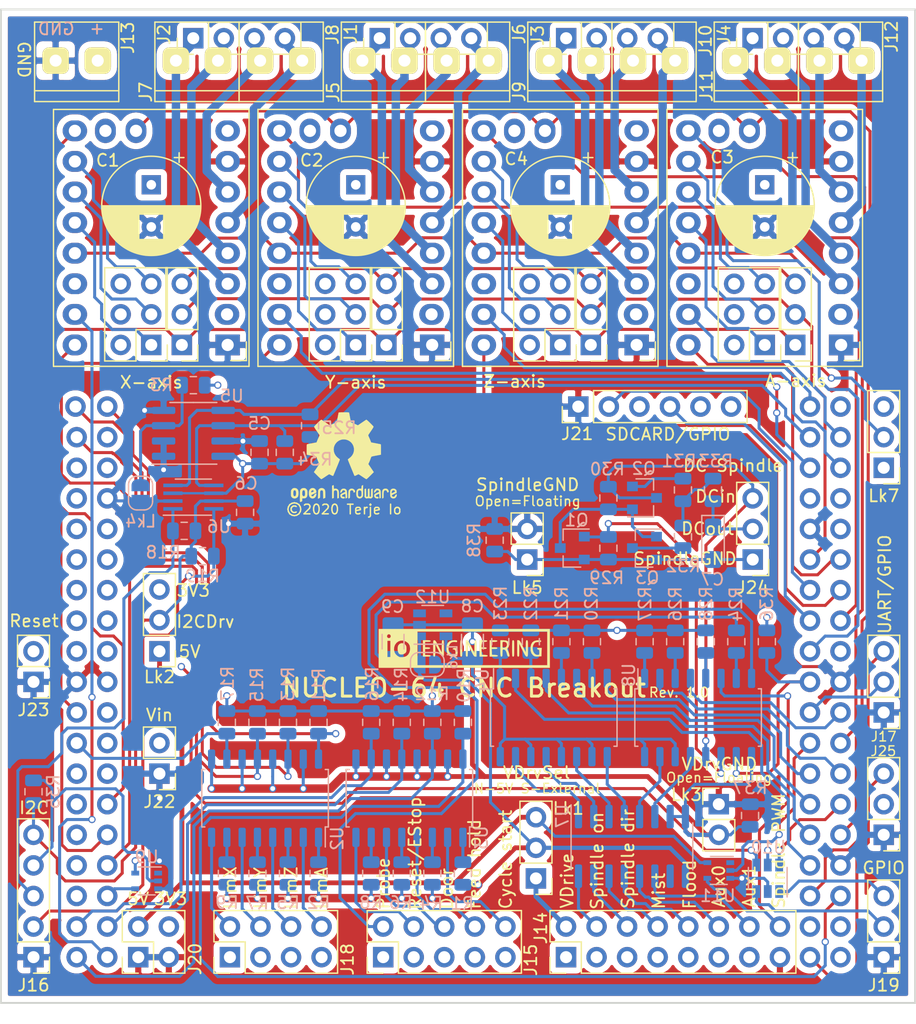
<source format=kicad_pcb>
(kicad_pcb (version 20171130) (host pcbnew "(5.1.6-77-g1b967a07e)-1")
  (title_block (title "Nucleo-64 CNC breakout for ST morpho") (date 2020-11-11) (rev 1.0b) (company "Io Engineering") (comment 1 "Terje Io") (comment 4 "Licensed under CERN OHL v.1.2 or later"))
  (layers (0 F.Cu signal) (1 In1.Cu power) (2 In2.Cu mixed) (31 B.Cu signal) (34 B.Paste user) (35 F.Paste user) (36 B.SilkS user) (37 F.SilkS user) (38 B.Mask user) (39 F.Mask user) (44 Edge.Cuts user))
  (net 0 "")
  (net 1 "Net-(A1-Pad10)")
  (net 2 "Net-(A1-Pad18)")
  (net 3 "Net-(A1-Pad14)")
  (net 4 "Net-(A1-Pad12)")
  (net 5 "Net-(A1-Pad11)")
  (net 6 VDDF)
  (net 7 GND)
  (net 8 "Net-(A1-Pad6)")
  (net 9 "Net-(A1-Pad5)")
  (net 10 "Net-(A1-Pad4)")
  (net 11 "Net-(A1-Pad3)")
  (net 12 +3V3)
  (net 13 "Net-(A2-Pad10)")
  (net 14 "Net-(A2-Pad18)")
  (net 15 "Net-(A2-Pad14)")
  (net 16 "Net-(A2-Pad12)")
  (net 17 "Net-(A2-Pad11)")
  (net 18 "Net-(A2-Pad6)")
  (net 19 "Net-(A2-Pad5)")
  (net 20 "Net-(A2-Pad4)")
  (net 21 "Net-(A2-Pad3)")
  (net 22 "Net-(A3-Pad10)")
  (net 23 "Net-(A3-Pad18)")
  (net 24 "Net-(A3-Pad14)")
  (net 25 "Net-(A3-Pad12)")
  (net 26 "Net-(A3-Pad11)")
  (net 27 "Net-(A3-Pad6)")
  (net 28 "Net-(A3-Pad5)")
  (net 29 "Net-(A3-Pad4)")
  (net 30 "Net-(A3-Pad3)")
  (net 31 "Net-(A4-Pad10)")
  (net 32 "Net-(A4-Pad18)")
  (net 33 "Net-(A4-Pad14)")
  (net 34 "Net-(A4-Pad12)")
  (net 35 "Net-(A4-Pad11)")
  (net 36 "Net-(A4-Pad6)")
  (net 37 "Net-(A4-Pad5)")
  (net 38 "Net-(A4-Pad4)")
  (net 39 "Net-(A4-Pad3)")
  (net 40 "Net-(U1-Pad76)")
  (net 41 "Net-(U1-Pad74)")
  (net 42 /XStep)
  (net 43 /YStep)
  (net 44 /ZStep)
  (net 45 /XDir)
  (net 46 /YDir)
  (net 47 /AStep)
  (net 48 /ZDir)
  (net 49 /ADir)
  (net 50 /ZLim)
  (net 51 "Net-(U1-Pad56)")
  (net 52 /YLim)
  (net 53 /SpindlePWM)
  (net 54 /SpindleDir)
  (net 55 "Net-(U1-Pad48)")
  (net 56 "Net-(U1-Pad46)")
  (net 57 "Net-(U1-Pad45)")
  (net 58 /Door)
  (net 59 /Probe)
  (net 60 /Mist)
  (net 61 /Flood)
  (net 62 "Net-(U1-Pad33)")
  (net 63 /CycleStart)
  (net 64 "Net-(U1-Pad31)")
  (net 65 /FeedHold)
  (net 66 "Net-(U1-Pad29)")
  (net 67 /Reset)
  (net 68 "Net-(U1-Pad26)")
  (net 69 /SpindleEna)
  (net 70 "Net-(U1-Pad15)")
  (net 71 "Net-(U1-Pad13)")
  (net 72 "Net-(U1-Pad12)")
  (net 73 "Net-(U1-Pad11)")
  (net 74 "Net-(U1-Pad10)")
  (net 75 "Net-(U1-Pad9)")
  (net 76 "Net-(U1-Pad7)")
  (net 77 "Net-(U1-Pad6)")
  (net 78 "Net-(U1-Pad5)")
  (net 79 "Net-(J14-Pad10)")
  (net 80 "Net-(J14-Pad8)")
  (net 81 "Net-(J14-Pad6)")
  (net 82 "Net-(J14-Pad4)")
  (net 83 "Net-(J14-Pad2)")
  (net 84 "Net-(J15-Pad10)")
  (net 85 "Net-(J15-Pad8)")
  (net 86 "Net-(J15-Pad6)")
  (net 87 "Net-(J15-Pad4)")
  (net 88 "Net-(J16-Pad3)")
  (net 89 "Net-(J16-Pad2)")
  (net 90 "Net-(J18-Pad8)")
  (net 91 "Net-(J18-Pad6)")
  (net 92 "Net-(J18-Pad4)")
  (net 93 "Net-(J18-Pad2)")
  (net 94 "Net-(J19-Pad3)")
  (net 95 "Net-(J19-Pad2)")
  (net 96 "Net-(U4-Pad15)")
  (net 97 "Net-(U4-Pad13)")
  (net 98 "Net-(U4-Pad11)")
  (net 99 "Net-(U4-Pad9)")
  (net 100 "Net-(R1-Pad2)")
  (net 101 "Net-(R2-Pad2)")
  (net 102 "Net-(R4-Pad2)")
  (net 103 "Net-(R5-Pad2)")
  (net 104 "Net-(R6-Pad2)")
  (net 105 "Net-(R7-Pad2)")
  (net 106 "Net-(R8-Pad2)")
  (net 107 "Net-(R9-Pad2)")
  (net 108 /XLim)
  (net 109 /ALim)
  (net 110 /SCL)
  (net 111 /SDA)
  (net 112 "Net-(R20-Pad2)")
  (net 113 "Net-(R21-Pad2)")
  (net 114 "Net-(R22-Pad2)")
  (net 115 "Net-(R23-Pad2)")
  (net 116 /STDiag1)
  (net 117 /YEnable)
  (net 118 /XEnable)
  (net 119 /ZEnable)
  (net 120 /AEnable)
  (net 121 /UARTTX)
  (net 122 /UARTRX)
  (net 123 /SDO)
  (net 124 /SDI)
  (net 125 /SCK)
  (net 126 "Net-(U7-Pad6)")
  (net 127 "Net-(U7-Pad5)")
  (net 128 "Net-(R24-Pad2)")
  (net 129 "Net-(R26-Pad2)")
  (net 130 "Net-(R27-Pad2)")
  (net 131 /AuxOut1)
  (net 132 /AuxOut0)
  (net 133 "Net-(C6-Pad1)")
  (net 134 /~Strobe)
  (net 135 "Net-(J23-Pad2)")
  (net 136 "Net-(C7-Pad2)")
  (net 137 "Net-(C7-Pad1)")
  (net 138 "Net-(J24-Pad3)")
  (net 139 "Net-(Q1-Pad3)")
  (net 140 "Net-(Q1-Pad1)")
  (net 141 "Net-(Q2-Pad2)")
  (net 142 "Net-(Q3-Pad3)")
  (net 143 "Net-(R28-Pad2)")
  (net 144 "Net-(R31-Pad2)")
  (net 145 "Net-(Lk4-Pad2)")
  (net 146 "Net-(J14-Pad14)")
  (net 147 "Net-(J14-Pad12)")
  (net 148 "Net-(U7-Pad10)")
  (net 149 "Net-(U1-Pad27)")
  (net 150 "Net-(U1-Pad25)")
  (net 151 /CST)
  (net 152 "Net-(J16-Pad4)")
  (net 153 "Net-(U9-Pad1)")
  (net 154 /AuxIn0)
  (net 155 /AuxIn1)
  (net 156 /SDCS)
  (net 157 /SDOd)
  (net 158 "Net-(J15-Pad2)")
  (net 159 +5V)
  (net 160 Vdrive)
  (net 161 GNDS)
  (net 162 "Net-(U11-Pad1)")
  (net 163 /SpindlePWMOut)
  (net 164 "Net-(C8-Pad1)")
  (net 165 "Net-(U12-Pad4)")
  (net 166 "Net-(U12-Pad3)")
  (net 167 "Net-(J22-Pad2)")
  (net 168 "Net-(J25-Pad3)")
  (net 169 "Net-(J25-Pad2)")
  (module Connector_PinHeader_2.54mm:PinHeader_1x03_P2.54mm_Vertical (layer F.Cu) (at 73.39 -13.96 180)
    (fp_text reference J25 (at 0.03 6.95) (layer F.SilkS) (effects (font (size 0.8 0.8) (thickness 0.12))))
    (fp_text value UART1)
    (pad 3 thru_hole oval (at 0 5.08 180) (size 1.7 1.7) (drill 1) (layers *.Cu *.Mask) (net 168 "Net-(J25-Pad3)"))
    (pad 2 thru_hole oval (at 0 2.54 180) (size 1.7 1.7) (drill 1) (layers *.Cu *.Mask) (net 169 "Net-(J25-Pad2)"))
    (pad 1 thru_hole rect (at 0 0 180) (size 1.7 1.7) (drill 1) (layers *.Cu *.Mask) (net 7 GND))
  )
  (module Connector_PinHeader_2.54mm:PinHeader_1x02_P2.54mm_Vertical (layer F.Cu) (at 13.18 -19.04 180)
    (fp_text reference J22 (at 0 -2.33) (layer F.SilkS))
    (fp_text value Vin (at 0 4.87) (layer F.SilkS))
    (pad 2 thru_hole oval (at 0 2.54 180) (size 1.7 1.7) (drill 1) (layers *.Cu *.Mask) (net 167 "Net-(J22-Pad2)"))
    (pad 1 thru_hole rect (at 0 0 180) (size 1.7 1.7) (drill 1) (layers *.Cu *.Mask) (net 7 GND))
  )
  (module Resistor_SMD:R_0805_2012Metric (layer B.Cu) (at 41.05 -38.4225 90)
    (fp_text reference R38 (at 0 -1.72 -90) (layer B.SilkS) (effects (justify mirror)))
    (fp_text value 1M)
    (pad 2 smd roundrect (at 0.9375 0 90) (size 0.975 1.4) (layers B.Cu B.Paste B.Mask) (net 7 GND))
    (pad 1 smd roundrect (at -0.9375 0 90) (size 0.975 1.4) (layers B.Cu B.Paste B.Mask) (net 136 "Net-(C7-Pad2)"))
  )
  (module Capacitor_SMD:C_1206_3216Metric (layer B.Cu) (at 32.6 -30 90)
    (fp_text reference C9 (at 2.91 -0.03 180) (layer B.SilkS) (effects (justify mirror)))
    (fp_text value 1u)
    (pad 2 smd roundrect (at 1.4 0 90) (size 1.25 1.75) (layers B.Cu B.Paste B.Mask) (roundrect_rratio 0.2) (net 161 GNDS))
    (pad 1 smd roundrect (at -1.4 0 90) (size 1.25 1.75) (layers B.Cu B.Paste B.Mask) (roundrect_rratio 0.2) (net 160 Vdrive))
  )
  (module Jumper:SolderJumper-2_P1.3mm_Open_RoundedPad1.0x1.5mm (layer B.Cu) (at 35.45 -28.1)
    (fp_text reference Lk6 (at 2.09 -0.63 270) (layer B.SilkS) (effects (font (size 0.8 0.8) (thickness 0.12)) (justify mirror)))
    (fp_text value LDObypass)
    (pad 2 smd custom (at 0.65 0) (size 1 0.5) (layers B.Cu B.Mask) (net 164 "Net-(C8-Pad1)") (options (clearance outline) (anchor rect)) (primitives (gr_circle (center 0 -0.25) (end 0.5 -0.25) (width 0)) (gr_circle (center 0 0.25) (end 0.5 0.25) (width 0)) (gr_poly (pts (xy 0 0.75) (xy -0.5 0.75) (xy -0.5 -0.75) (xy 0 -0.75)) (width 0))))
    (pad 1 smd custom (at -0.65 0) (size 1 0.5) (layers B.Cu B.Mask) (net 160 Vdrive) (options (clearance outline) (anchor rect)) (primitives (gr_circle (center 0 -0.25) (end 0.5 -0.25) (width 0)) (gr_circle (center 0 0.25) (end 0.5 0.25) (width 0)) (gr_poly (pts (xy 0 0.75) (xy 0.5 0.75) (xy 0.5 -0.75) (xy 0 -0.75)) (width 0))))
  )
  (module Package_TO_SOT_SMD:SOT-23-5 (layer B.Cu) (at 35.9 -31.4)
    (fp_text reference U12 (at -0.01 -2.31) (layer B.SilkS) (effects (justify mirror)))
    (fp_text value TPS70939)
    (pad 5 smd rect (at 1.1 0.95) (size 1.06 0.65) (layers B.Cu B.Paste B.Mask) (net 164 "Net-(C8-Pad1)"))
    (pad 4 smd rect (at 1.1 -0.95) (size 1.06 0.65) (layers B.Cu B.Paste B.Mask) (net 165 "Net-(U12-Pad4)"))
    (pad 3 smd rect (at -1.1 -0.95) (size 1.06 0.65) (layers B.Cu B.Paste B.Mask) (net 166 "Net-(U12-Pad3)"))
    (pad 2 smd rect (at -1.1 0) (size 1.06 0.65) (layers B.Cu B.Paste B.Mask) (net 161 GNDS))
    (pad 1 smd rect (at -1.1 0.95) (size 1.06 0.65) (layers B.Cu B.Paste B.Mask) (net 160 Vdrive))
  )
  (module Capacitor_SMD:C_1206_3216Metric (layer B.Cu) (at 39.2 -30 90)
    (fp_text reference C8 (at 2.95 0 180) (layer B.SilkS) (effects (justify mirror)))
    (fp_text value 2u2)
    (pad 2 smd roundrect (at 1.4 0 90) (size 1.25 1.75) (layers B.Cu B.Paste B.Mask) (roundrect_rratio 0.2) (net 161 GNDS))
    (pad 1 smd roundrect (at -1.4 0 90) (size 1.25 1.75) (layers B.Cu B.Paste B.Mask) (roundrect_rratio 0.2) (net 164 "Net-(C8-Pad1)"))
  )
  (module Symbol:OSHW-Logo2_9.8x8mm_SilkScreen (layer F.Cu) (at 28.51 -45.33)
    (fp_text reference REF** hide)
    (fp_text value OSHW-Logo2_9.8x8mm_SilkScreen hide)
  )
  (module Resistor_SMD:R_0805_2012Metric (layer B.Cu) (at 62.28 -15.5625 90)
    (fp_text reference R37 (at 2.2975 0 180) (layer B.SilkS) (effects (justify mirror)))
    (fp_text value 1M)
    (pad 2 smd roundrect (at 0.9375 0.02 90) (size 0.975 1.4) (layers B.Cu B.Paste B.Mask) (net 7 GND))
    (pad 1 smd roundrect (at -0.9375 0 90) (size 0.975 1.4) (layers B.Cu B.Paste B.Mask) (net 161 GNDS))
  )
  (module Package_TO_SOT_SMD:SOT-23-6 (layer B.Cu) (at 63.75 -10.35 90)
    (fp_text reference U10 (at 2.58 0.05 180) (layer B.SilkS) (effects (justify mirror)))
    (fp_text value 74LVC2G17)
    (pad 5 smd rect (at 1.1 0 90) (size 1.06 0.65) (layers B.Cu B.Paste B.Mask) (net 12 +3V3))
    (pad 6 smd rect (at 1.1 0.95 90) (size 1.06 0.65) (layers B.Cu B.Paste B.Mask) (net 154 /AuxIn0))
    (pad 4 smd rect (at 1.1 -0.95 90) (size 1.06 0.65) (layers B.Cu B.Paste B.Mask) (net 155 /AuxIn1))
    (pad 3 smd rect (at -1.1 -0.95 90) (size 1.06 0.65) (layers B.Cu B.Paste B.Mask) (net 95 "Net-(J19-Pad2)"))
    (pad 2 smd rect (at -1.1 0 90) (size 1.06 0.65) (layers B.Cu B.Paste B.Mask) (net 7 GND))
    (pad 1 smd rect (at -1.1 0.95 90) (size 1.06 0.65) (layers B.Cu B.Paste B.Mask) (net 94 "Net-(J19-Pad3)"))
  )
  (module Package_TO_SOT_SMD:SOT-353_SC-70-5 (layer B.Cu) (at 59.68 -11 180)
    (fp_text reference U11 (at 0.08 -2.1 180) (layer B.SilkS) (effects (justify mirror)))
    (fp_text value 74LVC1G17)
    (pad 5 smd rect (at 0.95 0.65 180) (size 0.65 0.4) (layers B.Cu B.Paste B.Mask) (net 159 +5V))
    (pad 4 smd rect (at 0.95 -0.65 180) (size 0.65 0.4) (layers B.Cu B.Paste B.Mask) (net 163 /SpindlePWMOut))
    (pad 2 smd rect (at -0.95 0 180) (size 0.65 0.4) (layers B.Cu B.Paste B.Mask) (net 53 /SpindlePWM))
    (pad 3 smd rect (at -0.95 -0.65 180) (size 0.65 0.4) (layers B.Cu B.Paste B.Mask) (net 7 GND))
    (pad 1 smd rect (at -0.95 0.65 180) (size 0.65 0.4) (layers B.Cu B.Paste B.Mask) (net 162 "Net-(U11-Pad1)"))
  )
  (module IoEngineering:ST_Morpho_Connector_64_STLink (layer F.Cu) (at 6.3 -49.52)
    (fp_text reference U1 hide)
    (fp_text value NUCLEO64-F411RE hide)
    (pad 76 thru_hole circle (at 63.5 45.72) (size 1.7 1.7) (drill 1) (layers *.Cu *.Mask) (net 40 "Net-(U1-Pad76)"))
    (pad 75 thru_hole circle (at 60.96 45.72) (size 1.7 1.7) (drill 1) (layers *.Cu *.Mask) (net 168 "Net-(J25-Pad3)"))
    (pad 74 thru_hole circle (at 63.5 43.18) (size 1.7 1.7) (drill 1) (layers *.Cu *.Mask) (net 41 "Net-(U1-Pad74)"))
    (pad 73 thru_hole circle (at 60.96 43.18) (size 1.7 1.7) (drill 1) (layers *.Cu *.Mask) (net 169 "Net-(J25-Pad2)"))
    (pad 72 thru_hole circle (at 63.5 40.64) (size 1.7 1.7) (drill 1) (layers *.Cu *.Mask) (net 63 /CycleStart))
    (pad 71 thru_hole circle (at 60.96 40.64) (size 1.7 1.7) (drill 1) (layers *.Cu *.Mask) (net 122 /UARTRX))
    (pad 70 thru_hole circle (at 63.5 38.1) (size 1.7 1.7) (drill 1) (layers *.Cu *.Mask) (net 7 GND))
    (pad 69 thru_hole circle (at 60.96 38.1) (size 1.7 1.7) (drill 1) (layers *.Cu *.Mask) (net 69 /SpindleEna))
    (pad 68 thru_hole circle (at 63.5 35.56) (size 1.7 1.7) (drill 1) (layers *.Cu *.Mask) (net 116 /STDiag1))
    (pad 67 thru_hole circle (at 60.96 35.56) (size 1.7 1.7) (drill 1) (layers *.Cu *.Mask) (net 54 /SpindleDir))
    (pad 66 thru_hole circle (at 63.5 33.02) (size 1.7 1.7) (drill 1) (layers *.Cu *.Mask) (net 154 /AuxIn0))
    (pad 65 thru_hole circle (at 60.96 33.02) (size 1.7 1.7) (drill 1) (layers *.Cu *.Mask) (net 60 /Mist))
    (pad 64 thru_hole circle (at 63.5 30.48) (size 1.7 1.7) (drill 1) (layers *.Cu *.Mask) (net 132 /AuxOut0))
    (pad 63 thru_hole circle (at 60.96 30.48) (size 1.7 1.7) (drill 1) (layers *.Cu *.Mask) (net 61 /Flood))
    (pad 62 thru_hole circle (at 63.5 27.94) (size 1.7 1.7) (drill 1) (layers *.Cu *.Mask) (net 119 /ZEnable))
    (pad 61 thru_hole circle (at 60.96 27.94) (size 1.7 1.7) (drill 1) (layers *.Cu *.Mask) (net 53 /SpindlePWM))
    (pad 60 thru_hole circle (at 63.5 25.4) (size 1.7 1.7) (drill 1) (layers *.Cu *.Mask) (net 131 /AuxOut1))
    (pad 59 thru_hole circle (at 60.96 25.4) (size 1.7 1.7) (drill 1) (layers *.Cu *.Mask) (net 121 /UARTTX))
    (pad 58 thru_hole circle (at 63.5 22.86) (size 1.7 1.7) (drill 1) (layers *.Cu *.Mask) (net 7 GND))
    (pad 57 thru_hole circle (at 60.96 22.86) (size 1.7 1.7) (drill 1) (layers *.Cu *.Mask) (net 59 /Probe))
    (pad 56 thru_hole circle (at 63.5 20.32) (size 1.7 1.7) (drill 1) (layers *.Cu *.Mask) (net 51 "Net-(U1-Pad56)"))
    (pad 55 thru_hole circle (at 60.96 20.32) (size 1.7 1.7) (drill 1) (layers *.Cu *.Mask) (net 120 /AEnable))
    (pad 54 thru_hole circle (at 63.5 17.78) (size 1.7 1.7) (drill 1) (layers *.Cu *.Mask) (net 117 /YEnable))
    (pad 53 thru_hole circle (at 60.96 17.78) (size 1.7 1.7) (drill 1) (layers *.Cu *.Mask) (net 124 /SDI))
    (pad 52 thru_hole circle (at 63.5 15.24) (size 1.7 1.7) (drill 1) (layers *.Cu *.Mask) (net 48 /ZDir))
    (pad 51 thru_hole circle (at 60.96 15.24) (size 1.7 1.7) (drill 1) (layers *.Cu *.Mask) (net 123 /SDO))
    (pad 50 thru_hole circle (at 63.5 12.7) (size 1.7 1.7) (drill 1) (layers *.Cu *.Mask) (net 49 /ADir))
    (pad 49 thru_hole circle (at 60.96 12.7) (size 1.7 1.7) (drill 1) (layers *.Cu *.Mask) (net 125 /SCK))
    (pad 48 thru_hole circle (at 63.5 10.16) (size 1.7 1.7) (drill 1) (layers *.Cu *.Mask) (net 55 "Net-(U1-Pad48)"))
    (pad 47 thru_hole circle (at 60.96 10.16) (size 1.7 1.7) (drill 1) (layers *.Cu *.Mask) (net 7 GND))
    (pad 46 thru_hole circle (at 63.5 7.62) (size 1.7 1.7) (drill 1) (layers *.Cu *.Mask) (net 56 "Net-(U1-Pad46)"))
    (pad 45 thru_hole circle (at 60.96 7.62) (size 1.7 1.7) (drill 1) (layers *.Cu *.Mask) (net 57 "Net-(U1-Pad45)"))
    (pad 44 thru_hole circle (at 63.5 5.08) (size 1.7 1.7) (drill 1) (layers *.Cu *.Mask) (net 43 /YStep))
    (pad 43 thru_hole circle (at 60.96 5.08) (size 1.7 1.7) (drill 1) (layers *.Cu *.Mask) (net 111 /SDA))
    (pad 42 thru_hole circle (at 63.5 2.54) (size 1.7 1.7) (drill 1) (layers *.Cu *.Mask) (net 47 /AStep))
    (pad 41 thru_hole circle (at 60.96 2.54) (size 1.7 1.7) (drill 1) (layers *.Cu *.Mask) (net 110 /SCL))
    (pad 40 thru_hole circle (at 63.5 0) (size 1.7 1.7) (drill 1) (layers *.Cu *.Mask) (net 156 /SDCS))
    (pad 39 thru_hole circle (at 60.96 0) (size 1.7 1.7) (drill 1) (layers *.Cu *.Mask) (net 44 /ZStep))
    (pad 38 thru_hole circle (at 2.54 45.72) (size 1.7 1.7) (drill 1) (layers *.Cu *.Mask) (net 42 /XStep))
    (pad 37 thru_hole circle (at 0 45.72) (size 1.7 1.7) (drill 1) (layers *.Cu *.Mask) (net 65 /FeedHold))
    (pad 36 thru_hole circle (at 2.54 43.18) (size 1.7 1.7) (drill 1) (layers *.Cu *.Mask) (net 58 /Door))
    (pad 35 thru_hole circle (at 0 43.18) (size 1.7 1.7) (drill 1) (layers *.Cu *.Mask) (net 67 /Reset))
    (pad 34 thru_hole circle (at 2.54 40.64) (size 1.7 1.7) (drill 1) (layers *.Cu *.Mask) (net 134 /~Strobe))
    (pad 33 thru_hole circle (at 0 40.64) (size 1.7 1.7) (drill 1) (layers *.Cu *.Mask) (net 62 "Net-(U1-Pad33)"))
    (pad 32 thru_hole circle (at 2.54 38.1) (size 1.7 1.7) (drill 1) (layers *.Cu *.Mask) (net 46 /YDir))
    (pad 31 thru_hole circle (at 0 38.1) (size 1.7 1.7) (drill 1) (layers *.Cu *.Mask) (net 64 "Net-(U1-Pad31)"))
    (pad 30 thru_hole circle (at 2.54 35.56) (size 1.7 1.7) (drill 1) (layers *.Cu *.Mask) (net 118 /XEnable))
    (pad 29 thru_hole circle (at 0 35.56) (size 1.7 1.7) (drill 1) (layers *.Cu *.Mask) (net 66 "Net-(U1-Pad29)"))
    (pad 28 thru_hole circle (at 2.54 33.02) (size 1.7 1.7) (drill 1) (layers *.Cu *.Mask) (net 45 /XDir))
    (pad 27 thru_hole circle (at 0 33.02) (size 1.7 1.7) (drill 1) (layers *.Cu *.Mask) (net 149 "Net-(U1-Pad27)"))
    (pad 26 thru_hole circle (at 2.54 30.48) (size 1.7 1.7) (drill 1) (layers *.Cu *.Mask) (net 68 "Net-(U1-Pad26)"))
    (pad 25 thru_hole circle (at 0 30.48) (size 1.7 1.7) (drill 1) (layers *.Cu *.Mask) (net 150 "Net-(U1-Pad25)"))
    (pad 24 thru_hole circle (at 2.54 27.94) (size 1.7 1.7) (drill 1) (layers *.Cu *.Mask) (net 167 "Net-(J22-Pad2)"))
    (pad 23 thru_hole circle (at 0 27.94) (size 1.7 1.7) (drill 1) (layers *.Cu *.Mask) (net 108 /XLim))
    (pad 22 thru_hole circle (at 2.54 25.4) (size 1.7 1.7) (drill 1) (layers *.Cu *.Mask) (net 7 GND))
    (pad 21 thru_hole circle (at 0 25.4) (size 1.7 1.7) (drill 1) (layers *.Cu *.Mask) (net 151 /CST))
    (pad 20 thru_hole circle (at 2.54 22.86) (size 1.7 1.7) (drill 1) (layers *.Cu *.Mask) (net 7 GND))
    (pad 19 thru_hole circle (at 0 22.86) (size 1.7 1.7) (drill 1) (layers *.Cu *.Mask) (net 7 GND))
    (pad 18 thru_hole circle (at 2.54 20.32) (size 1.7 1.7) (drill 1) (layers *.Cu *.Mask) (net 159 +5V))
    (pad 17 thru_hole circle (at 0 20.32) (size 1.7 1.7) (drill 1) (layers *.Cu *.Mask) (net 155 /AuxIn1))
    (pad 16 thru_hole circle (at 2.54 17.78) (size 1.7 1.7) (drill 1) (layers *.Cu *.Mask) (net 12 +3V3))
    (pad 15 thru_hole circle (at 0 17.78) (size 1.7 1.7) (drill 1) (layers *.Cu *.Mask) (net 70 "Net-(U1-Pad15)"))
    (pad 14 thru_hole circle (at 2.54 15.24) (size 1.7 1.7) (drill 1) (layers *.Cu *.Mask) (net 135 "Net-(J23-Pad2)"))
    (pad 13 thru_hole circle (at 0 15.24) (size 1.7 1.7) (drill 1) (layers *.Cu *.Mask) (net 71 "Net-(U1-Pad13)"))
    (pad 12 thru_hole circle (at 2.54 12.7) (size 1.7 1.7) (drill 1) (layers *.Cu *.Mask) (net 72 "Net-(U1-Pad12)"))
    (pad 11 thru_hole circle (at 0 12.7) (size 1.7 1.7) (drill 1) (layers *.Cu *.Mask) (net 73 "Net-(U1-Pad11)"))
    (pad 10 thru_hole circle (at 2.54 10.16) (size 1.7 1.7) (drill 1) (layers *.Cu *.Mask) (net 74 "Net-(U1-Pad10)"))
    (pad 9 thru_hole circle (at 0 10.16) (size 1.7 1.7) (drill 1) (layers *.Cu *.Mask) (net 75 "Net-(U1-Pad9)"))
    (pad 8 thru_hole circle (at 2.54 7.62) (size 1.7 1.7) (drill 1) (layers *.Cu *.Mask) (net 7 GND))
    (pad 7 thru_hole circle (at 0 7.62) (size 1.7 1.7) (drill 1) (layers *.Cu *.Mask) (net 76 "Net-(U1-Pad7)"))
    (pad 6 thru_hole circle (at 2.54 5.08) (size 1.7 1.7) (drill 1) (layers *.Cu *.Mask) (net 77 "Net-(U1-Pad6)"))
    (pad 5 thru_hole circle (at 0 5.08) (size 1.7 1.7) (drill 1) (layers *.Cu *.Mask) (net 78 "Net-(U1-Pad5)"))
    (pad 4 thru_hole circle (at 2.54 2.54) (size 1.7 1.7) (drill 1) (layers *.Cu *.Mask) (net 155 /AuxIn1))
    (pad 3 thru_hole circle (at 0 2.54) (size 1.7 1.7) (drill 1) (layers *.Cu *.Mask) (net 52 /YLim))
    (pad 2 thru_hole circle (at 2.54 0) (size 1.7 1.7) (drill 1) (layers *.Cu *.Mask) (net 109 /ALim))
    (pad 1 thru_hole circle (at -0.1 0) (size 1.7 1.7) (drill 1) (layers *.Cu *.Mask) (net 50 /ZLim))
  )
  (module Package_SO:SOP-16_4.55x10.3mm_P1.27mm (layer B.Cu) (at 57.96 -23.7 270)
    (fp_text reference U8 (at -3.52 5.76 90) (layer B.SilkS) (effects (justify mirror)))
    (fp_text value TLP290-4)
    (pad 16 smd roundrect (at 3.25 4.445 270) (size 1.6 0.6) (layers B.Cu B.Paste B.Mask) (net 164 "Net-(C8-Pad1)"))
    (pad 15 smd roundrect (at 3.25 3.175 270) (size 1.6 0.6) (layers B.Cu B.Paste B.Mask) (net 127 "Net-(U7-Pad5)"))
    (pad 14 smd roundrect (at 3.25 1.905 270) (size 1.6 0.6) (layers B.Cu B.Paste B.Mask) (net 164 "Net-(C8-Pad1)"))
    (pad 13 smd roundrect (at 3.25 0.635 270) (size 1.6 0.6) (layers B.Cu B.Paste B.Mask) (net 126 "Net-(U7-Pad6)"))
    (pad 12 smd roundrect (at 3.25 -0.635 270) (size 1.6 0.6) (layers B.Cu B.Paste B.Mask) (net 138 "Net-(J24-Pad3)"))
    (pad 11 smd roundrect (at 3.25 -1.905 270) (size 1.6 0.6) (layers B.Cu B.Paste B.Mask) (net 140 "Net-(Q1-Pad1)"))
    (pad 10 smd roundrect (at 3.25 -3.175 270) (size 1.6 0.6) (layers B.Cu B.Paste B.Mask) (net 59 /Probe))
    (pad 9 smd roundrect (at 3.25 -4.445 270) (size 1.6 0.6) (layers B.Cu B.Paste B.Mask) (net 161 GNDS))
    (pad 8 smd roundrect (at -3.25 -4.445 270) (size 1.6 0.6) (layers B.Cu B.Paste B.Mask) (net 158 "Net-(J15-Pad2)"))
    (pad 7 smd roundrect (at -3.25 -3.175 270) (size 1.6 0.6) (layers B.Cu B.Paste B.Mask) (net 128 "Net-(R24-Pad2)"))
    (pad 6 smd roundrect (at -3.25 -1.905 270) (size 1.6 0.6) (layers B.Cu B.Paste B.Mask) (net 163 /SpindlePWMOut))
    (pad 5 smd roundrect (at -3.25 -0.635 270) (size 1.6 0.6) (layers B.Cu B.Paste B.Mask) (net 143 "Net-(R28-Pad2)"))
    (pad 4 smd roundrect (at -3.25 0.635 270) (size 1.6 0.6) (layers B.Cu B.Paste B.Mask) (net 131 /AuxOut1))
    (pad 3 smd roundrect (at -3.25 1.905 270) (size 1.6 0.6) (layers B.Cu B.Paste B.Mask) (net 129 "Net-(R26-Pad2)"))
    (pad 2 smd roundrect (at -3.25 3.175 270) (size 1.6 0.6) (layers B.Cu B.Paste B.Mask) (net 132 /AuxOut0))
    (pad 1 smd roundrect (at -3.25 4.445 270) (size 1.6 0.6) (layers B.Cu B.Paste B.Mask) (net 130 "Net-(R27-Pad2)"))
  )
  (module Resistor_SMD:R_0805_2012Metric (layer B.Cu) (at 63.675 -30 270)
    (fp_text reference R36 (at -3.13 0.005 270) (layer B.SilkS) (effects (justify mirror)))
    (fp_text value 2K2)
    (pad 2 smd roundrect (at 0.9375 0 270) (size 0.975 1.4) (layers B.Cu B.Paste B.Mask) (net 59 /Probe))
    (pad 1 smd roundrect (at -0.9375 0 270) (size 0.975 1.4) (layers B.Cu B.Paste B.Mask) (net 12 +3V3))
  )
  (module IoEngineering:IoEngineering (layer F.Cu) (at 38.52 -29.44)
    (fp_text reference G*** hide)
    (fp_text value LOGO hide)
  )
  (module Connector_PinHeader_2.54mm:PinHeader_1x03_P2.54mm_Vertical (layer F.Cu) (at 73.39 -3.8 180)
    (fp_text reference J19 (at 0 -2.33) (layer F.SilkS))
    (fp_text value GPIO (at 0 7.41) (layer F.SilkS))
    (pad 3 thru_hole oval (at 0 5.08 180) (size 1.7 1.7) (drill 1) (layers *.Cu *.Mask) (net 94 "Net-(J19-Pad3)"))
    (pad 2 thru_hole oval (at 0 2.54 180) (size 1.7 1.7) (drill 1) (layers *.Cu *.Mask) (net 95 "Net-(J19-Pad2)"))
    (pad 1 thru_hole rect (at 0 0 180) (size 1.7 1.7) (drill 1) (layers *.Cu *.Mask) (net 7 GND))
  )
  (module Connector_PinHeader_2.54mm:PinHeader_1x03_P2.54mm_Vertical (layer F.Cu) (at 73.39 -44.44 180)
    (fp_text reference Lk7 (at 0 -2.33) (layer F.SilkS))
    (fp_text value "TRINAMIC SPI")
    (pad 3 thru_hole oval (at 0 5.08 180) (size 1.7 1.7) (drill 1) (layers *.Cu *.Mask) (net 12 +3V3))
    (pad 2 thru_hole oval (at 0 2.54 180) (size 1.7 1.7) (drill 1) (layers *.Cu *.Mask) (net 157 /SDOd))
    (pad 1 thru_hole rect (at 0 0 180) (size 1.7 1.7) (drill 1) (layers *.Cu *.Mask) (net 123 /SDO))
  )
  (module Connector_PinHeader_2.54mm:PinHeader_1x06_P2.54mm_Vertical (layer F.Cu) (at 48 -49.52 90)
    (fp_text reference J21 (at -2.26 -0.09 180) (layer F.SilkS))
    (fp_text value SDCARD/GPIO (at -2.3 7.45 180) (layer F.SilkS))
    (pad 6 thru_hole oval (at 0 12.7 90) (size 1.7 1.7) (drill 1) (layers *.Cu *.Mask) (net 12 +3V3))
    (pad 5 thru_hole oval (at 0 10.16 90) (size 1.7 1.7) (drill 1) (layers *.Cu *.Mask) (net 156 /SDCS))
    (pad 4 thru_hole oval (at 0 7.62 90) (size 1.7 1.7) (drill 1) (layers *.Cu *.Mask) (net 124 /SDI))
    (pad 3 thru_hole oval (at 0 5.08 90) (size 1.7 1.7) (drill 1) (layers *.Cu *.Mask) (net 125 /SCK))
    (pad 2 thru_hole oval (at 0 2.54 90) (size 1.7 1.7) (drill 1) (layers *.Cu *.Mask) (net 123 /SDO))
    (pad 1 thru_hole rect (at 0 0 90) (size 1.7 1.7) (drill 1) (layers *.Cu *.Mask) (net 7 GND))
  )
  (module Package_TO_SOT_SMD:SOT-353_SC-70-5 (layer B.Cu) (at 12.12 -10.13 180)
    (fp_text reference U9 (at 0 2 180) (layer B.SilkS) (effects (justify mirror)))
    (fp_text value 74LVC1G17)
    (pad 5 smd rect (at 0.95 0.65 180) (size 0.65 0.4) (layers B.Cu B.Paste B.Mask) (net 12 +3V3))
    (pad 4 smd rect (at 0.95 -0.65 180) (size 0.65 0.4) (layers B.Cu B.Paste B.Mask) (net 134 /~Strobe))
    (pad 2 smd rect (at -0.95 0 180) (size 0.65 0.4) (layers B.Cu B.Paste B.Mask) (net 152 "Net-(J16-Pad4)"))
    (pad 3 smd rect (at -0.95 -0.65 180) (size 0.65 0.4) (layers B.Cu B.Paste B.Mask) (net 7 GND))
    (pad 1 smd rect (at -0.95 0.65 180) (size 0.65 0.4) (layers B.Cu B.Paste B.Mask) (net 153 "Net-(U9-Pad1)"))
  )
  (module Resistor_SMD:R_0805_2012Metric (layer B.Cu) (at 2.71 -17.54 90)
    (fp_text reference R35 (at 0 1.65 90) (layer B.SilkS) (effects (justify mirror)))
    (fp_text value 10K)
    (pad 2 smd roundrect (at 0.9375 0 90) (size 0.975 1.4) (layers B.Cu B.Paste B.Mask) (net 152 "Net-(J16-Pad4)"))
    (pad 1 smd roundrect (at -0.9375 0 90) (size 0.975 1.4) (layers B.Cu B.Paste B.Mask) (net 133 "Net-(C6-Pad1)"))
  )
  (module Resistor_SMD:R_0805_2012Metric (layer B.Cu) (at 23.6 -45.72 90)
    (fp_text reference R34 (at -0.58 2.51 180) (layer B.SilkS) (effects (justify mirror)))
    (fp_text value 10K)
    (pad 2 smd roundrect (at 0.9375 0 90) (size 0.975 1.4) (layers B.Cu B.Paste B.Mask) (net 110 /SCL))
    (pad 1 smd roundrect (at -0.9375 0 90) (size 0.975 1.4) (layers B.Cu B.Paste B.Mask) (net 12 +3V3))
  )
  (module Resistor_SMD:R_0805_2012Metric (layer B.Cu) (at 25.7 -47.935 90)
    (fp_text reference R25 (at -0.175 2.41 180) (layer B.SilkS) (effects (justify mirror)))
    (fp_text value 10K)
    (pad 2 smd roundrect (at 0.9375 0 90) (size 0.975 1.4) (layers B.Cu B.Paste B.Mask) (net 111 /SDA))
    (pad 1 smd roundrect (at -0.9375 0 90) (size 0.975 1.4) (layers B.Cu B.Paste B.Mask) (net 12 +3V3))
  )
  (module Connector_PinHeader_2.54mm:PinHeader_1x02_P2.54mm_Vertical (layer F.Cu) (at 43.75 -36.82 180)
    (fp_text reference Lk5 (at 0 -2.33) (layer F.SilkS))
    (fp_text value SpindleGND (at -0.04 6.21) (layer F.SilkS))
    (pad 2 thru_hole oval (at 0 2.54 180) (size 1.7 1.7) (drill 1) (layers *.Cu *.Mask) (net 7 GND))
    (pad 1 thru_hole rect (at 0 0 180) (size 1.7 1.7) (drill 1) (layers *.Cu *.Mask) (net 136 "Net-(C7-Pad2)"))
  )
  (module Connector_PinHeader_2.54mm:PinHeader_2x08_P2.54mm_Vertical (layer F.Cu) (at 46.98 -3.8 90)
    (fp_text reference J14 (at 2.41 -2.1 90) (layer F.SilkS))
    (fp_text value Spindle/Coolant)
    (pad 16 thru_hole oval (at 2.54 17.78 90) (size 1.7 1.7) (drill 1) (layers *.Cu *.Mask) (net 163 /SpindlePWMOut))
    (pad 15 thru_hole oval (at 0 17.78 90) (size 1.7 1.7) (drill 1) (layers *.Cu *.Mask) (net 7 GND))
    (pad 14 thru_hole oval (at 2.54 15.24 90) (size 1.7 1.7) (drill 1) (layers *.Cu *.Mask) (net 146 "Net-(J14-Pad14)"))
    (pad 13 thru_hole oval (at 0 15.24 90) (size 1.7 1.7) (drill 1) (layers *.Cu *.Mask) (net 161 GNDS))
    (pad 12 thru_hole oval (at 2.54 12.7 90) (size 1.7 1.7) (drill 1) (layers *.Cu *.Mask) (net 147 "Net-(J14-Pad12)"))
    (pad 11 thru_hole oval (at 0 12.7 90) (size 1.7 1.7) (drill 1) (layers *.Cu *.Mask) (net 161 GNDS))
    (pad 10 thru_hole oval (at 2.54 10.16 90) (size 1.7 1.7) (drill 1) (layers *.Cu *.Mask) (net 79 "Net-(J14-Pad10)"))
    (pad 9 thru_hole oval (at 0 10.16 90) (size 1.7 1.7) (drill 1) (layers *.Cu *.Mask) (net 161 GNDS))
    (pad 8 thru_hole oval (at 2.54 7.62 90) (size 1.7 1.7) (drill 1) (layers *.Cu *.Mask) (net 80 "Net-(J14-Pad8)"))
    (pad 7 thru_hole oval (at 0 7.62 90) (size 1.7 1.7) (drill 1) (layers *.Cu *.Mask) (net 161 GNDS))
    (pad 6 thru_hole oval (at 2.54 5.08 90) (size 1.7 1.7) (drill 1) (layers *.Cu *.Mask) (net 81 "Net-(J14-Pad6)"))
    (pad 5 thru_hole oval (at 0 5.08 90) (size 1.7 1.7) (drill 1) (layers *.Cu *.Mask) (net 161 GNDS))
    (pad 4 thru_hole oval (at 2.54 2.54 90) (size 1.7 1.7) (drill 1) (layers *.Cu *.Mask) (net 82 "Net-(J14-Pad4)"))
    (pad 3 thru_hole oval (at 0 2.54 90) (size 1.7 1.7) (drill 1) (layers *.Cu *.Mask) (net 161 GNDS))
    (pad 2 thru_hole oval (at 2.54 0 90) (size 1.7 1.7) (drill 1) (layers *.Cu *.Mask) (net 83 "Net-(J14-Pad2)"))
    (pad 1 thru_hole rect (at 0 0 90) (size 1.7 1.7) (drill 1) (layers *.Cu *.Mask) (net 161 GNDS))
  )
  (module Resistor_SMD:R_0805_2012Metric (layer B.Cu) (at 59.2 -42.6 270)
    (fp_text reference R33 (at -2.4 -0.22 180) (layer B.SilkS) (effects (justify mirror)))
    (fp_text value 1K2)
    (pad 2 smd roundrect (at 0.9375 0 270) (size 0.975 1.4) (layers B.Cu B.Paste B.Mask) (net 137 "Net-(C7-Pad1)"))
    (pad 1 smd roundrect (at -0.9375 0 270) (size 0.975 1.4) (layers B.Cu B.Paste B.Mask) (net 144 "Net-(R31-Pad2)"))
  )
  (module Resistor_SMD:R_0805_2012Metric (layer B.Cu) (at 56.7 -38.7075 270)
    (fp_text reference R32 (at 2.4275 -0.01 180) (layer B.SilkS) (effects (justify mirror)))
    (fp_text value 100)
    (pad 2 smd roundrect (at 0.9375 0 270) (size 0.975 1.4) (layers B.Cu B.Paste B.Mask) (net 142 "Net-(Q3-Pad3)"))
    (pad 1 smd roundrect (at -0.9375 0 270) (size 0.975 1.4) (layers B.Cu B.Paste B.Mask) (net 144 "Net-(R31-Pad2)"))
  )
  (module Resistor_SMD:R_0805_2012Metric (layer B.Cu) (at 56.7 -42.6 270)
    (fp_text reference R31 (at -2.4 0.33 180) (layer B.SilkS) (effects (justify mirror)))
    (fp_text value 100)
    (pad 2 smd roundrect (at 0.9375 0 270) (size 0.975 1.4) (layers B.Cu B.Paste B.Mask) (net 144 "Net-(R31-Pad2)"))
    (pad 1 smd roundrect (at -0.9375 0 270) (size 0.975 1.4) (layers B.Cu B.Paste B.Mask) (net 141 "Net-(Q2-Pad2)"))
  )
  (module Resistor_SMD:R_0805_2012Metric (layer B.Cu) (at 50.5 -41.9275 270)
    (fp_text reference R30 (at -2.4025 0.09 180) (layer B.SilkS) (effects (justify mirror)))
    (fp_text value 470)
    (pad 2 smd roundrect (at 0.9375 0 270) (size 0.975 1.4) (layers B.Cu B.Paste B.Mask) (net 139 "Net-(Q1-Pad3)"))
    (pad 1 smd roundrect (at -0.9375 0 270) (size 0.975 1.4) (layers B.Cu B.Paste B.Mask) (net 138 "Net-(J24-Pad3)"))
  )
  (module Resistor_SMD:R_0805_2012Metric (layer B.Cu) (at 50.5 -37.7575 270)
    (fp_text reference R29 (at 2.4575 0.14 180) (layer B.SilkS) (effects (justify mirror)))
    (fp_text value 820)
    (pad 2 smd roundrect (at 0.9375 0 270) (size 0.975 1.4) (layers B.Cu B.Paste B.Mask) (net 136 "Net-(C7-Pad2)"))
    (pad 1 smd roundrect (at -0.9375 0 270) (size 0.975 1.4) (layers B.Cu B.Paste B.Mask) (net 140 "Net-(Q1-Pad1)"))
  )
  (module Resistor_SMD:R_0805_2012Metric (layer B.Cu) (at 58.595 -30 270)
    (fp_text reference R28 (at -3.15 -0.025 270) (layer B.SilkS) (effects (justify mirror)))
    (fp_text value 150)
    (pad 2 smd roundrect (at 0.9375 0 270) (size 0.975 1.4) (layers B.Cu B.Paste B.Mask) (net 143 "Net-(R28-Pad2)"))
    (pad 1 smd roundrect (at -0.9375 0 270) (size 0.975 1.4) (layers B.Cu B.Paste B.Mask) (net 12 +3V3))
  )
  (module Package_TO_SOT_SMD:SOT-23 (layer B.Cu) (at 53.5 -37.77 180)
    (fp_text reference Q3 (at -0.23 -2.46) (layer B.SilkS) (effects (justify mirror)))
    (fp_text value 2N7002)
    (pad 3 smd rect (at 1 0 180) (size 0.9 0.8) (layers B.Cu B.Paste B.Mask) (net 142 "Net-(Q3-Pad3)"))
    (pad 2 smd rect (at -1 -0.95 180) (size 0.9 0.8) (layers B.Cu B.Paste B.Mask) (net 136 "Net-(C7-Pad2)"))
    (pad 1 smd rect (at -1 0.95 180) (size 0.9 0.8) (layers B.Cu B.Paste B.Mask) (net 139 "Net-(Q1-Pad3)"))
  )
  (module Package_TO_SOT_SMD:SOT-23 (layer B.Cu) (at 53.5 -41.94)
    (fp_text reference Q2 (at -0.06 -2.44) (layer B.SilkS) (effects (justify mirror)))
    (fp_text value IRLML6402)
    (pad 3 smd rect (at 1 0) (size 0.9 0.8) (layers B.Cu B.Paste B.Mask) (net 138 "Net-(J24-Pad3)"))
    (pad 2 smd rect (at -1 -0.95) (size 0.9 0.8) (layers B.Cu B.Paste B.Mask) (net 141 "Net-(Q2-Pad2)"))
    (pad 1 smd rect (at -1 0.95) (size 0.9 0.8) (layers B.Cu B.Paste B.Mask) (net 139 "Net-(Q1-Pad3)"))
  )
  (module Package_TO_SOT_SMD:SOT-23 (layer B.Cu) (at 47.5 -37.77 180)
    (fp_text reference Q1 (at -0.36 2.32) (layer B.SilkS) (effects (justify mirror)))
    (fp_text value 2N7002)
    (pad 3 smd rect (at 1 0 180) (size 0.9 0.8) (layers B.Cu B.Paste B.Mask) (net 139 "Net-(Q1-Pad3)"))
    (pad 2 smd rect (at -1 -0.95 180) (size 0.9 0.8) (layers B.Cu B.Paste B.Mask) (net 136 "Net-(C7-Pad2)"))
    (pad 1 smd rect (at -1 0.95 180) (size 0.9 0.8) (layers B.Cu B.Paste B.Mask) (net 140 "Net-(Q1-Pad1)"))
  )
  (module Connector_PinHeader_2.54mm:PinHeader_1x03_P2.54mm_Vertical (layer F.Cu) (at 62.5 -36.82 180)
    (fp_text reference J24 (at 0 -2.33) (layer F.SilkS))
    (fp_text value "DC Spindle" (at 1.64 7.8) (layer F.SilkS))
    (pad 3 thru_hole oval (at 0 5.08 180) (size 1.7 1.7) (drill 1) (layers *.Cu *.Mask) (net 138 "Net-(J24-Pad3)"))
    (pad 2 thru_hole oval (at 0 2.54 180) (size 1.7 1.7) (drill 1) (layers *.Cu *.Mask) (net 137 "Net-(C7-Pad1)"))
    (pad 1 thru_hole rect (at 0 0 180) (size 1.7 1.7) (drill 1) (layers *.Cu *.Mask) (net 136 "Net-(C7-Pad2)"))
  )
  (module Capacitor_Tantalum_SMD:CP_EIA-3216-10_Kemet-I (layer B.Cu) (at 59.2 -38.17 270)
    (fp_text reference C7 (at 3 0.04) (layer B.SilkS) (effects (justify mirror)))
    (fp_text value 4u7)
    (pad 2 smd roundrect (at 1.35 0 270) (size 1.4 1.35) (layers B.Cu B.Paste B.Mask) (roundrect_rratio 0.1851844444444445) (net 136 "Net-(C7-Pad2)"))
    (pad 1 smd roundrect (at -1.35 0 270) (size 1.4 1.35) (layers B.Cu B.Paste B.Mask) (roundrect_rratio 0.1851844444444445) (net 137 "Net-(C7-Pad1)"))
  )
  (module Package_SO:SOIC-16_3.9x9.9mm_P1.27mm (layer B.Cu) (at 52.46 -13 270)
    (fp_text reference U7 (at -2.52 5.78 90) (layer B.SilkS) (effects (justify mirror)))
    (fp_text value ULN2003)
    (pad 16 smd roundrect (at 2.475 4.445 270) (size 1.95 0.6) (layers B.Cu B.Paste B.Mask) (net 82 "Net-(J14-Pad4)"))
    (pad 15 smd roundrect (at 2.475 3.175 270) (size 1.95 0.6) (layers B.Cu B.Paste B.Mask) (net 81 "Net-(J14-Pad6)"))
    (pad 14 smd roundrect (at 2.475 1.905 270) (size 1.95 0.6) (layers B.Cu B.Paste B.Mask) (net 80 "Net-(J14-Pad8)"))
    (pad 13 smd roundrect (at 2.475 0.635 270) (size 1.95 0.6) (layers B.Cu B.Paste B.Mask) (net 79 "Net-(J14-Pad10)"))
    (pad 12 smd roundrect (at 2.475 -0.635 270) (size 1.95 0.6) (layers B.Cu B.Paste B.Mask) (net 147 "Net-(J14-Pad12)"))
    (pad 11 smd roundrect (at 2.475 -1.905 270) (size 1.95 0.6) (layers B.Cu B.Paste B.Mask) (net 146 "Net-(J14-Pad14)"))
    (pad 10 smd roundrect (at 2.475 -3.175 270) (size 1.95 0.6) (layers B.Cu B.Paste B.Mask) (net 148 "Net-(U7-Pad10)"))
    (pad 9 smd roundrect (at 2.475 -4.445 270) (size 1.95 0.6) (layers B.Cu B.Paste B.Mask) (net 160 Vdrive))
    (pad 8 smd roundrect (at -2.475 -4.445 270) (size 1.95 0.6) (layers B.Cu B.Paste B.Mask) (net 161 GNDS))
    (pad 7 smd roundrect (at -2.475 -3.175 270) (size 1.95 0.6) (layers B.Cu B.Paste B.Mask) (net 161 GNDS))
    (pad 6 smd roundrect (at -2.475 -1.905 270) (size 1.95 0.6) (layers B.Cu B.Paste B.Mask) (net 126 "Net-(U7-Pad6)"))
    (pad 5 smd roundrect (at -2.475 -0.635 270) (size 1.95 0.6) (layers B.Cu B.Paste B.Mask) (net 127 "Net-(U7-Pad5)"))
    (pad 4 smd roundrect (at -2.475 0.635 270) (size 1.95 0.6) (layers B.Cu B.Paste B.Mask) (net 99 "Net-(U4-Pad9)"))
    (pad 3 smd roundrect (at -2.475 1.905 270) (size 1.95 0.6) (layers B.Cu B.Paste B.Mask) (net 98 "Net-(U4-Pad11)"))
    (pad 2 smd roundrect (at -2.475 3.175 270) (size 1.95 0.6) (layers B.Cu B.Paste B.Mask) (net 97 "Net-(U4-Pad13)"))
    (pad 1 smd roundrect (at -2.475 4.445 270) (size 1.95 0.6) (layers B.Cu B.Paste B.Mask) (net 96 "Net-(U4-Pad15)"))
  )
  (module Connector_PinHeader_2.54mm:PinHeader_1x02_P2.54mm_Vertical (layer F.Cu) (at 2.71 -26.66 180)
    (fp_text reference J23 (at 0 -2.33) (layer F.SilkS))
    (fp_text value Reset (at -0.04 5.06) (layer F.SilkS))
    (pad 2 thru_hole oval (at 0 2.54 180) (size 1.7 1.7) (drill 1) (layers *.Cu *.Mask) (net 135 "Net-(J23-Pad2)"))
    (pad 1 thru_hole rect (at 0 0 180) (size 1.7 1.7) (drill 1) (layers *.Cu *.Mask) (net 7 GND))
  )
  (module Capacitor_SMD:C_0805_2012Metric (layer B.Cu) (at 20.3 -40.7375 270)
    (fp_text reference C6 (at -2.4025 -0.08 180) (layer B.SilkS) (effects (justify mirror)))
    (fp_text value C)
    (pad 2 smd roundrect (at 0.9375 0 270) (size 0.975 1.4) (layers B.Cu B.Paste B.Mask) (net 7 GND))
    (pad 1 smd roundrect (at -0.9375 0 270) (size 0.975 1.4) (layers B.Cu B.Paste B.Mask) (net 133 "Net-(C6-Pad1)"))
  )
  (module Capacitor_SMD:C_0805_2012Metric (layer B.Cu) (at 21.5 -45.72 90)
    (fp_text reference C5 (at 2.4 -0.01 180) (layer B.SilkS) (effects (justify mirror)))
    (fp_text value 100n)
    (pad 2 smd roundrect (at 0.9375 0 90) (size 0.975 1.4) (layers B.Cu B.Paste B.Mask) (net 7 GND))
    (pad 1 smd roundrect (at -0.9375 0 90) (size 0.975 1.4) (layers B.Cu B.Paste B.Mask) (net 12 +3V3))
  )
  (module Package_SO:SSOP-8_2.95x2.8mm_P0.65mm (layer B.Cu) (at 16 -42)
    (fp_text reference U6 (at 2.13 2.45) (layer B.SilkS) (effects (justify mirror)))
    (fp_text value TCA9406)
    (pad 8 smd rect (at 1.7 0.975 90) (size 0.3 1.6) (layers B.Cu B.Paste B.Mask) (net 89 "Net-(J16-Pad2)"))
    (pad 7 smd rect (at 1.7 0.325 90) (size 0.3 1.6) (layers B.Cu B.Paste B.Mask) (net 133 "Net-(C6-Pad1)"))
    (pad 6 smd rect (at 1.7 -0.325 90) (size 0.3 1.6) (layers B.Cu B.Paste B.Mask) (net 12 +3V3))
    (pad 5 smd rect (at 1.7 -0.975 90) (size 0.3 1.6) (layers B.Cu B.Paste B.Mask) (net 110 /SCL))
    (pad 4 smd rect (at -1.7 -0.975 90) (size 0.3 1.6) (layers B.Cu B.Paste B.Mask) (net 111 /SDA))
    (pad 3 smd rect (at -1.7 -0.325 90) (size 0.3 1.6) (layers B.Cu B.Paste B.Mask) (net 12 +3V3))
    (pad 2 smd rect (at -1.7 0.325 90) (size 0.3 1.6) (layers B.Cu B.Paste B.Mask) (net 7 GND))
    (pad 1 smd rect (at -1.7 0.975 90) (size 0.3 1.6) (layers B.Cu B.Paste B.Mask) (net 88 "Net-(J16-Pad3)"))
  )
  (module Package_SO:SOIC-8_3.9x4.9mm_P1.27mm (layer B.Cu) (at 16 -47.3)
    (fp_text reference U5 (at 3.19 -3.1) (layer B.SilkS) (effects (justify mirror)))
    (fp_text value 24LC16)
    (pad 8 smd roundrect (at 2.475 1.905) (size 1.95 0.6) (layers B.Cu B.Paste B.Mask) (net 12 +3V3))
    (pad 7 smd roundrect (at 2.475 0.635) (size 1.95 0.6) (layers B.Cu B.Paste B.Mask) (net 7 GND))
    (pad 6 smd roundrect (at 2.475 -0.635) (size 1.95 0.6) (layers B.Cu B.Paste B.Mask) (net 110 /SCL))
    (pad 5 smd roundrect (at 2.475 -1.905) (size 1.95 0.6) (layers B.Cu B.Paste B.Mask) (net 111 /SDA))
    (pad 4 smd roundrect (at -2.475 -1.905) (size 1.95 0.6) (layers B.Cu B.Paste B.Mask) (net 7 GND))
    (pad 3 smd roundrect (at -2.475 -0.635) (size 1.95 0.6) (layers B.Cu B.Paste B.Mask) (net 145 "Net-(Lk4-Pad2)"))
    (pad 2 smd roundrect (at -2.475 0.635) (size 1.95 0.6) (layers B.Cu B.Paste B.Mask) (net 7 GND))
    (pad 1 smd roundrect (at -2.475 1.905) (size 1.95 0.6) (layers B.Cu B.Paste B.Mask) (net 7 GND))
  )
  (module Resistor_SMD:R_0805_2012Metric (layer B.Cu) (at 53.515 -30 270)
    (fp_text reference R27 (at -3.14 -0.035 90) (layer B.SilkS) (effects (justify mirror)))
    (fp_text value 330)
    (pad 2 smd roundrect (at 0.9375 0 270) (size 0.975 1.4) (layers B.Cu B.Paste B.Mask) (net 130 "Net-(R27-Pad2)"))
    (pad 1 smd roundrect (at -0.9375 0 270) (size 0.975 1.4) (layers B.Cu B.Paste B.Mask) (net 12 +3V3))
  )
  (module Resistor_SMD:R_0805_2012Metric (layer B.Cu) (at 56.055 -30 270)
    (fp_text reference R26 (at -3.13 -0.015 90) (layer B.SilkS) (effects (justify mirror)))
    (fp_text value 330)
    (pad 2 smd roundrect (at 0.9375 0 270) (size 0.975 1.4) (layers B.Cu B.Paste B.Mask) (net 129 "Net-(R26-Pad2)"))
    (pad 1 smd roundrect (at -0.9375 0 270) (size 0.975 1.4) (layers B.Cu B.Paste B.Mask) (net 12 +3V3))
  )
  (module Resistor_SMD:R_0805_2012Metric (layer B.Cu) (at 61.135 -30 270)
    (fp_text reference R24 (at -3.12 0.035 270) (layer B.SilkS) (effects (justify mirror)))
    (fp_text value 470)
    (pad 2 smd roundrect (at 0.9375 0 270) (size 0.975 1.4) (layers B.Cu B.Paste B.Mask) (net 128 "Net-(R24-Pad2)"))
    (pad 1 smd roundrect (at -0.9375 0 270) (size 0.975 1.4) (layers B.Cu B.Paste B.Mask) (net 160 Vdrive))
  )
  (module Connector_PinHeader_2.54mm:PinHeader_1x03_P2.54mm_Vertical (layer F.Cu) (at 32.04 -54.64 180)
    (fp_text reference LkYb2 hide)
    (fp_text value " ")
    (pad 3 thru_hole oval (at 0 5.08 180) (size 1.7 1.7) (drill 1) (layers *.Cu *.Mask) (net 124 /SDI))
    (pad 2 thru_hole oval (at 0 2.54 180) (size 1.7 1.7) (drill 1) (layers *.Cu *.Mask) (net 125 /SCK))
    (pad 1 thru_hole rect (at 0 0 180) (size 1.7 1.7) (drill 1) (layers *.Cu *.Mask) (net 151 /CST))
  )
  (module Package_SO:SOP-16_4.55x10.3mm_P1.27mm (layer B.Cu) (at 45.96 -23.7 270)
    (fp_text reference U4 (at -3.09 5.93 90) (layer B.SilkS) (effects (justify mirror)))
    (fp_text value TLP290-4)
    (pad 16 smd roundrect (at 3.25 4.445 270) (size 1.6 0.6) (layers B.Cu B.Paste B.Mask) (net 164 "Net-(C8-Pad1)"))
    (pad 15 smd roundrect (at 3.25 3.175 270) (size 1.6 0.6) (layers B.Cu B.Paste B.Mask) (net 96 "Net-(U4-Pad15)"))
    (pad 14 smd roundrect (at 3.25 1.905 270) (size 1.6 0.6) (layers B.Cu B.Paste B.Mask) (net 164 "Net-(C8-Pad1)"))
    (pad 13 smd roundrect (at 3.25 0.635 270) (size 1.6 0.6) (layers B.Cu B.Paste B.Mask) (net 97 "Net-(U4-Pad13)"))
    (pad 12 smd roundrect (at 3.25 -0.635 270) (size 1.6 0.6) (layers B.Cu B.Paste B.Mask) (net 164 "Net-(C8-Pad1)"))
    (pad 11 smd roundrect (at 3.25 -1.905 270) (size 1.6 0.6) (layers B.Cu B.Paste B.Mask) (net 98 "Net-(U4-Pad11)"))
    (pad 10 smd roundrect (at 3.25 -3.175 270) (size 1.6 0.6) (layers B.Cu B.Paste B.Mask) (net 164 "Net-(C8-Pad1)"))
    (pad 9 smd roundrect (at 3.25 -4.445 270) (size 1.6 0.6) (layers B.Cu B.Paste B.Mask) (net 99 "Net-(U4-Pad9)"))
    (pad 8 smd roundrect (at -3.25 -4.445 270) (size 1.6 0.6) (layers B.Cu B.Paste B.Mask) (net 61 /Flood))
    (pad 7 smd roundrect (at -3.25 -3.175 270) (size 1.6 0.6) (layers B.Cu B.Paste B.Mask) (net 112 "Net-(R20-Pad2)"))
    (pad 6 smd roundrect (at -3.25 -1.905 270) (size 1.6 0.6) (layers B.Cu B.Paste B.Mask) (net 60 /Mist))
    (pad 5 smd roundrect (at -3.25 -0.635 270) (size 1.6 0.6) (layers B.Cu B.Paste B.Mask) (net 113 "Net-(R21-Pad2)"))
    (pad 4 smd roundrect (at -3.25 0.635 270) (size 1.6 0.6) (layers B.Cu B.Paste B.Mask) (net 54 /SpindleDir))
    (pad 3 smd roundrect (at -3.25 1.905 270) (size 1.6 0.6) (layers B.Cu B.Paste B.Mask) (net 114 "Net-(R22-Pad2)"))
    (pad 2 smd roundrect (at -3.25 3.175 270) (size 1.6 0.6) (layers B.Cu B.Paste B.Mask) (net 69 /SpindleEna))
    (pad 1 smd roundrect (at -3.25 4.445 270) (size 1.6 0.6) (layers B.Cu B.Paste B.Mask) (net 115 "Net-(R23-Pad2)"))
  )
  (module Connector_PinHeader_2.54mm:PinHeader_1x03_P2.54mm_Vertical (layer F.Cu) (at 49.04 -54.64 180)
    (fp_text reference LkZb1 hide)
    (fp_text value " ")
    (pad 3 thru_hole oval (at 0 5.08 180) (size 1.7 1.7) (drill 1) (layers *.Cu *.Mask) (net 124 /SDI))
    (pad 2 thru_hole oval (at 0 2.54 180) (size 1.7 1.7) (drill 1) (layers *.Cu *.Mask) (net 125 /SCK))
    (pad 1 thru_hole rect (at 0 0 180) (size 1.7 1.7) (drill 1) (layers *.Cu *.Mask) (net 151 /CST))
  )
  (module Connector_PinHeader_2.54mm:PinHeader_2x03_P2.54mm_Vertical (layer F.Cu) (at 46.5 -54.64 180)
    (fp_text reference LkZa1 hide)
    (fp_text value Trinamic/Polulu)
    (pad 6 thru_hole oval (at 2.54 5.08 180) (size 1.7 1.7) (drill 1) (layers *.Cu *.Mask) (net 12 +3V3))
    (pad 5 thru_hole oval (at 0 5.08 180) (size 1.7 1.7) (drill 1) (layers *.Cu *.Mask) (net 22 "Net-(A3-Pad10)"))
    (pad 4 thru_hole oval (at 2.54 2.54 180) (size 1.7 1.7) (drill 1) (layers *.Cu *.Mask) (net 12 +3V3))
    (pad 3 thru_hole oval (at 0 2.54 180) (size 1.7 1.7) (drill 1) (layers *.Cu *.Mask) (net 26 "Net-(A3-Pad11)"))
    (pad 2 thru_hole oval (at 2.54 0 180) (size 1.7 1.7) (drill 1) (layers *.Cu *.Mask) (net 12 +3V3))
    (pad 1 thru_hole rect (at 0 0 180) (size 1.7 1.7) (drill 1) (layers *.Cu *.Mask) (net 25 "Net-(A3-Pad12)"))
  )
  (module Connector_PinHeader_2.54mm:PinHeader_1x03_P2.54mm_Vertical (layer F.Cu) (at 44.48 -10.34 180)
    (fp_text reference Lk1 (at -2.69 5.81) (layer F.SilkS))
    (fp_text value VDrvSel (at -0.05 8.78) (layer F.SilkS))
    (pad 3 thru_hole oval (at 0 5.08 180) (size 1.7 1.7) (drill 1) (layers *.Cu *.Mask) (net 159 +5V))
    (pad 2 thru_hole oval (at 0 2.54 180) (size 1.7 1.7) (drill 1) (layers *.Cu *.Mask) (net 160 Vdrive))
    (pad 1 thru_hole rect (at 0 0 180) (size 1.7 1.7) (drill 1) (layers *.Cu *.Mask) (net 83 "Net-(J14-Pad2)"))
  )
  (module Connector_PinHeader_2.54mm:PinHeader_2x03_P2.54mm_Vertical (layer F.Cu) (at 29.5 -54.64 180)
    (fp_text reference LkYa1 hide)
    (fp_text value Trinamic/Polulu)
    (pad 6 thru_hole oval (at 2.54 5.08 180) (size 1.7 1.7) (drill 1) (layers *.Cu *.Mask) (net 12 +3V3))
    (pad 5 thru_hole oval (at 0 5.08 180) (size 1.7 1.7) (drill 1) (layers *.Cu *.Mask) (net 1 "Net-(A1-Pad10)"))
    (pad 4 thru_hole oval (at 2.54 2.54 180) (size 1.7 1.7) (drill 1) (layers *.Cu *.Mask) (net 12 +3V3))
    (pad 3 thru_hole oval (at 0 2.54 180) (size 1.7 1.7) (drill 1) (layers *.Cu *.Mask) (net 5 "Net-(A1-Pad11)"))
    (pad 2 thru_hole oval (at 2.54 0 180) (size 1.7 1.7) (drill 1) (layers *.Cu *.Mask) (net 12 +3V3))
    (pad 1 thru_hole rect (at 0 0 180) (size 1.7 1.7) (drill 1) (layers *.Cu *.Mask) (net 4 "Net-(A1-Pad12)"))
  )
  (module Connector_PinHeader_2.54mm:PinHeader_1x03_P2.54mm_Vertical (layer F.Cu) (at 66.04 -54.64 180)
    (fp_text reference LkAb1 hide)
    (fp_text value " ")
    (pad 3 thru_hole oval (at 0 5.08 180) (size 1.7 1.7) (drill 1) (layers *.Cu *.Mask) (net 124 /SDI))
    (pad 2 thru_hole oval (at 0 2.54 180) (size 1.7 1.7) (drill 1) (layers *.Cu *.Mask) (net 125 /SCK))
    (pad 1 thru_hole rect (at 0 0 180) (size 1.7 1.7) (drill 1) (layers *.Cu *.Mask) (net 151 /CST))
  )
  (module Connector_PinHeader_2.54mm:PinHeader_2x03_P2.54mm_Vertical (layer F.Cu) (at 63.5 -54.64 180)
    (fp_text reference LkAa1 hide)
    (fp_text value Trinamic/Polulu)
    (pad 6 thru_hole oval (at 2.54 5.08 180) (size 1.7 1.7) (drill 1) (layers *.Cu *.Mask) (net 12 +3V3))
    (pad 5 thru_hole oval (at 0 5.08 180) (size 1.7 1.7) (drill 1) (layers *.Cu *.Mask) (net 31 "Net-(A4-Pad10)"))
    (pad 4 thru_hole oval (at 2.54 2.54 180) (size 1.7 1.7) (drill 1) (layers *.Cu *.Mask) (net 12 +3V3))
    (pad 3 thru_hole oval (at 0 2.54 180) (size 1.7 1.7) (drill 1) (layers *.Cu *.Mask) (net 35 "Net-(A4-Pad11)"))
    (pad 2 thru_hole oval (at 2.54 0 180) (size 1.7 1.7) (drill 1) (layers *.Cu *.Mask) (net 12 +3V3))
    (pad 1 thru_hole rect (at 0 0 180) (size 1.7 1.7) (drill 1) (layers *.Cu *.Mask) (net 34 "Net-(A4-Pad12)"))
  )
  (module Connector_PinHeader_2.54mm:PinHeader_1x03_P2.54mm_Vertical (layer F.Cu) (at 15.04 -54.64 180)
    (fp_text reference LkXb1 hide)
    (fp_text value " ")
    (pad 3 thru_hole oval (at 0 5.08 180) (size 1.7 1.7) (drill 1) (layers *.Cu *.Mask) (net 124 /SDI))
    (pad 2 thru_hole oval (at 0 2.54 180) (size 1.7 1.7) (drill 1) (layers *.Cu *.Mask) (net 125 /SCK))
    (pad 1 thru_hole rect (at 0 0 180) (size 1.7 1.7) (drill 1) (layers *.Cu *.Mask) (net 151 /CST))
  )
  (module Connector_PinHeader_2.54mm:PinHeader_2x03_P2.54mm_Vertical (layer F.Cu) (at 12.5 -54.64 180)
    (fp_text reference LkXa1 hide)
    (fp_text value Trinamic/Polulu)
    (pad 6 thru_hole oval (at 2.54 5.08 180) (size 1.7 1.7) (drill 1) (layers *.Cu *.Mask) (net 12 +3V3))
    (pad 5 thru_hole oval (at 0 5.08 180) (size 1.7 1.7) (drill 1) (layers *.Cu *.Mask) (net 13 "Net-(A2-Pad10)"))
    (pad 4 thru_hole oval (at 2.54 2.54 180) (size 1.7 1.7) (drill 1) (layers *.Cu *.Mask) (net 12 +3V3))
    (pad 3 thru_hole oval (at 0 2.54 180) (size 1.7 1.7) (drill 1) (layers *.Cu *.Mask) (net 17 "Net-(A2-Pad11)"))
    (pad 2 thru_hole oval (at 2.54 0 180) (size 1.7 1.7) (drill 1) (layers *.Cu *.Mask) (net 12 +3V3))
    (pad 1 thru_hole rect (at 0 0 180) (size 1.7 1.7) (drill 1) (layers *.Cu *.Mask) (net 16 "Net-(A2-Pad12)"))
  )
  (module Resistor_SMD:R_0805_2012Metric (layer B.Cu) (at 41.515 -30 270)
    (fp_text reference R23 (at -3.19 -0.025 90) (layer B.SilkS) (effects (justify mirror)))
    (fp_text value 330)
    (pad 2 smd roundrect (at 0.9375 0 270) (size 0.975 1.4) (layers B.Cu B.Paste B.Mask) (net 115 "Net-(R23-Pad2)"))
    (pad 1 smd roundrect (at -0.9375 0 270) (size 0.975 1.4) (layers B.Cu B.Paste B.Mask) (net 12 +3V3))
  )
  (module Resistor_SMD:R_0805_2012Metric (layer B.Cu) (at 44.055 -30 270)
    (fp_text reference R22 (at -3.17 -0.005 90) (layer B.SilkS) (effects (justify mirror)))
    (fp_text value 330)
    (pad 2 smd roundrect (at 0.9375 0 270) (size 0.975 1.4) (layers B.Cu B.Paste B.Mask) (net 114 "Net-(R22-Pad2)"))
    (pad 1 smd roundrect (at -0.9375 0 270) (size 0.975 1.4) (layers B.Cu B.Paste B.Mask) (net 12 +3V3))
  )
  (module Resistor_SMD:R_0805_2012Metric (layer B.Cu) (at 46.595 -30 270)
    (fp_text reference R21 (at -3.14 -0.015 90) (layer B.SilkS) (effects (justify mirror)))
    (fp_text value 330)
    (pad 2 smd roundrect (at 0.9375 0 270) (size 0.975 1.4) (layers B.Cu B.Paste B.Mask) (net 113 "Net-(R21-Pad2)"))
    (pad 1 smd roundrect (at -0.9375 0 270) (size 0.975 1.4) (layers B.Cu B.Paste B.Mask) (net 12 +3V3))
  )
  (module Resistor_SMD:R_0805_2012Metric (layer B.Cu) (at 49.135 -30 270)
    (fp_text reference R20 (at -3.16 0.045 90) (layer B.SilkS) (effects (justify mirror)))
    (fp_text value 330)
    (pad 2 smd roundrect (at 0.9375 0 270) (size 0.975 1.4) (layers B.Cu B.Paste B.Mask) (net 112 "Net-(R20-Pad2)"))
    (pad 1 smd roundrect (at -0.9375 0 270) (size 0.975 1.4) (layers B.Cu B.Paste B.Mask) (net 12 +3V3))
  )
  (module Connector_PinHeader_2.54mm:PinHeader_1x02_P2.54mm_Vertical (layer F.Cu) (at 59.68 -16.5)
    (fp_text reference Lk3 (at -2.69 -0.79) (layer F.SilkS))
    (fp_text value VDrvGND (at 0.05 -3.33 180) (layer F.SilkS))
    (pad 2 thru_hole oval (at 0 2.54) (size 1.7 1.7) (drill 1) (layers *.Cu *.Mask) (net 161 GNDS))
    (pad 1 thru_hole rect (at 0 0) (size 1.7 1.7) (drill 1) (layers *.Cu *.Mask) (net 7 GND))
  )
  (module IoEngineering:SilentStepStick_TMC2130 (layer F.Cu) (at 69.85 -54.64 180)
    (fp_text reference A4 hide)
    (fp_text value A-axis (at 3.77 -2.97) (layer F.SilkS))
    (pad 17 thru_hole oval (at 7.62 17.78 270) (size 2.032 1.7272) (drill 1.016) (layers *.Cu *.Mask) (net 116 /STDiag1))
    (pad 18 thru_hole oval (at 10.16 17.78 270) (size 2.032 1.7272) (drill 1.016) (layers *.Cu *.Mask) (net 32 "Net-(A4-Pad18)"))
    (pad 16 thru_hole oval (at 12.7 0 180) (size 2.032 1.7272) (drill 1.016) (layers *.Cu *.Mask) (net 49 /ADir))
    (pad 15 thru_hole oval (at 12.7 2.54 180) (size 2.032 1.7272) (drill 1.016) (layers *.Cu *.Mask) (net 47 /AStep))
    (pad 14 thru_hole oval (at 12.7 5.08 180) (size 2.032 1.7272) (drill 1.016) (layers *.Cu *.Mask) (net 33 "Net-(A4-Pad14)"))
    (pad 13 thru_hole oval (at 12.7 7.62 180) (size 2.032 1.7272) (drill 1.016) (layers *.Cu *.Mask) (net 157 /SDOd))
    (pad 12 thru_hole oval (at 12.7 10.16 180) (size 2.032 1.7272) (drill 1.016) (layers *.Cu *.Mask) (net 34 "Net-(A4-Pad12)"))
    (pad 11 thru_hole oval (at 12.7 12.7 180) (size 2.032 1.7272) (drill 1.016) (layers *.Cu *.Mask) (net 35 "Net-(A4-Pad11)"))
    (pad 10 thru_hole oval (at 12.7 15.24 180) (size 2.032 1.7272) (drill 1.016) (layers *.Cu *.Mask) (net 31 "Net-(A4-Pad10)"))
    (pad 9 thru_hole oval (at 12.7 17.78 180) (size 2.032 1.7272) (drill 1.016) (layers *.Cu *.Mask) (net 120 /AEnable))
    (pad 8 thru_hole oval (at 0 17.78 180) (size 2.032 1.7272) (drill 1.016) (layers *.Cu *.Mask) (net 6 VDDF))
    (pad 7 thru_hole oval (at 0 15.24 180) (size 2.032 1.7272) (drill 1.016) (layers *.Cu *.Mask) (net 7 GND))
    (pad 6 thru_hole oval (at 0 12.7 180) (size 2.032 1.7272) (drill 1.016) (layers *.Cu *.Mask) (net 36 "Net-(A4-Pad6)"))
    (pad 5 thru_hole oval (at 0 10.16 180) (size 2.032 1.7272) (drill 1.016) (layers *.Cu *.Mask) (net 37 "Net-(A4-Pad5)"))
    (pad 4 thru_hole oval (at 0 7.62 180) (size 2.032 1.7272) (drill 1.016) (layers *.Cu *.Mask) (net 38 "Net-(A4-Pad4)"))
    (pad 3 thru_hole oval (at 0 5.08 180) (size 2.032 1.7272) (drill 1.016) (layers *.Cu *.Mask) (net 39 "Net-(A4-Pad3)"))
    (pad 2 thru_hole oval (at 0.0508 2.54 180) (size 2.032 1.7272) (drill 1.016) (layers *.Cu *.Mask) (net 12 +3V3))
    (pad 1 thru_hole rect (at 0 0 180) (size 2.032 1.7272) (drill 1.016) (layers *.Cu *.Mask) (net 7 GND))
  )
  (module IoEngineering:SilentStepStick_TMC2130 (layer F.Cu) (at 52.85 -54.64 180)
    (fp_text reference A3 hide)
    (fp_text value Z-axis (at 10.14 -3.03) (layer F.SilkS))
    (pad 17 thru_hole oval (at 7.62 17.78 270) (size 2.032 1.7272) (drill 1.016) (layers *.Cu *.Mask) (net 116 /STDiag1))
    (pad 18 thru_hole oval (at 10.16 17.78 270) (size 2.032 1.7272) (drill 1.016) (layers *.Cu *.Mask) (net 23 "Net-(A3-Pad18)"))
    (pad 16 thru_hole oval (at 12.7 0 180) (size 2.032 1.7272) (drill 1.016) (layers *.Cu *.Mask) (net 48 /ZDir))
    (pad 15 thru_hole oval (at 12.7 2.54 180) (size 2.032 1.7272) (drill 1.016) (layers *.Cu *.Mask) (net 44 /ZStep))
    (pad 14 thru_hole oval (at 12.7 5.08 180) (size 2.032 1.7272) (drill 1.016) (layers *.Cu *.Mask) (net 24 "Net-(A3-Pad14)"))
    (pad 13 thru_hole oval (at 12.7 7.62 180) (size 2.032 1.7272) (drill 1.016) (layers *.Cu *.Mask) (net 157 /SDOd))
    (pad 12 thru_hole oval (at 12.7 10.16 180) (size 2.032 1.7272) (drill 1.016) (layers *.Cu *.Mask) (net 25 "Net-(A3-Pad12)"))
    (pad 11 thru_hole oval (at 12.7 12.7 180) (size 2.032 1.7272) (drill 1.016) (layers *.Cu *.Mask) (net 26 "Net-(A3-Pad11)"))
    (pad 10 thru_hole oval (at 12.7 15.24 180) (size 2.032 1.7272) (drill 1.016) (layers *.Cu *.Mask) (net 22 "Net-(A3-Pad10)"))
    (pad 9 thru_hole oval (at 12.7 17.78 180) (size 2.032 1.7272) (drill 1.016) (layers *.Cu *.Mask) (net 119 /ZEnable))
    (pad 8 thru_hole oval (at 0 17.78 180) (size 2.032 1.7272) (drill 1.016) (layers *.Cu *.Mask) (net 6 VDDF))
    (pad 7 thru_hole oval (at 0 15.24 180) (size 2.032 1.7272) (drill 1.016) (layers *.Cu *.Mask) (net 7 GND))
    (pad 6 thru_hole oval (at 0 12.7 180) (size 2.032 1.7272) (drill 1.016) (layers *.Cu *.Mask) (net 27 "Net-(A3-Pad6)"))
    (pad 5 thru_hole oval (at 0 10.16 180) (size 2.032 1.7272) (drill 1.016) (layers *.Cu *.Mask) (net 28 "Net-(A3-Pad5)"))
    (pad 4 thru_hole oval (at 0 7.62 180) (size 2.032 1.7272) (drill 1.016) (layers *.Cu *.Mask) (net 29 "Net-(A3-Pad4)"))
    (pad 3 thru_hole oval (at 0 5.08 180) (size 2.032 1.7272) (drill 1.016) (layers *.Cu *.Mask) (net 30 "Net-(A3-Pad3)"))
    (pad 2 thru_hole oval (at 0.0508 2.54 180) (size 2.032 1.7272) (drill 1.016) (layers *.Cu *.Mask) (net 12 +3V3))
    (pad 1 thru_hole rect (at 0 0 180) (size 2.032 1.7272) (drill 1.016) (layers *.Cu *.Mask) (net 7 GND))
  )
  (module IoEngineering:SilentStepStick_TMC2130 (layer F.Cu) (at 18.85 -54.64 180)
    (fp_text reference A2 hide)
    (fp_text value X-axis (at 6.35 -3.1) (layer F.SilkS))
    (pad 17 thru_hole oval (at 7.62 17.78 270) (size 2.032 1.7272) (drill 1.016) (layers *.Cu *.Mask) (net 116 /STDiag1))
    (pad 18 thru_hole oval (at 10.16 17.78 270) (size 2.032 1.7272) (drill 1.016) (layers *.Cu *.Mask) (net 14 "Net-(A2-Pad18)"))
    (pad 16 thru_hole oval (at 12.7 0 180) (size 2.032 1.7272) (drill 1.016) (layers *.Cu *.Mask) (net 45 /XDir))
    (pad 15 thru_hole oval (at 12.7 2.54 180) (size 2.032 1.7272) (drill 1.016) (layers *.Cu *.Mask) (net 42 /XStep))
    (pad 14 thru_hole oval (at 12.7 5.08 180) (size 2.032 1.7272) (drill 1.016) (layers *.Cu *.Mask) (net 15 "Net-(A2-Pad14)"))
    (pad 13 thru_hole oval (at 12.7 7.62 180) (size 2.032 1.7272) (drill 1.016) (layers *.Cu *.Mask) (net 157 /SDOd))
    (pad 12 thru_hole oval (at 12.7 10.16 180) (size 2.032 1.7272) (drill 1.016) (layers *.Cu *.Mask) (net 16 "Net-(A2-Pad12)"))
    (pad 11 thru_hole oval (at 12.7 12.7 180) (size 2.032 1.7272) (drill 1.016) (layers *.Cu *.Mask) (net 17 "Net-(A2-Pad11)"))
    (pad 10 thru_hole oval (at 12.7 15.24 180) (size 2.032 1.7272) (drill 1.016) (layers *.Cu *.Mask) (net 13 "Net-(A2-Pad10)"))
    (pad 9 thru_hole oval (at 12.7 17.78 180) (size 2.032 1.7272) (drill 1.016) (layers *.Cu *.Mask) (net 118 /XEnable))
    (pad 8 thru_hole oval (at 0 17.78 180) (size 2.032 1.7272) (drill 1.016) (layers *.Cu *.Mask) (net 6 VDDF))
    (pad 7 thru_hole oval (at 0 15.24 180) (size 2.032 1.7272) (drill 1.016) (layers *.Cu *.Mask) (net 7 GND))
    (pad 6 thru_hole oval (at 0 12.7 180) (size 2.032 1.7272) (drill 1.016) (layers *.Cu *.Mask) (net 18 "Net-(A2-Pad6)"))
    (pad 5 thru_hole oval (at 0 10.16 180) (size 2.032 1.7272) (drill 1.016) (layers *.Cu *.Mask) (net 19 "Net-(A2-Pad5)"))
    (pad 4 thru_hole oval (at 0 7.62 180) (size 2.032 1.7272) (drill 1.016) (layers *.Cu *.Mask) (net 20 "Net-(A2-Pad4)"))
    (pad 3 thru_hole oval (at 0 5.08 180) (size 2.032 1.7272) (drill 1.016) (layers *.Cu *.Mask) (net 21 "Net-(A2-Pad3)"))
    (pad 2 thru_hole oval (at 0.0508 2.54 180) (size 2.032 1.7272) (drill 1.016) (layers *.Cu *.Mask) (net 12 +3V3))
    (pad 1 thru_hole rect (at 0 0 180) (size 2.032 1.7272) (drill 1.016) (layers *.Cu *.Mask) (net 7 GND))
  )
  (module IoEngineering:SilentStepStick_TMC2130 (layer F.Cu) (at 35.85 -54.64 180)
    (fp_text reference A1 hide)
    (fp_text value Y-axis (at 6.35 -3.1) (layer F.SilkS))
    (pad 17 thru_hole oval (at 7.62 17.78 270) (size 2.032 1.7272) (drill 1.016) (layers *.Cu *.Mask) (net 116 /STDiag1))
    (pad 18 thru_hole oval (at 10.16 17.78 270) (size 2.032 1.7272) (drill 1.016) (layers *.Cu *.Mask) (net 2 "Net-(A1-Pad18)"))
    (pad 16 thru_hole oval (at 12.7 0 180) (size 2.032 1.7272) (drill 1.016) (layers *.Cu *.Mask) (net 46 /YDir))
    (pad 15 thru_hole oval (at 12.7 2.54 180) (size 2.032 1.7272) (drill 1.016) (layers *.Cu *.Mask) (net 43 /YStep))
    (pad 14 thru_hole oval (at 12.7 5.08 180) (size 2.032 1.7272) (drill 1.016) (layers *.Cu *.Mask) (net 3 "Net-(A1-Pad14)"))
    (pad 13 thru_hole oval (at 12.7 7.62 180) (size 2.032 1.7272) (drill 1.016) (layers *.Cu *.Mask) (net 157 /SDOd))
    (pad 12 thru_hole oval (at 12.7 10.16 180) (size 2.032 1.7272) (drill 1.016) (layers *.Cu *.Mask) (net 4 "Net-(A1-Pad12)"))
    (pad 11 thru_hole oval (at 12.7 12.7 180) (size 2.032 1.7272) (drill 1.016) (layers *.Cu *.Mask) (net 5 "Net-(A1-Pad11)"))
    (pad 10 thru_hole oval (at 12.7 15.24 180) (size 2.032 1.7272) (drill 1.016) (layers *.Cu *.Mask) (net 1 "Net-(A1-Pad10)"))
    (pad 9 thru_hole oval (at 12.7 17.78 180) (size 2.032 1.7272) (drill 1.016) (layers *.Cu *.Mask) (net 117 /YEnable))
    (pad 8 thru_hole oval (at 0 17.78 180) (size 2.032 1.7272) (drill 1.016) (layers *.Cu *.Mask) (net 6 VDDF))
    (pad 7 thru_hole oval (at 0 15.24 180) (size 2.032 1.7272) (drill 1.016) (layers *.Cu *.Mask) (net 7 GND))
    (pad 6 thru_hole oval (at 0 12.7 180) (size 2.032 1.7272) (drill 1.016) (layers *.Cu *.Mask) (net 8 "Net-(A1-Pad6)"))
    (pad 5 thru_hole oval (at 0 10.16 180) (size 2.032 1.7272) (drill 1.016) (layers *.Cu *.Mask) (net 9 "Net-(A1-Pad5)"))
    (pad 4 thru_hole oval (at 0 7.62 180) (size 2.032 1.7272) (drill 1.016) (layers *.Cu *.Mask) (net 10 "Net-(A1-Pad4)"))
    (pad 3 thru_hole oval (at 0 5.08 180) (size 2.032 1.7272) (drill 1.016) (layers *.Cu *.Mask) (net 11 "Net-(A1-Pad3)"))
    (pad 2 thru_hole oval (at 0.0508 2.54 180) (size 2.032 1.7272) (drill 1.016) (layers *.Cu *.Mask) (net 12 +3V3))
    (pad 1 thru_hole rect (at 0 0 180) (size 2.032 1.7272) (drill 1.016) (layers *.Cu *.Mask) (net 7 GND))
  )
  (module Resistor_SMD:R_0805_2012Metric (layer B.Cu) (at 16.7625 -37.1)
    (fp_text reference R19 (at 0 1.65) (layer B.SilkS) (effects (justify mirror)))
    (fp_text value 6K8)
    (pad 2 smd roundrect (at 0.9375 0) (size 0.975 1.4) (layers B.Cu B.Paste B.Mask) (net 89 "Net-(J16-Pad2)"))
    (pad 1 smd roundrect (at -0.9375 0) (size 0.975 1.4) (layers B.Cu B.Paste B.Mask) (net 133 "Net-(C6-Pad1)"))
  )
  (module Resistor_SMD:R_0805_2012Metric (layer B.Cu) (at 15.2375 -39.2 180)
    (fp_text reference R18 (at 1.7475 -1.78) (layer B.SilkS) (effects (justify mirror)))
    (fp_text value 6K8)
    (pad 2 smd roundrect (at 0.9375 0 180) (size 0.975 1.4) (layers B.Cu B.Paste B.Mask) (net 88 "Net-(J16-Pad3)"))
    (pad 1 smd roundrect (at -0.9375 0 180) (size 0.975 1.4) (layers B.Cu B.Paste B.Mask) (net 133 "Net-(C6-Pad1)"))
  )
  (module Resistor_SMD:R_0805_2012Metric (layer B.Cu) (at 18.785 -23.3 270)
    (fp_text reference R17 (at -3.23 -0.055 270) (layer B.SilkS) (effects (justify mirror)))
    (fp_text value 2K2)
    (pad 2 smd roundrect (at 0.9375 0 270) (size 0.975 1.4) (layers B.Cu B.Paste B.Mask) (net 108 /XLim))
    (pad 1 smd roundrect (at -0.9375 0 270) (size 0.975 1.4) (layers B.Cu B.Paste B.Mask) (net 12 +3V3))
  )
  (module Resistor_SMD:R_0805_2012Metric (layer B.Cu) (at 30.785 -23.3 270)
    (fp_text reference R16 (at -3.19 -0.085 270) (layer B.SilkS) (effects (justify mirror)))
    (fp_text value 2K2)
    (pad 2 smd roundrect (at 0.9375 0 270) (size 0.975 1.4) (layers B.Cu B.Paste B.Mask) (net 67 /Reset))
    (pad 1 smd roundrect (at -0.9375 0 270) (size 0.975 1.4) (layers B.Cu B.Paste B.Mask) (net 12 +3V3))
  )
  (module Resistor_SMD:R_0805_2012Metric (layer B.Cu) (at 21.325 -23.3 270)
    (fp_text reference R15 (at -3.12 0.045 90) (layer B.SilkS) (effects (justify mirror)))
    (fp_text value 2K2)
    (pad 2 smd roundrect (at 0.9375 0 270) (size 0.975 1.4) (layers B.Cu B.Paste B.Mask) (net 52 /YLim))
    (pad 1 smd roundrect (at -0.9375 0 270) (size 0.975 1.4) (layers B.Cu B.Paste B.Mask) (net 12 +3V3))
  )
  (module Resistor_SMD:R_0805_2012Metric (layer B.Cu) (at 33.325 -23.3 270)
    (fp_text reference R14 (at -3.15 0.045 90) (layer B.SilkS) (effects (justify mirror)))
    (fp_text value 2K2)
    (pad 2 smd roundrect (at 0.9375 0 270) (size 0.975 1.4) (layers B.Cu B.Paste B.Mask) (net 58 /Door))
    (pad 1 smd roundrect (at -0.9375 0 270) (size 0.975 1.4) (layers B.Cu B.Paste B.Mask) (net 12 +3V3))
  )
  (module Resistor_SMD:R_0805_2012Metric (layer B.Cu) (at 23.865 -23.3 270)
    (fp_text reference R13 (at -3.18 -0.005 270) (layer B.SilkS) (effects (justify mirror)))
    (fp_text value 2K2)
    (pad 2 smd roundrect (at 0.9375 0 270) (size 0.975 1.4) (layers B.Cu B.Paste B.Mask) (net 50 /ZLim))
    (pad 1 smd roundrect (at -0.9375 0 270) (size 0.975 1.4) (layers B.Cu B.Paste B.Mask) (net 12 +3V3))
  )
  (module Resistor_SMD:R_0805_2012Metric (layer B.Cu) (at 35.865 -23.3 270)
    (fp_text reference R12 (at -2.37 0.025 180) (layer B.SilkS) (effects (justify mirror)))
    (fp_text value 2K2)
    (pad 2 smd roundrect (at 0.9375 0 270) (size 0.975 1.4) (layers B.Cu B.Paste B.Mask) (net 65 /FeedHold))
    (pad 1 smd roundrect (at -0.9375 0 270) (size 0.975 1.4) (layers B.Cu B.Paste B.Mask) (net 12 +3V3))
  )
  (module Resistor_SMD:R_0805_2012Metric (layer B.Cu) (at 26.405 -23.3 270)
    (fp_text reference R11 (at -3.07 -0.025 270) (layer B.SilkS) (effects (justify mirror)))
    (fp_text value 2K2)
    (pad 2 smd roundrect (at 0.9375 0 270) (size 0.975 1.4) (layers B.Cu B.Paste B.Mask) (net 109 /ALim))
    (pad 1 smd roundrect (at -0.9375 0 270) (size 0.975 1.4) (layers B.Cu B.Paste B.Mask) (net 12 +3V3))
  )
  (module Resistor_SMD:R_0805_2012Metric (layer B.Cu) (at 38.405 -23.3 270)
    (fp_text reference R10 (at -3.07 -0.085 90) (layer B.SilkS) (effects (justify mirror)))
    (fp_text value 2K2)
    (pad 2 smd roundrect (at 0.9375 0 270) (size 0.975 1.4) (layers B.Cu B.Paste B.Mask) (net 63 /CycleStart))
    (pad 1 smd roundrect (at -0.9375 0 270) (size 0.975 1.4) (layers B.Cu B.Paste B.Mask) (net 12 +3V3))
  )
  (module Resistor_SMD:R_0805_2012Metric (layer B.Cu) (at 18.785 -10.75 90)
    (fp_text reference R9 (at -2.42 0.005 180) (layer B.SilkS) (effects (justify mirror)))
    (fp_text value 470)
    (pad 2 smd roundrect (at 0.9375 0 90) (size 0.975 1.4) (layers B.Cu B.Paste B.Mask) (net 107 "Net-(R9-Pad2)"))
    (pad 1 smd roundrect (at -0.9375 0 90) (size 0.975 1.4) (layers B.Cu B.Paste B.Mask) (net 160 Vdrive))
  )
  (module Resistor_SMD:R_0805_2012Metric (layer B.Cu) (at 30.785 -10.75 90)
    (fp_text reference R8 (at -2.42 -0.025 180) (layer B.SilkS) (effects (justify mirror)))
    (fp_text value 470)
    (pad 2 smd roundrect (at 0.9375 0 90) (size 0.975 1.4) (layers B.Cu B.Paste B.Mask) (net 106 "Net-(R8-Pad2)"))
    (pad 1 smd roundrect (at -0.9375 0 90) (size 0.975 1.4) (layers B.Cu B.Paste B.Mask) (net 160 Vdrive))
  )
  (module Resistor_SMD:R_0805_2012Metric (layer B.Cu) (at 21.325 -10.75 90)
    (fp_text reference R7 (at -2.46 -0.025 180) (layer B.SilkS) (effects (justify mirror)))
    (fp_text value 470)
    (pad 2 smd roundrect (at 0.9375 0 90) (size 0.975 1.4) (layers B.Cu B.Paste B.Mask) (net 105 "Net-(R7-Pad2)"))
    (pad 1 smd roundrect (at -0.9375 0 90) (size 0.975 1.4) (layers B.Cu B.Paste B.Mask) (net 160 Vdrive))
  )
  (module Resistor_SMD:R_0805_2012Metric (layer B.Cu) (at 33.325 -10.75 90)
    (fp_text reference R6 (at -2.42 -0.075 180) (layer B.SilkS) (effects (justify mirror)))
    (fp_text value 470)
    (pad 2 smd roundrect (at 0.9375 0 90) (size 0.975 1.4) (layers B.Cu B.Paste B.Mask) (net 104 "Net-(R6-Pad2)"))
    (pad 1 smd roundrect (at -0.9375 0 90) (size 0.975 1.4) (layers B.Cu B.Paste B.Mask) (net 160 Vdrive))
  )
  (module Resistor_SMD:R_0805_2012Metric (layer B.Cu) (at 23.865 -10.75 90)
    (fp_text reference R5 (at -2.43 0.005 180) (layer B.SilkS) (effects (justify mirror)))
    (fp_text value 470)
    (pad 2 smd roundrect (at 0.9375 0 90) (size 0.975 1.4) (layers B.Cu B.Paste B.Mask) (net 103 "Net-(R5-Pad2)"))
    (pad 1 smd roundrect (at -0.9375 0 90) (size 0.975 1.4) (layers B.Cu B.Paste B.Mask) (net 160 Vdrive))
  )
  (module Resistor_SMD:R_0805_2012Metric (layer B.Cu) (at 35.865 -10.75 90)
    (fp_text reference R4 (at -2.47 -0.095 180) (layer B.SilkS) (effects (justify mirror)))
    (fp_text value 470)
    (pad 2 smd roundrect (at 0.9375 0 90) (size 0.975 1.4) (layers B.Cu B.Paste B.Mask) (net 102 "Net-(R4-Pad2)"))
    (pad 1 smd roundrect (at -0.9375 0 90) (size 0.975 1.4) (layers B.Cu B.Paste B.Mask) (net 160 Vdrive))
  )
  (module Resistor_SMD:R_0805_2012Metric (layer B.Cu) (at 16 -51.3 180)
    (fp_text reference R3 (at 2.66 0.02) (layer B.SilkS) (effects (justify mirror)))
    (fp_text value 10K)
    (pad 2 smd roundrect (at 0.9375 0 180) (size 0.975 1.4) (layers B.Cu B.Paste B.Mask) (net 145 "Net-(Lk4-Pad2)"))
    (pad 1 smd roundrect (at -0.9375 0 180) (size 0.975 1.4) (layers B.Cu B.Paste B.Mask) (net 12 +3V3))
  )
  (module Resistor_SMD:R_0805_2012Metric (layer B.Cu) (at 26.405 -10.75 90)
    (fp_text reference R2 (at -2.42 -0.005 180) (layer B.SilkS) (effects (justify mirror)))
    (fp_text value 470)
    (pad 2 smd roundrect (at 0.9375 0 90) (size 0.975 1.4) (layers B.Cu B.Paste B.Mask) (net 101 "Net-(R2-Pad2)"))
    (pad 1 smd roundrect (at -0.9375 0 90) (size 0.975 1.4) (layers B.Cu B.Paste B.Mask) (net 160 Vdrive))
  )
  (module Resistor_SMD:R_0805_2012Metric (layer B.Cu) (at 38.405 -10.75 90)
    (fp_text reference R1 (at -2.49 -0.055 180) (layer B.SilkS) (effects (justify mirror)))
    (fp_text value 470)
    (pad 2 smd roundrect (at 0.9375 0 90) (size 0.975 1.4) (layers B.Cu B.Paste B.Mask) (net 100 "Net-(R1-Pad2)"))
    (pad 1 smd roundrect (at -0.9375 0 90) (size 0.975 1.4) (layers B.Cu B.Paste B.Mask) (net 160 Vdrive))
  )
  (module Connector_PinHeader_2.54mm:PinHeader_1x03_P2.54mm_Vertical (layer F.Cu) (at 13.18 -29.25 180)
    (fp_text reference Lk2 (at 0 -2.18) (layer F.SilkS))
    (fp_text value I2CDrv (at -3.82 2.41) (layer F.SilkS))
    (pad 3 thru_hole oval (at 0 5.08 180) (size 1.7 1.7) (drill 1) (layers *.Cu *.Mask) (net 12 +3V3))
    (pad 2 thru_hole oval (at 0 2.54 180) (size 1.7 1.7) (drill 1) (layers *.Cu *.Mask) (net 133 "Net-(C6-Pad1)"))
    (pad 1 thru_hole rect (at 0 -0.05 180) (size 1.7 1.7) (drill 1) (layers *.Cu *.Mask) (net 159 +5V))
  )
  (module Jumper:SolderJumper-2_P1.3mm_Open_RoundedPad1.0x1.5mm (layer B.Cu) (at 11.61 -42.34 90)
    (fp_text reference Lk4 (at -2.34 0.01 180) (layer B.SilkS) (effects (justify mirror)))
    (fp_text value EEPROMAddr)
    (pad 2 smd custom (at 0.65 0 90) (size 1 0.5) (layers B.Cu B.Mask) (net 145 "Net-(Lk4-Pad2)") (options (clearance outline) (anchor rect)) (primitives (gr_circle (center 0 -0.25) (end 0.5 -0.25) (width 0)) (gr_circle (center 0 0.25) (end 0.5 0.25) (width 0)) (gr_poly (pts (xy 0 0.75) (xy -0.5 0.75) (xy -0.5 -0.75) (xy 0 -0.75)) (width 0))))
    (pad 1 smd custom (at -0.65 0 90) (size 1 0.5) (layers B.Cu B.Mask) (net 7 GND) (options (clearance outline) (anchor rect)) (primitives (gr_circle (center 0 -0.25) (end 0.5 -0.25) (width 0)) (gr_circle (center 0 0.25) (end 0.5 0.25) (width 0)) (gr_poly (pts (xy 0 0.75) (xy 0.5 0.75) (xy 0.5 -0.75) (xy 0 -0.75)) (width 0))))
  )
  (module Connector_PinHeader_2.54mm:PinHeader_2x05_P2.54mm_Vertical (layer F.Cu) (at 31.78 -3.8 90)
    (fp_text reference J15 (at -0.23 12.27 90) (layer F.SilkS))
    (fp_text value Control)
    (pad 10 thru_hole oval (at 2.54 10.16 90) (size 1.7 1.7) (drill 1) (layers *.Cu *.Mask) (net 84 "Net-(J15-Pad10)"))
    (pad 9 thru_hole oval (at 0 10.16 90) (size 1.7 1.7) (drill 1) (layers *.Cu *.Mask) (net 161 GNDS))
    (pad 8 thru_hole oval (at 2.54 7.62 90) (size 1.7 1.7) (drill 1) (layers *.Cu *.Mask) (net 85 "Net-(J15-Pad8)"))
    (pad 7 thru_hole oval (at 0 7.62 90) (size 1.7 1.7) (drill 1) (layers *.Cu *.Mask) (net 161 GNDS))
    (pad 6 thru_hole oval (at 2.54 5.08 90) (size 1.7 1.7) (drill 1) (layers *.Cu *.Mask) (net 86 "Net-(J15-Pad6)"))
    (pad 5 thru_hole oval (at 0 5.08 90) (size 1.7 1.7) (drill 1) (layers *.Cu *.Mask) (net 161 GNDS))
    (pad 4 thru_hole oval (at 2.54 2.54 90) (size 1.7 1.7) (drill 1) (layers *.Cu *.Mask) (net 87 "Net-(J15-Pad4)"))
    (pad 3 thru_hole oval (at 0 2.54 90) (size 1.7 1.7) (drill 1) (layers *.Cu *.Mask) (net 161 GNDS))
    (pad 2 thru_hole oval (at 2.54 0 90) (size 1.7 1.7) (drill 1) (layers *.Cu *.Mask) (net 158 "Net-(J15-Pad2)"))
    (pad 1 thru_hole rect (at 0 0 90) (size 1.7 1.7) (drill 1) (layers *.Cu *.Mask) (net 161 GNDS))
  )
  (module Package_SO:SOP-16_4.55x10.3mm_P1.27mm (layer B.Cu) (at 33.96 -17 90)
    (fp_text reference U3 (at -3.28 6 90) (layer B.SilkS) (effects (justify mirror)))
    (fp_text value TLP290-4)
    (pad 16 smd roundrect (at 3.25 4.445 90) (size 1.6 0.6) (layers B.Cu B.Paste B.Mask) (net 63 /CycleStart))
    (pad 15 smd roundrect (at 3.25 3.175 90) (size 1.6 0.6) (layers B.Cu B.Paste B.Mask) (net 161 GNDS))
    (pad 14 smd roundrect (at 3.25 1.905 90) (size 1.6 0.6) (layers B.Cu B.Paste B.Mask) (net 65 /FeedHold))
    (pad 13 smd roundrect (at 3.25 0.635 90) (size 1.6 0.6) (layers B.Cu B.Paste B.Mask) (net 161 GNDS))
    (pad 12 smd roundrect (at 3.25 -0.635 90) (size 1.6 0.6) (layers B.Cu B.Paste B.Mask) (net 58 /Door))
    (pad 11 smd roundrect (at 3.25 -1.905 90) (size 1.6 0.6) (layers B.Cu B.Paste B.Mask) (net 161 GNDS))
    (pad 10 smd roundrect (at 3.25 -3.175 90) (size 1.6 0.6) (layers B.Cu B.Paste B.Mask) (net 67 /Reset))
    (pad 9 smd roundrect (at 3.25 -4.445 90) (size 1.6 0.6) (layers B.Cu B.Paste B.Mask) (net 161 GNDS))
    (pad 8 smd roundrect (at -3.25 -4.445 90) (size 1.6 0.6) (layers B.Cu B.Paste B.Mask) (net 87 "Net-(J15-Pad4)"))
    (pad 7 smd roundrect (at -3.25 -3.175 90) (size 1.6 0.6) (layers B.Cu B.Paste B.Mask) (net 106 "Net-(R8-Pad2)"))
    (pad 6 smd roundrect (at -3.25 -1.905 90) (size 1.6 0.6) (layers B.Cu B.Paste B.Mask) (net 86 "Net-(J15-Pad6)"))
    (pad 5 smd roundrect (at -3.25 -0.635 90) (size 1.6 0.6) (layers B.Cu B.Paste B.Mask) (net 104 "Net-(R6-Pad2)"))
    (pad 4 smd roundrect (at -3.25 0.635 90) (size 1.6 0.6) (layers B.Cu B.Paste B.Mask) (net 85 "Net-(J15-Pad8)"))
    (pad 3 smd roundrect (at -3.25 1.905 90) (size 1.6 0.6) (layers B.Cu B.Paste B.Mask) (net 102 "Net-(R4-Pad2)"))
    (pad 2 smd roundrect (at -3.25 3.175 90) (size 1.6 0.6) (layers B.Cu B.Paste B.Mask) (net 84 "Net-(J15-Pad10)"))
    (pad 1 smd roundrect (at -3.25 4.445 90) (size 1.6 0.6) (layers B.Cu B.Paste B.Mask) (net 100 "Net-(R1-Pad2)"))
  )
  (module Package_SO:SOP-16_4.55x10.3mm_P1.27mm (layer B.Cu) (at 21.96 -17 90)
    (fp_text reference U2 (at -3.35 5.99 90) (layer B.SilkS) (effects (justify mirror)))
    (fp_text value TLP290-4)
    (pad 16 smd roundrect (at 3.25 4.445 90) (size 1.6 0.6) (layers B.Cu B.Paste B.Mask) (net 109 /ALim))
    (pad 15 smd roundrect (at 3.25 3.175 90) (size 1.6 0.6) (layers B.Cu B.Paste B.Mask) (net 161 GNDS))
    (pad 14 smd roundrect (at 3.25 1.905 90) (size 1.6 0.6) (layers B.Cu B.Paste B.Mask) (net 50 /ZLim))
    (pad 13 smd roundrect (at 3.25 0.635 90) (size 1.6 0.6) (layers B.Cu B.Paste B.Mask) (net 161 GNDS))
    (pad 12 smd roundrect (at 3.25 -0.635 90) (size 1.6 0.6) (layers B.Cu B.Paste B.Mask) (net 52 /YLim))
    (pad 11 smd roundrect (at 3.25 -1.905 90) (size 1.6 0.6) (layers B.Cu B.Paste B.Mask) (net 161 GNDS))
    (pad 10 smd roundrect (at 3.25 -3.175 90) (size 1.6 0.6) (layers B.Cu B.Paste B.Mask) (net 108 /XLim))
    (pad 9 smd roundrect (at 3.25 -4.445 90) (size 1.6 0.6) (layers B.Cu B.Paste B.Mask) (net 161 GNDS))
    (pad 8 smd roundrect (at -3.25 -4.445 90) (size 1.6 0.6) (layers B.Cu B.Paste B.Mask) (net 93 "Net-(J18-Pad2)"))
    (pad 7 smd roundrect (at -3.25 -3.175 90) (size 1.6 0.6) (layers B.Cu B.Paste B.Mask) (net 107 "Net-(R9-Pad2)"))
    (pad 6 smd roundrect (at -3.25 -1.905 90) (size 1.6 0.6) (layers B.Cu B.Paste B.Mask) (net 92 "Net-(J18-Pad4)"))
    (pad 5 smd roundrect (at -3.25 -0.635 90) (size 1.6 0.6) (layers B.Cu B.Paste B.Mask) (net 105 "Net-(R7-Pad2)"))
    (pad 4 smd roundrect (at -3.25 0.635 90) (size 1.6 0.6) (layers B.Cu B.Paste B.Mask) (net 91 "Net-(J18-Pad6)"))
    (pad 3 smd roundrect (at -3.25 1.905 90) (size 1.6 0.6) (layers B.Cu B.Paste B.Mask) (net 103 "Net-(R5-Pad2)"))
    (pad 2 smd roundrect (at -3.25 3.175 90) (size 1.6 0.6) (layers B.Cu B.Paste B.Mask) (net 90 "Net-(J18-Pad8)"))
    (pad 1 smd roundrect (at -3.25 4.445 90) (size 1.6 0.6) (layers B.Cu B.Paste B.Mask) (net 101 "Net-(R2-Pad2)"))
  )
  (module Connector_PinHeader_2.54mm:PinHeader_2x02_P2.54mm_Vertical (layer F.Cu) (at 11.42 -3.8 90)
    (fp_text reference J20 (at -0.15 4.72 90) (layer F.SilkS))
    (fp_text value "Power out")
    (pad 4 thru_hole oval (at 2.54 2.54 90) (size 1.7 1.7) (drill 1) (layers *.Cu *.Mask) (net 12 +3V3))
    (pad 3 thru_hole oval (at 0 2.54 90) (size 1.7 1.7) (drill 1) (layers *.Cu *.Mask) (net 7 GND))
    (pad 2 thru_hole oval (at 2.54 0 90) (size 1.7 1.7) (drill 1) (layers *.Cu *.Mask) (net 159 +5V))
    (pad 1 thru_hole rect (at 0 0 90) (size 1.7 1.7) (drill 1) (layers *.Cu *.Mask) (net 7 GND))
  )
  (module Connector_PinHeader_2.54mm:PinHeader_2x04_P2.54mm_Vertical (layer F.Cu) (at 19.04 -3.8 90)
    (fp_text reference J18 (at -0.18 9.77 90) (layer F.SilkS))
    (fp_text value Limits)
    (pad 8 thru_hole oval (at 2.54 7.62 90) (size 1.7 1.7) (drill 1) (layers *.Cu *.Mask) (net 90 "Net-(J18-Pad8)"))
    (pad 7 thru_hole oval (at 0 7.62 90) (size 1.7 1.7) (drill 1) (layers *.Cu *.Mask) (net 161 GNDS))
    (pad 6 thru_hole oval (at 2.54 5.08 90) (size 1.7 1.7) (drill 1) (layers *.Cu *.Mask) (net 91 "Net-(J18-Pad6)"))
    (pad 5 thru_hole oval (at 0 5.08 90) (size 1.7 1.7) (drill 1) (layers *.Cu *.Mask) (net 161 GNDS))
    (pad 4 thru_hole oval (at 2.54 2.54 90) (size 1.7 1.7) (drill 1) (layers *.Cu *.Mask) (net 92 "Net-(J18-Pad4)"))
    (pad 3 thru_hole oval (at 0 2.54 90) (size 1.7 1.7) (drill 1) (layers *.Cu *.Mask) (net 161 GNDS))
    (pad 2 thru_hole oval (at 2.54 0 90) (size 1.7 1.7) (drill 1) (layers *.Cu *.Mask) (net 93 "Net-(J18-Pad2)"))
    (pad 1 thru_hole rect (at 0 0 90) (size 1.7 1.7) (drill 1) (layers *.Cu *.Mask) (net 161 GNDS))
  )
  (module Connector_PinHeader_2.54mm:PinHeader_1x03_P2.54mm_Vertical (layer F.Cu) (at 73.39 -24.12 180)
    (fp_text reference J17 (at 0 -2) (layer F.SilkS) (effects (font (size 0.8 0.8) (thickness 0.12))))
    (fp_text value UART/GPIO (at -0.09 10.64 90) (layer F.SilkS))
    (pad 3 thru_hole oval (at 0 5.08 180) (size 1.7 1.7) (drill 1) (layers *.Cu *.Mask) (net 122 /UARTRX))
    (pad 2 thru_hole oval (at 0 2.54 180) (size 1.7 1.7) (drill 1) (layers *.Cu *.Mask) (net 121 /UARTTX))
    (pad 1 thru_hole rect (at 0 0 180) (size 1.7 1.7) (drill 1) (layers *.Cu *.Mask) (net 7 GND))
  )
  (module Connector_PinHeader_2.54mm:PinHeader_1x05_P2.54mm_Vertical (layer F.Cu) (at 2.71 -3.8 180)
    (fp_text reference J16 (at 0 -2.33) (layer F.SilkS))
    (fp_text value I2C (at -0.03 12.4) (layer F.SilkS))
    (pad 5 thru_hole oval (at 0 10.16 180) (size 1.7 1.7) (drill 1) (layers *.Cu *.Mask) (net 133 "Net-(C6-Pad1)"))
    (pad 4 thru_hole oval (at 0 7.62 180) (size 1.7 1.7) (drill 1) (layers *.Cu *.Mask) (net 152 "Net-(J16-Pad4)"))
    (pad 3 thru_hole oval (at 0 5.08 180) (size 1.7 1.7) (drill 1) (layers *.Cu *.Mask) (net 88 "Net-(J16-Pad3)"))
    (pad 2 thru_hole oval (at 0 2.54 180) (size 1.7 1.7) (drill 1) (layers *.Cu *.Mask) (net 89 "Net-(J16-Pad2)"))
    (pad 1 thru_hole rect (at 0 0 180) (size 1.7 1.7) (drill 1) (layers *.Cu *.Mask) (net 7 GND))
  )
  (module IoEngineering:CONN_PWR_2P_3.5MM_CAMBLOCK (layer F.Cu) (at 6.3 -78.25 180)
    (fp_text reference J13 (at -4.25 1.9 90) (layer F.SilkS))
    (fp_text value VMOT)
    (pad 2 thru_hole roundrect (at 1.75 0 180) (size 2.2 2.2) (drill 1) (layers *.Cu *.Mask F.SilkS) (net 7 GND))
    (pad 1 thru_hole roundrect (at -1.75 0 180) (size 2.2 2.2) (drill 1) (layers *.Cu *.Mask F.SilkS) (net 6 VDDF))
  )
  (module Capacitor_THT:CP_Radial_D8.0mm_P3.50mm (layer F.Cu) (at 46.5 -67.94 270)
    (fp_text reference C4 (at -2.15 3.66 180) (layer F.SilkS))
    (fp_text value 100u)
    (pad 2 thru_hole circle (at 3.5 0 270) (size 1.6 1.6) (drill 0.8) (layers *.Cu *.Mask) (net 7 GND))
    (pad 1 thru_hole rect (at 0 0 270) (size 1.6 1.6) (drill 0.8) (layers *.Cu *.Mask) (net 6 VDDF))
  )
  (module Capacitor_THT:CP_Radial_D8.0mm_P3.50mm (layer F.Cu) (at 63.5 -67.94 270)
    (fp_text reference C3 (at -2.29 3.54 180) (layer F.SilkS))
    (fp_text value 100u)
    (pad 2 thru_hole circle (at 3.5 0 270) (size 1.6 1.6) (drill 0.8) (layers *.Cu *.Mask) (net 7 GND))
    (pad 1 thru_hole rect (at 0 0 270) (size 1.6 1.6) (drill 0.8) (layers *.Cu *.Mask) (net 6 VDDF))
  )
  (module Capacitor_THT:CP_Radial_D8.0mm_P3.50mm (layer F.Cu) (at 29.5 -67.94 270)
    (fp_text reference C2 (at -2.03 3.66 180) (layer F.SilkS))
    (fp_text value 100u)
    (pad 2 thru_hole circle (at 3.5 0 270) (size 1.6 1.6) (drill 0.8) (layers *.Cu *.Mask) (net 7 GND))
    (pad 1 thru_hole rect (at 0 0 270) (size 1.6 1.6) (drill 0.8) (layers *.Cu *.Mask) (net 6 VDDF))
  )
  (module Capacitor_THT:CP_Radial_D8.0mm_P3.50mm (layer F.Cu) (at 12.5 -67.94 270)
    (fp_text reference C1 (at -2.03 3.62 180) (layer F.SilkS))
    (fp_text value 100u)
    (pad 2 thru_hole circle (at 3.5 0 270) (size 1.6 1.6) (drill 0.8) (layers *.Cu *.Mask) (net 7 GND))
    (pad 1 thru_hole rect (at 0 0 270) (size 1.6 1.6) (drill 0.8) (layers *.Cu *.Mask) (net 6 VDDF))
  )
  (module IoEngineering:CONN_PWR_2P_3.5MM_CAMBLOCK (layer F.Cu) (at 69.8 -78.25 180)
    (fp_text reference J12 (at -4.24 2 90) (layer F.SilkS))
    (fp_text value AB)
    (pad 2 thru_hole roundrect (at 1.75 0 180) (size 2.2 2.2) (drill 1) (layers *.Cu *.Mask F.SilkS) (net 36 "Net-(A4-Pad6)"))
    (pad 1 thru_hole roundrect (at -1.75 0 180) (size 2.2 2.2) (drill 1) (layers *.Cu *.Mask F.SilkS) (net 37 "Net-(A4-Pad5)"))
  )
  (module IoEngineering:CONN_PWR_2P_3.5MM_CAMBLOCK (layer F.Cu) (at 62.8 -78.25 180)
    (fp_text reference J11 (at 4.15 -2.1 90) (layer F.SilkS))
    (fp_text value AA)
    (pad 2 thru_hole roundrect (at 1.75 0 180) (size 2.2 2.2) (drill 1) (layers *.Cu *.Mask F.SilkS) (net 39 "Net-(A4-Pad3)"))
    (pad 1 thru_hole roundrect (at -1.75 0 180) (size 2.2 2.2) (drill 1) (layers *.Cu *.Mask F.SilkS) (net 38 "Net-(A4-Pad4)"))
  )
  (module IoEngineering:CONN_PWR_2P_3.5MM_CAMBLOCK (layer F.Cu) (at 54.3 -78.25 180)
    (fp_text reference J10 (at -4.27 1.66 90) (layer F.SilkS))
    (fp_text value ZB)
    (pad 2 thru_hole roundrect (at 1.75 0 180) (size 2.2 2.2) (drill 1) (layers *.Cu *.Mask F.SilkS) (net 27 "Net-(A3-Pad6)"))
    (pad 1 thru_hole roundrect (at -1.75 0 180) (size 2.2 2.2) (drill 1) (layers *.Cu *.Mask F.SilkS) (net 28 "Net-(A3-Pad5)"))
  )
  (module IoEngineering:CONN_PWR_2P_3.5MM_CAMBLOCK (layer F.Cu) (at 47.3 -78.25 180)
    (fp_text reference J9 (at 4.22 -2.57 90) (layer F.SilkS))
    (fp_text value ZA)
    (pad 2 thru_hole roundrect (at 1.75 0 180) (size 2.2 2.2) (drill 1) (layers *.Cu *.Mask F.SilkS) (net 30 "Net-(A3-Pad3)"))
    (pad 1 thru_hole roundrect (at -1.75 0 180) (size 2.2 2.2) (drill 1) (layers *.Cu *.Mask F.SilkS) (net 29 "Net-(A3-Pad4)"))
  )
  (module IoEngineering:CONN_PWR_2P_3.5MM_CAMBLOCK (layer F.Cu) (at 23.3 -78.25 180)
    (fp_text reference J8 (at -4.26 2.17 90) (layer F.SilkS))
    (fp_text value XB)
    (pad 2 thru_hole roundrect (at 1.75 0 180) (size 2.2 2.2) (drill 1) (layers *.Cu *.Mask F.SilkS) (net 18 "Net-(A2-Pad6)"))
    (pad 1 thru_hole roundrect (at -1.75 0 180) (size 2.2 2.2) (drill 1) (layers *.Cu *.Mask F.SilkS) (net 19 "Net-(A2-Pad5)"))
  )
  (module IoEngineering:CONN_PWR_2P_3.5MM_CAMBLOCK (layer F.Cu) (at 16.3 -78.25 180)
    (fp_text reference J7 (at 4.26 -2.61 90) (layer F.SilkS))
    (fp_text value XA)
    (pad 2 thru_hole roundrect (at 1.75 0 180) (size 2.2 2.2) (drill 1) (layers *.Cu *.Mask F.SilkS) (net 21 "Net-(A2-Pad3)"))
    (pad 1 thru_hole roundrect (at -1.75 0 180) (size 2.2 2.2) (drill 1) (layers *.Cu *.Mask F.SilkS) (net 20 "Net-(A2-Pad4)"))
  )
  (module IoEngineering:CONN_PWR_2P_3.5MM_CAMBLOCK (layer F.Cu) (at 38.8 -78.25 180)
    (fp_text reference J6 (at -4.28 2.22 270) (layer F.SilkS))
    (fp_text value YB)
    (pad 2 thru_hole roundrect (at 1.75 0 180) (size 2.2 2.2) (drill 1) (layers *.Cu *.Mask F.SilkS) (net 8 "Net-(A1-Pad6)"))
    (pad 1 thru_hole roundrect (at -1.75 0 180) (size 2.2 2.2) (drill 1) (layers *.Cu *.Mask F.SilkS) (net 9 "Net-(A1-Pad5)"))
  )
  (module IoEngineering:CONN_PWR_2P_3.5MM_CAMBLOCK (layer F.Cu) (at 31.8 -78.25 180)
    (fp_text reference J5 (at 4.18 -2.64 90) (layer F.SilkS))
    (fp_text value YA)
    (pad 2 thru_hole roundrect (at 1.75 0 180) (size 2.2 2.2) (drill 1) (layers *.Cu *.Mask F.SilkS) (net 11 "Net-(A1-Pad3)"))
    (pad 1 thru_hole roundrect (at -1.75 0 180) (size 2.2 2.2) (drill 1) (layers *.Cu *.Mask F.SilkS) (net 10 "Net-(A1-Pad4)"))
  )
  (module Connector_PinHeader_2.54mm:PinHeader_1x04_P2.54mm_Vertical (layer F.Cu) (at 62.49 -80.11 90)
    (fp_text reference J4 (at 0.27 -2.36 90) (layer F.SilkS))
    (fp_text value AMotor)
    (pad 4 thru_hole oval (at 0 7.62 90) (size 1.7 1.7) (drill 1) (layers *.Cu *.Mask) (net 37 "Net-(A4-Pad5)"))
    (pad 3 thru_hole oval (at 0 5.08 90) (size 1.7 1.7) (drill 1) (layers *.Cu *.Mask) (net 36 "Net-(A4-Pad6)"))
    (pad 2 thru_hole oval (at 0 2.54 90) (size 1.7 1.7) (drill 1) (layers *.Cu *.Mask) (net 38 "Net-(A4-Pad4)"))
    (pad 1 thru_hole rect (at 0 0 90) (size 1.7 1.7) (drill 1) (layers *.Cu *.Mask) (net 39 "Net-(A4-Pad3)"))
  )
  (module Connector_PinHeader_2.54mm:PinHeader_1x04_P2.54mm_Vertical (layer F.Cu) (at 46.99 -80.11 90)
    (fp_text reference J3 (at 0.23 -2.37 90) (layer F.SilkS))
    (fp_text value ZMotor)
    (pad 4 thru_hole oval (at 0 7.62 90) (size 1.7 1.7) (drill 1) (layers *.Cu *.Mask) (net 28 "Net-(A3-Pad5)"))
    (pad 3 thru_hole oval (at 0 5.08 90) (size 1.7 1.7) (drill 1) (layers *.Cu *.Mask) (net 27 "Net-(A3-Pad6)"))
    (pad 2 thru_hole oval (at 0 2.54 90) (size 1.7 1.7) (drill 1) (layers *.Cu *.Mask) (net 29 "Net-(A3-Pad4)"))
    (pad 1 thru_hole rect (at 0 0 90) (size 1.7 1.7) (drill 1) (layers *.Cu *.Mask) (net 30 "Net-(A3-Pad3)"))
  )
  (module Connector_PinHeader_2.54mm:PinHeader_1x04_P2.54mm_Vertical (layer F.Cu) (at 15.99 -80.11 90)
    (fp_text reference J2 (at 0.31 -2.43 90) (layer F.SilkS))
    (fp_text value XMotor)
    (pad 4 thru_hole oval (at 0 7.62 90) (size 1.7 1.7) (drill 1) (layers *.Cu *.Mask) (net 19 "Net-(A2-Pad5)"))
    (pad 3 thru_hole oval (at 0 5.08 90) (size 1.7 1.7) (drill 1) (layers *.Cu *.Mask) (net 18 "Net-(A2-Pad6)"))
    (pad 2 thru_hole oval (at 0 2.54 90) (size 1.7 1.7) (drill 1) (layers *.Cu *.Mask) (net 20 "Net-(A2-Pad4)"))
    (pad 1 thru_hole rect (at 0 0 90) (size 1.7 1.7) (drill 1) (layers *.Cu *.Mask) (net 21 "Net-(A2-Pad3)"))
  )
  (module Connector_PinHeader_2.54mm:PinHeader_1x04_P2.54mm_Vertical (layer F.Cu) (at 31.49 -80.11 90)
    (fp_text reference J1 (at 0.37 -2.41 270) (layer F.SilkS))
    (fp_text value YMotor)
    (pad 4 thru_hole oval (at 0 7.62 90) (size 1.7 1.7) (drill 1) (layers *.Cu *.Mask) (net 9 "Net-(A1-Pad5)"))
    (pad 3 thru_hole oval (at 0 5.08 90) (size 1.7 1.7) (drill 1) (layers *.Cu *.Mask) (net 8 "Net-(A1-Pad6)"))
    (pad 2 thru_hole oval (at 0 2.54 90) (size 1.7 1.7) (drill 1) (layers *.Cu *.Mask) (net 10 "Net-(A1-Pad4)"))
    (pad 1 thru_hole rect (at 0 0 90) (size 1.7 1.7) (drill 1) (layers *.Cu *.Mask) (net 11 "Net-(A1-Pad3)"))
  )
  (gr_text + (at 7.99 -80.94) (layer B.SilkS) (effects (font (size 1 1)) (justify mirror)))
  (gr_text GND (at 4.6 -80.89) (layer B.SilkS) (effects (font (size 1 1)) (justify mirror)))
  (gr_text GND (at 1.9 -78.33 270) (layer F.SilkS) (effects (font (size 1 1))))
  (gr_text "Rev. 1.0" (at 56.37 -25.78) (layer F.SilkS) (effects (font (size 0.8 0.8) (thickness 0.12))))
  (gr_text "©2020 Terje Io" (at 28.51 -40.98) (layer F.SilkS) (effects (font (size 0.8 0.8) (thickness 0.12))))
  (gr_text SpindleGND (at 56.87 -36.89) (layer F.SilkS) (effects (font (size 1 1))))
  (gr_text Open=Floating (at 43.79 -41.66) (layer F.SilkS) (effects (font (size 0.8 0.8) (thickness 0.12))))
  (gr_text Open=Floating (at 59.7 -18.71) (layer F.SilkS) (effects (font (size 0.8 0.8) (thickness 0.12))))
  (gr_text "NUCLEO-64 CNC Breakout" (at 38.5 -26.16) (layer F.SilkS) (effects (font (size 1.5 1.5) (thickness 0.25))))
  (gr_text Aux1 (at 62.21 -9.68 90) (layer F.SilkS) (effects (font (size 1 1))))
  (gr_text Aux0 (at 59.68 -9.69 90) (layer F.SilkS) (effects (font (size 1 1))))
  (gr_text "N-5V S-External" (at 44.58 -17.8) (layer F.SilkS) (effects (font (size 0.8 0.8) (thickness 0.12))))
  (gr_text "Spindle PWM" (at 64.66 -12.62 90) (layer F.SilkS) (effects (font (size 1 1))))
  (gr_text Flood (at 57.26 -9.84 90) (layer F.SilkS) (effects (font (size 1 1))))
  (gr_text Mist (at 54.69 -9.29 90) (layer F.SilkS) (effects (font (size 1 1))))
  (gr_text "Spindle dir" (at 52.13 -11.97 90) (layer F.SilkS) (effects (font (size 1 1))))
  (gr_text "Spindle on" (at 49.57 -11.8 90) (layer F.SilkS) (effects (font (size 1 1))))
  (gr_text VDrive (at 47.07 -10.15 90) (layer F.SilkS) (effects (font (size 1 1))))
  (gr_text "Cycle start" (at 41.96 -11.91 90) (layer F.SilkS) (effects (font (size 1 1))))
  (gr_text "Feed hold" (at 39.37 -11.52 90) (layer F.SilkS) (effects (font (size 1 1))))
  (gr_text Door (at 37.07 -9.48 90) (layer F.SilkS) (effects (font (size 1 1))))
  (gr_text Reset/EStop (at 34.43 -12.43 90) (layer F.SilkS) (effects (font (size 1 1))))
  (gr_text Probe (at 31.81 -9.92 90) (layer F.SilkS) (effects (font (size 1 1))))
  (gr_text LimA (at 26.65 -9.52 90) (layer F.SilkS) (effects (font (size 1 1))))
  (gr_text LimZ (at 24.13 -9.55 90) (layer F.SilkS) (effects (font (size 1 1))))
  (gr_text LimY (at 21.59 -9.53 90) (layer F.SilkS) (effects (font (size 1 1))))
  (gr_text LimX (at 19.07 -9.56 90) (layer F.SilkS) (effects (font (size 1 1))))
  (gr_text 3V3 (at 14.11 -8.64) (layer F.SilkS) (effects (font (size 1 1))))
  (gr_text 5V (at 11.41 -8.64) (layer F.SilkS) (effects (font (size 1 1))))
  (gr_text DCin (at 59.42 -42.06) (layer F.SilkS) (effects (font (size 1 1))))
  (gr_text DCout (at 58.75 -39.38) (layer F.SilkS) (effects (font (size 1 1))))
  (gr_text 5V (at 15.69 -29.17) (layer F.SilkS) (effects (font (size 1 1))))
  (gr_text 3V3 (at 16 -34.25) (layer F.SilkS) (effects (font (size 1 1))))
  (gr_line (start 0 -82.5) (end 0 0) (layer Edge.Cuts) (width 0.15))
  (gr_line (start 76 -82.5) (end 0 -82.5) (layer Edge.Cuts) (width 0.15))
  (gr_line (start 76 0) (end 76 -82.5) (layer Edge.Cuts) (width 0.15))
  (gr_line (start 0 0) (end 76 0) (layer Edge.Cuts) (width 0.15))
  (segment (start 26.23 -61.13) (end 28.09 -61.13) (width 0.25) (layer B.Cu) (net 1))
  (segment (start 25.77 -61.59) (end 26.23 -61.13) (width 0.25) (layer B.Cu) (net 1))
  (segment (start 25.77 -65.66) (end 25.77 -61.59) (width 0.25) (layer B.Cu) (net 1))
  (segment (start 28.09 -61.13) (end 29.5 -59.72) (width 0.25) (layer B.Cu) (net 1))
  (segment (start 24.74 -66.69) (end 25.77 -65.66) (width 0.25) (layer B.Cu) (net 1))
  (segment (start 24.74 -68.29) (end 24.74 -66.69) (width 0.25) (layer B.Cu) (net 1))
  (segment (start 23.15 -69.88) (end 24.74 -68.29) (width 0.25) (layer B.Cu) (net 1))
  (segment (start 28.24 -55.9) (end 29.5 -54.64) (width 0.25) (layer B.Cu) (net 4))
  (segment (start 26.28 -55.9) (end 28.24 -55.9) (width 0.25) (layer B.Cu) (net 4))
  (segment (start 24.74 -57.44) (end 26.28 -55.9) (width 0.25) (layer B.Cu) (net 4))
  (segment (start 24.74 -63.21) (end 24.74 -57.44) (width 0.25) (layer B.Cu) (net 4))
  (segment (start 23.15 -64.8) (end 24.74 -63.21) (width 0.25) (layer B.Cu) (net 4))
  (segment (start 28.21 -58.47) (end 29.5 -57.18) (width 0.25) (layer B.Cu) (net 5))
  (segment (start 25.53 -58.47) (end 28.21 -58.47) (width 0.25) (layer B.Cu) (net 5))
  (segment (start 25.27 -58.73) (end 25.53 -58.47) (width 0.25) (layer B.Cu) (net 5))
  (segment (start 25.27 -65.22) (end 25.27 -58.73) (width 0.25) (layer B.Cu) (net 5))
  (segment (start 23.15 -67.34) (end 25.27 -65.22) (width 0.25) (layer B.Cu) (net 5))
  (via (at 20.1225 -46.6575) (size 0.6) (drill 0.4) (layers F.Cu B.Cu) (net 7))
  (via (at 18.92 -39.8) (size 0.6) (drill 0.4) (layers F.Cu B.Cu) (net 7))
  (segment (start 11.625 -41.675) (end 11.61 -41.69) (width 0.25) (layer B.Cu) (net 7))
  (segment (start 14.3 -41.675) (end 11.625 -41.675) (width 0.25) (layer B.Cu) (net 7))
  (segment (start 9.05 -41.69) (end 8.84 -41.9) (width 0.25) (layer B.Cu) (net 7))
  (segment (start 11.61 -41.69) (end 9.05 -41.69) (width 0.25) (layer B.Cu) (net 7))
  (segment (start 13.525 -46.665) (end 13.525 -45.395) (width 0.25) (layer B.Cu) (net 7))
  (segment (start 13.525 -49.205) (end 11.945 -49.205) (width 0.25) (layer B.Cu) (net 7))
  (via (at 11.945 -49.205) (size 0.6) (drill 0.4) (layers F.Cu B.Cu) (net 7))
  (segment (start 13.525 -45.395) (end 13.525 -44.275) (width 0.25) (layer B.Cu) (net 7))
  (via (at 13.525 -44.275) (size 0.6) (drill 0.4) (layers F.Cu B.Cu) (net 7))
  (via (at 61.6 -10.35) (size 0.6) (drill 0.4) (layers F.Cu B.Cu) (net 7))
  (segment (start 64.34 -43.83) (end 62.06 -46.11) (width 0.25) (layer F.Cu) (net 7))
  (segment (start 69.8 -26.66) (end 68.53 -27.93) (width 0.25) (layer F.Cu) (net 7))
  (segment (start 62.06 -46.11) (end 49.46 -46.11) (width 0.25) (layer F.Cu) (net 7))
  (segment (start 49.46 -46.11) (end 39.45 -46.11) (width 0.25) (layer F.Cu) (net 7))
  (segment (start 49.46 -46.11) (end 49.08 -46.11) (width 0.25) (layer F.Cu) (net 7))
  (segment (start 35.85 -49.71) (end 35.85 -54.64) (width 0.25) (layer F.Cu) (net 7))
  (segment (start 39.45 -46.11) (end 35.85 -49.71) (width 0.25) (layer F.Cu) (net 7))
  (segment (start 66.53 -27.93) (end 65.67 -28.79) (width 0.25) (layer F.Cu) (net 7))
  (segment (start 68.53 -27.93) (end 66.53 -27.93) (width 0.25) (layer F.Cu) (net 7))
  (segment (start 65.67 -32.43) (end 64.34 -33.76) (width 0.25) (layer F.Cu) (net 7))
  (segment (start 65.67 -28.79) (end 65.67 -32.43) (width 0.25) (layer F.Cu) (net 7))
  (segment (start 64.34 -33.76) (end 64.34 -43.83) (width 0.25) (layer F.Cu) (net 7))
  (via (at 13.18 -11.8) (size 0.6) (drill 0.4) (layers F.Cu B.Cu) (net 7))
  (via (at 13.18 -17) (size 0.6) (drill 0.4) (layers F.Cu B.Cu) (net 7))
  (segment (start 60.63 -10.35) (end 61.6 -10.35) (width 0.25) (layer B.Cu) (net 7))
  (segment (start 61.6 -10.35) (end 63.44 -10.35) (width 0.25) (layer B.Cu) (net 7))
  (segment (start 63.75 -10.04) (end 63.75 -9.25) (width 0.25) (layer B.Cu) (net 7))
  (segment (start 63.44 -10.35) (end 63.75 -10.04) (width 0.25) (layer B.Cu) (net 7))
  (segment (start 62.3 -16.5) (end 59.68 -16.5) (width 0.25) (layer B.Cu) (net 7))
  (segment (start 21.5 -46.6575) (end 20.1225 -46.6575) (width 0.25) (layer B.Cu) (net 7))
  (segment (start 18.4825 -46.6575) (end 18.475 -46.665) (width 0.25) (layer B.Cu) (net 7))
  (segment (start 20.1225 -46.6575) (end 18.4825 -46.6575) (width 0.25) (layer B.Cu) (net 7))
  (segment (start 20.3 -39.8) (end 18.92 -39.8) (width 0.25) (layer B.Cu) (net 7))
  (segment (start 41.05 -39.36) (end 43.75 -39.36) (width 0.25) (layer B.Cu) (net 7))
  (segment (start 13.18 -17) (end 13.18 -11.8) (width 0.25) (layer B.Cu) (net 7))
  (segment (start 13.56 -11.8) (end 13.18 -11.8) (width 0.25) (layer B.Cu) (net 7))
  (segment (start 14.07 -11.29) (end 13.56 -11.8) (width 0.25) (layer B.Cu) (net 7))
  (segment (start 14.07 -9.92) (end 14.07 -11.29) (width 0.25) (layer B.Cu) (net 7))
  (segment (start 13.63 -9.48) (end 14.07 -9.92) (width 0.25) (layer B.Cu) (net 7))
  (segment (start 13.07 -9.48) (end 13.63 -9.48) (width 0.25) (layer B.Cu) (net 7))
  (segment (start 73.39 -24.12) (end 73.38 -24.12) (width 0.25) (layer F.Cu) (net 7))
  (segment (start 36.57 -78.73) (end 37.05 -78.25) (width 0.7) (layer B.Cu) (net 8))
  (segment (start 36.57 -80.11) (end 36.57 -78.73) (width 0.7) (layer B.Cu) (net 8))
  (segment (start 33.94 -69.25) (end 35.85 -67.34) (width 0.7) (layer B.Cu) (net 8))
  (segment (start 33.94 -74.04) (end 33.94 -69.25) (width 0.7) (layer B.Cu) (net 8))
  (segment (start 37.05 -77.15) (end 33.94 -74.04) (width 0.7) (layer B.Cu) (net 8))
  (segment (start 37.05 -78.25) (end 37.05 -77.15) (width 0.7) (layer B.Cu) (net 8))
  (segment (start 39.11 -79.69) (end 40.55 -78.25) (width 0.7) (layer B.Cu) (net 9))
  (segment (start 39.11 -80.11) (end 39.11 -79.69) (width 0.7) (layer B.Cu) (net 9))
  (segment (start 38 -66.95) (end 35.85 -64.8) (width 0.7) (layer B.Cu) (net 9))
  (segment (start 38 -75.7) (end 38 -66.95) (width 0.7) (layer B.Cu) (net 9))
  (segment (start 40.55 -78.25) (end 38 -75.7) (width 0.7) (layer B.Cu) (net 9))
  (segment (start 34.03 -78.73) (end 33.55 -78.25) (width 0.7) (layer B.Cu) (net 10))
  (segment (start 34.03 -80.11) (end 34.03 -78.73) (width 0.7) (layer B.Cu) (net 10))
  (segment (start 33.55 -76.75) (end 33.55 -78.25) (width 0.7) (layer B.Cu) (net 10))
  (segment (start 32.83 -76.03) (end 33.55 -76.75) (width 0.7) (layer B.Cu) (net 10))
  (segment (start 32.83 -65.28) (end 32.83 -76.03) (width 0.7) (layer B.Cu) (net 10))
  (segment (start 35.85 -62.26) (end 32.83 -65.28) (width 0.7) (layer B.Cu) (net 10))
  (segment (start 31.49 -79.69) (end 30.05 -78.25) (width 0.7) (layer B.Cu) (net 11))
  (segment (start 31.49 -80.11) (end 31.49 -79.69) (width 0.7) (layer B.Cu) (net 11))
  (segment (start 31.67 -63.9) (end 35.85 -59.72) (width 0.7) (layer B.Cu) (net 11))
  (segment (start 31.67 -76.64) (end 31.67 -63.9) (width 0.7) (layer B.Cu) (net 11))
  (segment (start 30.06 -78.25) (end 31.67 -76.64) (width 0.7) (layer B.Cu) (net 11))
  (segment (start 30.05 -78.25) (end 30.06 -78.25) (width 0.7) (layer B.Cu) (net 11))
  (segment (start 38.405 -24.2375) (end 35.865 -24.2375) (width 0.25) (layer B.Cu) (net 12))
  (segment (start 35.865 -24.2375) (end 33.325 -24.2375) (width 0.25) (layer B.Cu) (net 12))
  (segment (start 33.325 -24.2375) (end 30.785 -24.2375) (width 0.25) (layer B.Cu) (net 12))
  (segment (start 30.785 -24.2375) (end 26.405 -24.2375) (width 0.25) (layer B.Cu) (net 12))
  (segment (start 26.405 -24.2375) (end 23.865 -24.2375) (width 0.25) (layer B.Cu) (net 12))
  (segment (start 23.865 -24.2375) (end 21.325 -24.2375) (width 0.25) (layer B.Cu) (net 12))
  (segment (start 21.325 -24.2375) (end 18.785 -24.2375) (width 0.25) (layer B.Cu) (net 12))
  (segment (start 41.56 -30.9375) (end 44.03 -30.9375) (width 0.25) (layer B.Cu) (net 12))
  (segment (start 44.03 -30.9375) (end 46.63 -30.9375) (width 0.25) (layer B.Cu) (net 12))
  (segment (start 46.63 -30.9375) (end 49.05 -30.9375) (width 0.25) (layer B.Cu) (net 12))
  (via (at 18.785 -25.5) (size 0.6) (drill 0.4) (layers F.Cu B.Cu) (net 12))
  (segment (start 49.135 -30.9375) (end 51.2125 -30.9375) (width 0.25) (layer B.Cu) (net 12))
  (via (at 51.2125 -30.9375) (size 0.6) (drill 0.4) (layers F.Cu B.Cu) (net 12))
  (segment (start 53.515 -30.9375) (end 51.2125 -30.9375) (width 0.25) (layer B.Cu) (net 12))
  (segment (start 53.515 -30.9375) (end 56.055 -30.9375) (width 0.25) (layer B.Cu) (net 12))
  (via (at 20.1 -44.7825) (size 0.6) (drill 0.4) (layers F.Cu B.Cu) (net 12))
  (segment (start 16.9375 -51.3) (end 18.03 -51.3) (width 0.25) (layer B.Cu) (net 12))
  (via (at 18.03 -51.3) (size 0.6) (drill 0.4) (layers F.Cu B.Cu) (net 12))
  (segment (start 17.7 -42.325) (end 14.3 -42.325) (width 0.2) (layer B.Cu) (net 12))
  (segment (start 58.595 -30.9375) (end 56.055 -30.9375) (width 0.25) (layer B.Cu) (net 12))
  (segment (start 25.7 -46.9975) (end 25.7 -45.57) (width 0.25) (layer B.Cu) (net 12))
  (segment (start 24.9125 -44.7825) (end 23.6 -44.7825) (width 0.25) (layer B.Cu) (net 12))
  (segment (start 25.7 -45.57) (end 24.9125 -44.7825) (width 0.25) (layer B.Cu) (net 12))
  (segment (start 23.6 -44.7825) (end 21.5 -44.7825) (width 0.25) (layer B.Cu) (net 12))
  (segment (start 11.17 -10.78) (end 11.17 -11.8) (width 0.25) (layer B.Cu) (net 12))
  (via (at 11.17 -11.8) (size 0.6) (drill 0.4) (layers F.Cu B.Cu) (net 12))
  (via (at 63.75 -12.68) (size 0.6) (drill 0.4) (layers F.Cu B.Cu) (net 12))
  (via (at 63.675 -32) (size 0.6) (drill 0.4) (layers F.Cu B.Cu) (net 12))
  (segment (start 63.75 -11.45) (end 63.75 -12.68) (width 0.25) (layer B.Cu) (net 12))
  (segment (start 63.675 -32) (end 63.675 -30.9375) (width 0.25) (layer B.Cu) (net 12))
  (segment (start 21.4975 -44.78) (end 21.5 -44.7825) (width 0.25) (layer B.Cu) (net 12))
  (segment (start 21.5 -44.7825) (end 20.1 -44.7825) (width 0.25) (layer B.Cu) (net 12))
  (segment (start 19.4875 -45.395) (end 20.1 -44.7825) (width 0.25) (layer B.Cu) (net 12))
  (segment (start 18.475 -45.395) (end 19.4875 -45.395) (width 0.25) (layer B.Cu) (net 12))
  (segment (start 18.725 -42.325) (end 17.7 -42.325) (width 0.25) (layer B.Cu) (net 12))
  (segment (start 20.1 -43.7) (end 18.725 -42.325) (width 0.25) (layer B.Cu) (net 12))
  (segment (start 20.1 -44.7825) (end 20.1 -43.7) (width 0.25) (layer B.Cu) (net 12))
  (via (at 35.865 -25.5) (size 0.6) (drill 0.4) (layers F.Cu B.Cu) (net 12))
  (segment (start 35.865 -25.5) (end 35.865 -24.2375) (width 0.25) (layer B.Cu) (net 12))
  (segment (start 18.785 -24.2375) (end 18.785 -25.5) (width 0.25) (layer B.Cu) (net 12))
  (segment (start 11.1 -61.12) (end 12.5 -59.72) (width 0.25) (layer B.Cu) (net 13))
  (segment (start 9.59 -61.12) (end 11.1 -61.12) (width 0.25) (layer B.Cu) (net 13))
  (segment (start 8.86 -61.85) (end 9.59 -61.12) (width 0.25) (layer B.Cu) (net 13))
  (segment (start 8.86 -65.5) (end 8.86 -61.85) (width 0.25) (layer B.Cu) (net 13))
  (segment (start 7.69 -66.67) (end 8.86 -65.5) (width 0.25) (layer B.Cu) (net 13))
  (segment (start 7.69 -68.34) (end 7.69 -66.67) (width 0.25) (layer B.Cu) (net 13))
  (segment (start 6.15 -69.88) (end 7.69 -68.34) (width 0.25) (layer B.Cu) (net 13))
  (segment (start 11.22 -55.92) (end 12.5 -54.64) (width 0.25) (layer B.Cu) (net 16))
  (segment (start 9.25 -55.92) (end 11.22 -55.92) (width 0.25) (layer B.Cu) (net 16))
  (segment (start 8.37 -56.8) (end 9.25 -55.92) (width 0.25) (layer B.Cu) (net 16))
  (segment (start 8.37 -58.03) (end 8.37 -56.8) (width 0.25) (layer B.Cu) (net 16))
  (segment (start 7.795 -58.605) (end 8.37 -58.03) (width 0.25) (layer B.Cu) (net 16))
  (segment (start 7.795 -63.155) (end 7.795 -58.605) (width 0.25) (layer B.Cu) (net 16))
  (segment (start 6.15 -64.8) (end 7.795 -63.155) (width 0.25) (layer B.Cu) (net 16))
  (segment (start 6.15 -67.32) (end 6.15 -67.34) (width 0.25) (layer B.Cu) (net 17))
  (segment (start 8.32 -65.15) (end 6.15 -67.32) (width 0.25) (layer B.Cu) (net 17))
  (segment (start 8.32 -59.35) (end 8.32 -65.15) (width 0.25) (layer B.Cu) (net 17))
  (segment (start 9.22 -58.45) (end 8.32 -59.35) (width 0.25) (layer B.Cu) (net 17))
  (segment (start 11.23 -58.45) (end 9.22 -58.45) (width 0.25) (layer B.Cu) (net 17))
  (segment (start 12.5 -57.18) (end 11.23 -58.45) (width 0.25) (layer B.Cu) (net 17))
  (segment (start 21.07 -78.73) (end 21.55 -78.25) (width 0.25) (layer B.Cu) (net 18))
  (segment (start 21.07 -80.11) (end 21.07 -78.73) (width 0.25) (layer B.Cu) (net 18))
  (segment (start 17.11 -69.08) (end 18.85 -67.34) (width 0.7) (layer B.Cu) (net 18))
  (segment (start 17.11 -73.77) (end 17.11 -69.08) (width 0.7) (layer B.Cu) (net 18))
  (segment (start 21.55 -78.21) (end 17.11 -73.77) (width 0.7) (layer B.Cu) (net 18))
  (segment (start 21.55 -78.25) (end 21.55 -78.21) (width 0.7) (layer B.Cu) (net 18))
  (segment (start 23.61 -79.69) (end 25.05 -78.25) (width 0.7) (layer B.Cu) (net 19))
  (segment (start 23.61 -80.11) (end 23.61 -79.69) (width 0.7) (layer B.Cu) (net 19))
  (segment (start 21.04 -74.24) (end 21.04 -66.99) (width 0.7) (layer B.Cu) (net 19))
  (segment (start 21.04 -66.99) (end 18.85 -64.8) (width 0.7) (layer B.Cu) (net 19))
  (segment (start 25.05 -78.25) (end 21.04 -74.24) (width 0.7) (layer B.Cu) (net 19))
  (segment (start 18.53 -78.73) (end 18.05 -78.25) (width 0.7) (layer B.Cu) (net 20))
  (segment (start 18.53 -80.11) (end 18.53 -78.73) (width 0.7) (layer B.Cu) (net 20))
  (segment (start 15.84 -65.27) (end 18.85 -62.26) (width 0.7) (layer B.Cu) (net 20))
  (segment (start 15.84 -76.04) (end 15.84 -65.27) (width 0.7) (layer B.Cu) (net 20))
  (segment (start 18.05 -78.25) (end 15.84 -76.04) (width 0.7) (layer B.Cu) (net 20))
  (segment (start 15.99 -79.69) (end 14.55 -78.25) (width 0.7) (layer B.Cu) (net 21))
  (segment (start 15.99 -80.11) (end 15.99 -79.69) (width 0.7) (layer B.Cu) (net 21))
  (segment (start 14.55 -64.02) (end 14.55 -78.25) (width 0.7) (layer B.Cu) (net 21))
  (segment (start 18.85 -59.72) (end 14.55 -64.02) (width 0.7) (layer B.Cu) (net 21))
  (segment (start 43.52 -61.14) (end 45.08 -61.14) (width 0.25) (layer B.Cu) (net 22))
  (segment (start 42.91 -61.75) (end 43.52 -61.14) (width 0.25) (layer B.Cu) (net 22))
  (segment (start 41.71 -66.73) (end 42.91 -65.53) (width 0.25) (layer B.Cu) (net 22))
  (segment (start 45.08 -61.14) (end 46.5 -59.72) (width 0.25) (layer B.Cu) (net 22))
  (segment (start 42.91 -65.53) (end 42.91 -61.75) (width 0.25) (layer B.Cu) (net 22))
  (segment (start 41.71 -68.31) (end 41.71 -66.73) (width 0.25) (layer B.Cu) (net 22))
  (segment (start 40.15 -69.87) (end 41.71 -68.31) (width 0.25) (layer B.Cu) (net 22))
  (segment (start 40.15 -69.88) (end 40.15 -69.87) (width 0.25) (layer B.Cu) (net 22))
  (segment (start 45.23 -55.91) (end 46.5 -54.64) (width 0.25) (layer B.Cu) (net 25))
  (segment (start 43.17 -55.91) (end 45.23 -55.91) (width 0.25) (layer B.Cu) (net 25))
  (segment (start 41.72 -57.36) (end 43.17 -55.91) (width 0.25) (layer B.Cu) (net 25))
  (segment (start 41.72 -63.28) (end 41.72 -57.36) (width 0.25) (layer B.Cu) (net 25))
  (segment (start 40.2 -64.8) (end 41.72 -63.28) (width 0.25) (layer B.Cu) (net 25))
  (segment (start 40.15 -64.8) (end 40.2 -64.8) (width 0.25) (layer B.Cu) (net 25))
  (segment (start 45.22 -58.46) (end 46.5 -57.18) (width 0.25) (layer B.Cu) (net 26))
  (segment (start 43.2 -58.46) (end 45.22 -58.46) (width 0.25) (layer B.Cu) (net 26))
  (segment (start 42.27 -59.39) (end 43.2 -58.46) (width 0.25) (layer B.Cu) (net 26))
  (segment (start 42.27 -65.24) (end 42.27 -59.39) (width 0.25) (layer B.Cu) (net 26))
  (segment (start 40.17 -67.34) (end 42.27 -65.24) (width 0.25) (layer B.Cu) (net 26))
  (segment (start 40.15 -67.34) (end 40.17 -67.34) (width 0.25) (layer B.Cu) (net 26))
  (segment (start 52.07 -78.73) (end 52.55 -78.25) (width 0.7) (layer B.Cu) (net 27))
  (segment (start 52.07 -80.11) (end 52.07 -78.73) (width 0.7) (layer B.Cu) (net 27))
  (segment (start 51.02 -69.17) (end 52.85 -67.34) (width 0.7) (layer B.Cu) (net 27))
  (segment (start 51.02 -76.72) (end 51.02 -69.17) (width 0.7) (layer B.Cu) (net 27))
  (segment (start 52.55 -78.25) (end 51.02 -76.72) (width 0.7) (layer B.Cu) (net 27))
  (segment (start 54.61 -79.69) (end 56.05 -78.25) (width 0.7) (layer B.Cu) (net 28))
  (segment (start 54.61 -80.11) (end 54.61 -79.69) (width 0.7) (layer B.Cu) (net 28))
  (segment (start 55.01 -66.96) (end 52.85 -64.8) (width 0.7) (layer B.Cu) (net 28))
  (segment (start 55.01 -77.21) (end 55.01 -66.96) (width 0.7) (layer B.Cu) (net 28))
  (segment (start 56.05 -78.25) (end 55.01 -77.21) (width 0.7) (layer B.Cu) (net 28))
  (segment (start 49.53 -78.73) (end 49.05 -78.25) (width 0.7) (layer B.Cu) (net 29))
  (segment (start 49.53 -80.11) (end 49.53 -78.73) (width 0.7) (layer B.Cu) (net 29))
  (segment (start 49.05 -76.82) (end 49.05 -78.25) (width 0.7) (layer B.Cu) (net 29))
  (segment (start 49.75 -65.36) (end 49.75 -76.12) (width 0.7) (layer B.Cu) (net 29))
  (segment (start 49.75 -76.12) (end 49.05 -76.82) (width 0.7) (layer B.Cu) (net 29))
  (segment (start 52.85 -62.26) (end 49.75 -65.36) (width 0.7) (layer B.Cu) (net 29))
  (segment (start 46.99 -79.69) (end 45.55 -78.25) (width 0.7) (layer B.Cu) (net 30))
  (segment (start 46.99 -80.11) (end 46.99 -79.69) (width 0.7) (layer B.Cu) (net 30))
  (segment (start 48.57 -64) (end 52.85 -59.72) (width 0.7) (layer B.Cu) (net 30))
  (segment (start 48.57 -75.15) (end 48.57 -64) (width 0.7) (layer B.Cu) (net 30))
  (segment (start 45.55 -78.17) (end 48.57 -75.15) (width 0.7) (layer B.Cu) (net 30))
  (segment (start 45.55 -78.25) (end 45.55 -78.17) (width 0.7) (layer B.Cu) (net 30))
  (segment (start 59.81 -61.81) (end 60.55 -61.07) (width 0.25) (layer B.Cu) (net 31))
  (segment (start 59.81 -65.61) (end 59.81 -61.81) (width 0.25) (layer B.Cu) (net 31))
  (segment (start 60.55 -61.07) (end 62.15 -61.07) (width 0.25) (layer B.Cu) (net 31))
  (segment (start 58.77 -66.65) (end 59.81 -65.61) (width 0.25) (layer B.Cu) (net 31))
  (segment (start 62.15 -61.07) (end 63.5 -59.72) (width 0.25) (layer B.Cu) (net 31))
  (segment (start 58.77 -68.26) (end 58.77 -66.65) (width 0.25) (layer B.Cu) (net 31))
  (segment (start 57.15 -69.88) (end 58.77 -68.26) (width 0.25) (layer B.Cu) (net 31))
  (segment (start 57.15 -64.8) (end 58.62 -63.33) (width 0.25) (layer B.Cu) (net 34))
  (segment (start 60.395999 -56.004999) (end 62.135001 -56.004999) (width 0.25) (layer B.Cu) (net 34))
  (segment (start 62.135001 -56.004999) (end 63.5 -54.64) (width 0.25) (layer B.Cu) (net 34))
  (segment (start 58.62 -57.780998) (end 60.395999 -56.004999) (width 0.25) (layer B.Cu) (net 34))
  (segment (start 58.62 -63.33) (end 58.62 -57.780998) (width 0.25) (layer B.Cu) (net 34))
  (segment (start 62.23 -58.45) (end 63.5 -57.18) (width 0.25) (layer B.Cu) (net 35))
  (segment (start 60.26 -58.45) (end 62.23 -58.45) (width 0.25) (layer B.Cu) (net 35))
  (segment (start 59.2 -59.51) (end 60.26 -58.45) (width 0.25) (layer B.Cu) (net 35))
  (segment (start 59.2 -65.29) (end 59.2 -59.51) (width 0.25) (layer B.Cu) (net 35))
  (segment (start 57.15 -67.34) (end 59.2 -65.29) (width 0.25) (layer B.Cu) (net 35))
  (segment (start 68.05 -79.63) (end 67.57 -80.11) (width 0.7) (layer B.Cu) (net 36))
  (segment (start 68.05 -78.25) (end 68.05 -79.63) (width 0.7) (layer B.Cu) (net 36))
  (segment (start 68.05 -69.14) (end 69.85 -67.34) (width 0.7) (layer B.Cu) (net 36))
  (segment (start 68.05 -78.25) (end 68.05 -69.14) (width 0.7) (layer B.Cu) (net 36))
  (segment (start 70.11 -79.69) (end 71.55 -78.25) (width 0.7) (layer B.Cu) (net 37))
  (segment (start 70.11 -80.11) (end 70.11 -79.69) (width 0.7) (layer B.Cu) (net 37))
  (segment (start 71.55 -66.5) (end 69.85 -64.8) (width 0.7) (layer B.Cu) (net 37))
  (segment (start 71.55 -78.25) (end 71.55 -66.5) (width 0.7) (layer B.Cu) (net 37))
  (segment (start 65.03 -78.73) (end 64.55 -78.25) (width 0.7) (layer B.Cu) (net 38))
  (segment (start 65.03 -80.11) (end 65.03 -78.73) (width 0.7) (layer B.Cu) (net 38))
  (segment (start 66.9 -65.21) (end 69.85 -62.26) (width 0.7) (layer B.Cu) (net 38))
  (segment (start 66.9 -75.9) (end 66.9 -65.21) (width 0.7) (layer B.Cu) (net 38))
  (segment (start 64.55 -78.25) (end 66.9 -75.9) (width 0.7) (layer B.Cu) (net 38))
  (segment (start 62.49 -79.69) (end 61.05 -78.25) (width 0.7) (layer B.Cu) (net 39))
  (segment (start 62.49 -80.11) (end 62.49 -79.69) (width 0.7) (layer B.Cu) (net 39))
  (segment (start 65.8 -63.77) (end 69.85 -59.72) (width 0.7) (layer B.Cu) (net 39))
  (segment (start 65.8 -73.47) (end 65.8 -63.77) (width 0.7) (layer B.Cu) (net 39))
  (segment (start 63.6 -75.67) (end 65.8 -73.47) (width 0.7) (layer B.Cu) (net 39))
  (segment (start 63.6 -75.69) (end 63.6 -75.67) (width 0.7) (layer B.Cu) (net 39))
  (segment (start 61.05 -78.24) (end 63.6 -75.69) (width 0.7) (layer B.Cu) (net 39))
  (segment (start 61.05 -78.25) (end 61.05 -78.24) (width 0.7) (layer B.Cu) (net 39))
  (via (at 7.57 -15.23) (size 0.6) (drill 0.4) (layers F.Cu B.Cu) (net 42))
  (via (at 7.57 -25.39) (size 0.6) (drill 0.4) (layers F.Cu B.Cu) (net 42))
  (segment (start 7.57 -25.39) (end 7.57 -15.23) (width 0.25) (layer F.Cu) (net 42))
  (segment (start 7.57 -55.76) (end 6.15 -57.18) (width 0.25) (layer B.Cu) (net 42))
  (segment (start 7.57 -25.39) (end 7.57 -55.76) (width 0.25) (layer B.Cu) (net 42))
  (segment (start 5.5 -15.23) (end 7.57 -15.23) (width 0.25) (layer B.Cu) (net 42))
  (segment (start 4.88 -14.61) (end 5.5 -15.23) (width 0.25) (layer B.Cu) (net 42))
  (segment (start 4.88 -5.75) (end 4.88 -14.61) (width 0.25) (layer B.Cu) (net 42))
  (segment (start 5.55 -5.08) (end 4.88 -5.75) (width 0.25) (layer B.Cu) (net 42))
  (segment (start 7.56 -5.08) (end 5.55 -5.08) (width 0.25) (layer B.Cu) (net 42))
  (segment (start 8.84 -3.8) (end 7.56 -5.08) (width 0.25) (layer B.Cu) (net 42))
  (segment (start 64.83 -52.29) (end 26.71 -52.29) (width 0.25) (layer B.Cu) (net 43))
  (segment (start 65.9 -48.97641) (end 65.9 -51.22) (width 0.25) (layer B.Cu) (net 43))
  (segment (start 26.71 -52.29) (end 24.96 -54.04) (width 0.25) (layer B.Cu) (net 43))
  (segment (start 68.52 -47.459002) (end 67.729002 -48.25) (width 0.25) (layer B.Cu) (net 43))
  (segment (start 24.96 -55.37) (end 23.15 -57.18) (width 0.25) (layer B.Cu) (net 43))
  (segment (start 65.9 -51.22) (end 64.83 -52.29) (width 0.25) (layer B.Cu) (net 43))
  (segment (start 68.52 -45.72) (end 68.52 -47.459002) (width 0.25) (layer B.Cu) (net 43))
  (segment (start 24.96 -54.04) (end 24.96 -55.37) (width 0.25) (layer B.Cu) (net 43))
  (segment (start 69.8 -44.44) (end 68.52 -45.72) (width 0.25) (layer B.Cu) (net 43))
  (segment (start 67.729002 -48.25) (end 66.62641 -48.25) (width 0.25) (layer B.Cu) (net 43))
  (segment (start 66.62641 -48.25) (end 65.9 -48.97641) (width 0.25) (layer B.Cu) (net 43))
  (segment (start 67.26 -50.71) (end 65.2 -52.77) (width 0.25) (layer B.Cu) (net 44))
  (segment (start 67.26 -49.52) (end 67.26 -50.71) (width 0.25) (layer B.Cu) (net 44))
  (segment (start 65.2 -52.77) (end 43.52 -52.77) (width 0.25) (layer B.Cu) (net 44))
  (segment (start 43.52 -52.77) (end 41.84 -54.45) (width 0.25) (layer B.Cu) (net 44))
  (segment (start 41.84 -55.49) (end 40.15 -57.18) (width 0.25) (layer B.Cu) (net 44))
  (segment (start 41.84 -54.45) (end 41.84 -55.49) (width 0.25) (layer B.Cu) (net 44))
  (segment (start 6.2 -54.59) (end 6.15 -54.64) (width 0.25) (layer B.Cu) (net 45))
  (segment (start 10.17 -17.83) (end 8.84 -16.5) (width 0.25) (layer F.Cu) (net 45))
  (segment (start 9.36 -30.47) (end 10.17 -29.66) (width 0.25) (layer F.Cu) (net 45))
  (segment (start 10.17 -29.66) (end 10.17 -17.83) (width 0.25) (layer F.Cu) (net 45))
  (segment (start 8.26 -30.47) (end 9.36 -30.47) (width 0.25) (layer F.Cu) (net 45))
  (segment (start 7.58 -31.15) (end 8.26 -30.47) (width 0.25) (layer F.Cu) (net 45))
  (segment (start 6.98 -40.63) (end 7.58 -40.03) (width 0.25) (layer F.Cu) (net 45))
  (segment (start 5.56 -40.63) (end 6.98 -40.63) (width 0.25) (layer F.Cu) (net 45))
  (segment (start 4.4 -41.79) (end 5.56 -40.63) (width 0.25) (layer F.Cu) (net 45))
  (segment (start 4.4 -52.89) (end 4.4 -41.79) (width 0.25) (layer F.Cu) (net 45))
  (segment (start 7.58 -40.03) (end 7.58 -31.15) (width 0.25) (layer F.Cu) (net 45))
  (segment (start 6.15 -54.64) (end 4.4 -52.89) (width 0.25) (layer F.Cu) (net 45))
  (segment (start 10.7 -41.9) (end 10.7 -13.28) (width 0.25) (layer F.Cu) (net 46))
  (segment (start 10.7 -13.28) (end 8.84 -11.42) (width 0.25) (layer F.Cu) (net 46))
  (segment (start 9.43 -43.17) (end 10.7 -41.9) (width 0.25) (layer F.Cu) (net 46))
  (segment (start 5.024999 -43.895001) (end 5.75 -43.17) (width 0.25) (layer F.Cu) (net 46))
  (segment (start 5.024999 -52.344999) (end 5.024999 -43.895001) (width 0.25) (layer F.Cu) (net 46))
  (segment (start 21.3 -53.11) (end 5.79 -53.11) (width 0.25) (layer F.Cu) (net 46))
  (segment (start 5.79 -53.11) (end 5.024999 -52.344999) (width 0.25) (layer F.Cu) (net 46))
  (segment (start 22.83 -54.64) (end 21.3 -53.11) (width 0.25) (layer F.Cu) (net 46))
  (segment (start 5.75 -43.17) (end 9.43 -43.17) (width 0.25) (layer F.Cu) (net 46))
  (segment (start 23.15 -54.64) (end 22.83 -54.64) (width 0.25) (layer F.Cu) (net 46))
  (segment (start 59.12 -53.73) (end 59.12 -55.28) (width 0.25) (layer B.Cu) (net 47))
  (segment (start 59.59 -53.26) (end 59.12 -53.73) (width 0.25) (layer B.Cu) (net 47))
  (segment (start 68.52 -50.26) (end 65.52 -53.26) (width 0.25) (layer B.Cu) (net 47))
  (segment (start 59.12 -55.28) (end 57.22 -57.18) (width 0.25) (layer B.Cu) (net 47))
  (segment (start 65.52 -53.26) (end 59.59 -53.26) (width 0.25) (layer B.Cu) (net 47))
  (segment (start 68.52 -48.26) (end 68.52 -50.26) (width 0.25) (layer B.Cu) (net 47))
  (segment (start 57.22 -57.18) (end 57.15 -57.18) (width 0.25) (layer B.Cu) (net 47))
  (segment (start 69.8 -46.98) (end 68.52 -48.26) (width 0.25) (layer B.Cu) (net 47))
  (segment (start 40.15 -49.69) (end 40.15 -54.64) (width 0.25) (layer F.Cu) (net 48))
  (segment (start 41.89 -47.95) (end 40.15 -49.69) (width 0.25) (layer F.Cu) (net 48))
  (segment (start 62.3 -47.95) (end 41.89 -47.95) (width 0.25) (layer F.Cu) (net 48))
  (segment (start 65.25 -34.44) (end 65.25 -45) (width 0.25) (layer F.Cu) (net 48))
  (segment (start 66.68 -33.01) (end 65.25 -34.44) (width 0.25) (layer F.Cu) (net 48))
  (segment (start 65.25 -45) (end 62.3 -47.95) (width 0.25) (layer F.Cu) (net 48))
  (segment (start 68.53 -33.01) (end 66.68 -33.01) (width 0.25) (layer F.Cu) (net 48))
  (segment (start 69.8 -34.28) (end 68.53 -33.01) (width 0.25) (layer F.Cu) (net 48))
  (segment (start 69.16359 -36.82) (end 69.8 -36.82) (width 0.25) (layer F.Cu) (net 49))
  (segment (start 66.54 -35.55) (end 67.89359 -35.55) (width 0.25) (layer F.Cu) (net 49))
  (segment (start 65.82 -36.27) (end 66.54 -35.55) (width 0.25) (layer F.Cu) (net 49))
  (segment (start 65.82 -52.2) (end 65.82 -36.27) (width 0.25) (layer F.Cu) (net 49))
  (segment (start 64.989978 -53.030022) (end 65.82 -52.2) (width 0.25) (layer F.Cu) (net 49))
  (segment (start 67.89359 -35.55) (end 69.16359 -36.82) (width 0.25) (layer F.Cu) (net 49))
  (segment (start 58.759978 -53.030022) (end 64.989978 -53.030022) (width 0.25) (layer F.Cu) (net 49))
  (segment (start 57.15 -54.64) (end 58.759978 -53.030022) (width 0.25) (layer F.Cu) (net 49))
  (segment (start 23.865 -22.3625) (end 23.865 -20.25) (width 0.25) (layer B.Cu) (net 50))
  (via (at 23.865 -18.81) (size 0.6) (drill 0.4) (layers F.Cu B.Cu) (net 50))
  (segment (start 23.865 -20.25) (end 23.865 -18.81) (width 0.25) (layer B.Cu) (net 50))
  (segment (start 7.48 -48.24) (end 6.2 -49.52) (width 0.25) (layer F.Cu) (net 50))
  (segment (start 9.319002 -48.24) (end 7.48 -48.24) (width 0.25) (layer F.Cu) (net 50))
  (segment (start 10.38 -45.37) (end 10.38 -47.179002) (width 0.25) (layer F.Cu) (net 50))
  (segment (start 11.73 -44.02) (end 10.38 -45.37) (width 0.25) (layer F.Cu) (net 50))
  (segment (start 11.73 -37.34) (end 11.73 -44.02) (width 0.25) (layer F.Cu) (net 50))
  (segment (start 12.29 -36.78) (end 11.73 -37.34) (width 0.25) (layer F.Cu) (net 50))
  (segment (start 16.18 -36.78) (end 12.29 -36.78) (width 0.25) (layer F.Cu) (net 50))
  (segment (start 16.74 -36.22) (end 16.18 -36.78) (width 0.25) (layer F.Cu) (net 50))
  (segment (start 16.74 -20.71) (end 16.74 -36.22) (width 0.25) (layer F.Cu) (net 50))
  (segment (start 17.89 -19.56) (end 16.74 -20.71) (width 0.25) (layer F.Cu) (net 50))
  (segment (start 23.115 -19.56) (end 17.89 -19.56) (width 0.25) (layer F.Cu) (net 50))
  (segment (start 10.38 -47.179002) (end 9.319002 -48.24) (width 0.25) (layer F.Cu) (net 50))
  (segment (start 23.865 -18.81) (end 23.115 -19.56) (width 0.25) (layer F.Cu) (net 50))
  (segment (start 6.3 -46.98) (end 6.3 -47.01) (width 0.25) (layer B.Cu) (net 52))
  (segment (start 21.325 -22.3625) (end 21.325 -20.25) (width 0.25) (layer B.Cu) (net 52))
  (via (at 21.325 -18.81) (size 0.6) (drill 0.4) (layers F.Cu B.Cu) (net 52))
  (segment (start 21.325 -18.835) (end 21.38 -18.78) (width 0.25) (layer B.Cu) (net 52))
  (segment (start 21.325 -20.25) (end 21.325 -18.81) (width 0.25) (layer B.Cu) (net 52))
  (segment (start 7.58 -45.7) (end 6.3 -46.98) (width 0.25) (layer F.Cu) (net 52))
  (segment (start 21.325 -18.81) (end 17.87 -18.81) (width 0.25) (layer F.Cu) (net 52))
  (segment (start 9.404001 -45.615001) (end 9.324999 -45.615001) (width 0.25) (layer F.Cu) (net 52))
  (segment (start 17.87 -18.81) (end 16.26 -20.42) (width 0.25) (layer F.Cu) (net 52))
  (segment (start 16.26 -20.42) (end 16.26 -35.92) (width 0.25) (layer F.Cu) (net 52))
  (segment (start 16.26 -35.92) (end 15.925 -36.255) (width 0.25) (layer F.Cu) (net 52))
  (segment (start 15.925 -36.255) (end 11.865 -36.255) (width 0.25) (layer F.Cu) (net 52))
  (segment (start 11.865 -36.255) (end 11.22 -36.9) (width 0.25) (layer F.Cu) (net 52))
  (segment (start 11.22 -36.9) (end 11.22 -43.72) (width 0.25) (layer F.Cu) (net 52))
  (segment (start 11.22 -43.72) (end 10.015001 -44.924999) (width 0.25) (layer F.Cu) (net 52))
  (segment (start 10.015001 -44.924999) (end 10.015001 -45.004001) (width 0.25) (layer F.Cu) (net 52))
  (segment (start 10.015001 -45.004001) (end 9.404001 -45.615001) (width 0.25) (layer F.Cu) (net 52))
  (segment (start 9.324999 -45.615001) (end 9.24 -45.7) (width 0.25) (layer F.Cu) (net 52))
  (segment (start 9.24 -45.7) (end 7.58 -45.7) (width 0.25) (layer F.Cu) (net 52))
  (segment (start 67.234589 -21.58) (end 67.26 -21.58) (width 0.25) (layer B.Cu) (net 53))
  (via (at 64.7 -13.98) (size 0.6) (drill 0.4) (layers F.Cu B.Cu) (net 53))
  (segment (start 65.94 -16.17) (end 65.89 -16.12) (width 0.25) (layer F.Cu) (net 53))
  (segment (start 65.94 -20.29) (end 65.94 -16.17) (width 0.25) (layer F.Cu) (net 53))
  (segment (start 67.23 -21.58) (end 65.94 -20.29) (width 0.25) (layer F.Cu) (net 53))
  (segment (start 67.26 -21.58) (end 67.23 -21.58) (width 0.25) (layer F.Cu) (net 53))
  (segment (start 64.7 -14.93) (end 64.715 -14.945) (width 0.25) (layer F.Cu) (net 53))
  (segment (start 64.7 -13.98) (end 64.7 -14.93) (width 0.25) (layer F.Cu) (net 53))
  (segment (start 65.89 -16.12) (end 64.715 -14.945) (width 0.25) (layer F.Cu) (net 53))
  (segment (start 64.11 -13.39) (end 64.7 -13.98) (width 0.25) (layer B.Cu) (net 53))
  (segment (start 62.13 -13.39) (end 64.11 -13.39) (width 0.25) (layer B.Cu) (net 53))
  (segment (start 61.68 -12.94) (end 62.13 -13.39) (width 0.25) (layer B.Cu) (net 53))
  (segment (start 61.68 -11.54) (end 61.68 -12.94) (width 0.25) (layer B.Cu) (net 53))
  (segment (start 61.14 -11) (end 61.68 -11.54) (width 0.25) (layer B.Cu) (net 53))
  (segment (start 60.63 -11) (end 61.14 -11) (width 0.25) (layer B.Cu) (net 53))
  (segment (start 67.26 -13.98) (end 67.26 -13.96) (width 0.25) (layer B.Cu) (net 54))
  (segment (start 65.95 -15.29) (end 67.26 -13.98) (width 0.25) (layer B.Cu) (net 54))
  (segment (start 63.75 -19.28) (end 65.95 -17.08) (width 0.25) (layer B.Cu) (net 54))
  (segment (start 63.75 -21.75) (end 63.75 -19.28) (width 0.25) (layer B.Cu) (net 54))
  (segment (start 62.54 -22.96) (end 63.75 -21.75) (width 0.25) (layer B.Cu) (net 54))
  (segment (start 56.99 -22.96) (end 62.54 -22.96) (width 0.25) (layer B.Cu) (net 54))
  (segment (start 55.87 -24.08) (end 56.99 -22.96) (width 0.25) (layer B.Cu) (net 54))
  (segment (start 47.2 -24.08) (end 55.87 -24.08) (width 0.25) (layer B.Cu) (net 54))
  (segment (start 45.325 -25.955) (end 47.2 -24.08) (width 0.25) (layer B.Cu) (net 54))
  (segment (start 65.95 -17.08) (end 65.95 -15.29) (width 0.25) (layer B.Cu) (net 54))
  (segment (start 45.325 -26.95) (end 45.325 -25.955) (width 0.25) (layer B.Cu) (net 54))
  (segment (start 33.325 -22.3625) (end 33.325 -20.25) (width 0.25) (layer B.Cu) (net 58))
  (segment (start 33.325 -18.575) (end 33.325 -20.25) (width 0.25) (layer B.Cu) (net 58))
  (segment (start 32.23 -17.48) (end 33.325 -18.575) (width 0.25) (layer B.Cu) (net 58))
  (segment (start 28.79 -17.48) (end 32.23 -17.48) (width 0.25) (layer B.Cu) (net 58))
  (segment (start 27.77 -16.46) (end 28.79 -17.48) (width 0.25) (layer B.Cu) (net 58))
  (segment (start 15.51 -14.83) (end 17.14 -16.46) (width 0.25) (layer B.Cu) (net 58))
  (segment (start 15.51 -8.56) (end 15.51 -14.83) (width 0.25) (layer B.Cu) (net 58))
  (segment (start 14.68 -7.73) (end 15.51 -8.56) (width 0.25) (layer B.Cu) (net 58))
  (segment (start 10.49 -7.73) (end 14.68 -7.73) (width 0.25) (layer B.Cu) (net 58))
  (segment (start 9.1 -6.34) (end 10.49 -7.73) (width 0.25) (layer B.Cu) (net 58))
  (segment (start 17.14 -16.46) (end 27.77 -16.46) (width 0.25) (layer B.Cu) (net 58))
  (segment (start 8.84 -6.34) (end 9.1 -6.34) (width 0.25) (layer B.Cu) (net 58))
  (via (at 61.135 -19.065) (size 0.6) (drill 0.4) (layers F.Cu B.Cu) (net 59))
  (segment (start 61.135 -20.45) (end 61.135 -19.065) (width 0.25) (layer B.Cu) (net 59))
  (segment (start 63.825 -19.065) (end 61.135 -19.065) (width 0.25) (layer F.Cu) (net 59))
  (segment (start 64.61 -19.85) (end 63.825 -19.065) (width 0.25) (layer F.Cu) (net 59))
  (segment (start 64.61 -25.71) (end 64.61 -19.85) (width 0.25) (layer F.Cu) (net 59))
  (segment (start 65.56 -26.66) (end 64.61 -25.71) (width 0.25) (layer F.Cu) (net 59))
  (segment (start 67.26 -26.66) (end 65.56 -26.66) (width 0.25) (layer F.Cu) (net 59))
  (segment (start 63.675 -27.595) (end 63.675 -29.0625) (width 0.25) (layer B.Cu) (net 59))
  (segment (start 64.61 -26.66) (end 63.675 -27.595) (width 0.25) (layer B.Cu) (net 59))
  (segment (start 67.26 -26.66) (end 64.61 -26.66) (width 0.25) (layer B.Cu) (net 59))
  (segment (start 64.28 -19.48) (end 67.26 -16.5) (width 0.25) (layer B.Cu) (net 60))
  (segment (start 64.28 -22.11) (end 64.28 -19.48) (width 0.25) (layer B.Cu) (net 60))
  (segment (start 62.93 -23.46) (end 64.28 -22.11) (width 0.25) (layer B.Cu) (net 60))
  (segment (start 57.29 -23.46) (end 62.93 -23.46) (width 0.25) (layer B.Cu) (net 60))
  (segment (start 56.1 -24.65) (end 57.29 -23.46) (width 0.25) (layer B.Cu) (net 60))
  (segment (start 49.17 -24.65) (end 56.1 -24.65) (width 0.25) (layer B.Cu) (net 60))
  (segment (start 47.865 -25.955) (end 49.17 -24.65) (width 0.25) (layer B.Cu) (net 60))
  (segment (start 47.865 -26.95) (end 47.865 -25.955) (width 0.25) (layer B.Cu) (net 60))
  (segment (start 66.23 -19.04) (end 67.26 -19.04) (width 0.25) (layer B.Cu) (net 61))
  (segment (start 64.82 -20.45) (end 66.23 -19.04) (width 0.25) (layer B.Cu) (net 61))
  (segment (start 64.82 -22.41) (end 64.82 -20.45) (width 0.25) (layer B.Cu) (net 61))
  (segment (start 63.32 -23.91) (end 64.82 -22.41) (width 0.25) (layer B.Cu) (net 61))
  (segment (start 57.65 -23.91) (end 63.32 -23.91) (width 0.25) (layer B.Cu) (net 61))
  (segment (start 56.37 -25.19) (end 57.65 -23.91) (width 0.25) (layer B.Cu) (net 61))
  (segment (start 51.13 -25.19) (end 56.37 -25.19) (width 0.25) (layer B.Cu) (net 61))
  (segment (start 50.405 -25.915) (end 51.13 -25.19) (width 0.25) (layer B.Cu) (net 61))
  (segment (start 50.405 -26.95) (end 50.405 -25.915) (width 0.25) (layer B.Cu) (net 61))
  (segment (start 38.405 -22.3625) (end 38.405 -20.25) (width 0.25) (layer B.Cu) (net 63))
  (via (at 68.53 -5.07) (size 0.6) (drill 0.4) (layers F.Cu B.Cu) (net 63))
  (segment (start 68.435001 -4.915001) (end 68.54 -5.02) (width 0.25) (layer B.Cu) (net 63))
  (segment (start 68.53 -7.61) (end 68.53 -5.07) (width 0.25) (layer F.Cu) (net 63))
  (segment (start 69.8 -8.88) (end 68.53 -7.61) (width 0.25) (layer F.Cu) (net 63))
  (segment (start 38.405 -18.335) (end 38.405 -20.25) (width 0.25) (layer B.Cu) (net 63))
  (segment (start 36.39 -16.32) (end 38.405 -18.335) (width 0.25) (layer B.Cu) (net 63))
  (segment (start 29.22 -16.32) (end 36.39 -16.32) (width 0.25) (layer B.Cu) (net 63))
  (segment (start 17.45 -15.4) (end 28.3 -15.4) (width 0.25) (layer B.Cu) (net 63))
  (segment (start 16.58 -14.53) (end 17.45 -15.4) (width 0.25) (layer B.Cu) (net 63))
  (segment (start 16.58 -3.65) (end 16.58 -14.53) (width 0.25) (layer B.Cu) (net 63))
  (segment (start 18.04 -2.19) (end 16.58 -3.65) (width 0.25) (layer B.Cu) (net 63))
  (segment (start 67.61 -2.19) (end 18.04 -2.19) (width 0.25) (layer B.Cu) (net 63))
  (segment (start 68.53 -3.11) (end 67.61 -2.19) (width 0.25) (layer B.Cu) (net 63))
  (segment (start 28.3 -15.4) (end 29.22 -16.32) (width 0.25) (layer B.Cu) (net 63))
  (segment (start 68.53 -5.07) (end 68.53 -3.11) (width 0.25) (layer B.Cu) (net 63))
  (segment (start 35.865 -22.3625) (end 35.865 -20.25) (width 0.25) (layer B.Cu) (net 65))
  (segment (start 7.89 -2.21) (end 6.3 -3.8) (width 0.25) (layer B.Cu) (net 65))
  (segment (start 14.86 -2.21) (end 7.89 -2.21) (width 0.25) (layer B.Cu) (net 65))
  (segment (start 16.04 -3.39) (end 14.86 -2.21) (width 0.25) (layer B.Cu) (net 65))
  (segment (start 16.04 -14.69) (end 16.04 -3.39) (width 0.25) (layer B.Cu) (net 65))
  (segment (start 17.29 -15.94) (end 16.04 -14.69) (width 0.25) (layer B.Cu) (net 65))
  (segment (start 28.05 -15.94) (end 17.29 -15.94) (width 0.25) (layer B.Cu) (net 65))
  (segment (start 29.08 -16.97) (end 28.05 -15.94) (width 0.25) (layer B.Cu) (net 65))
  (segment (start 34.12 -16.97) (end 29.08 -16.97) (width 0.25) (layer B.Cu) (net 65))
  (segment (start 35.865 -18.715) (end 34.12 -16.97) (width 0.25) (layer B.Cu) (net 65))
  (segment (start 35.865 -20.25) (end 35.865 -18.715) (width 0.25) (layer B.Cu) (net 65))
  (segment (start 30.785 -22.3625) (end 30.785 -20.25) (width 0.25) (layer B.Cu) (net 67))
  (segment (start 28.48 -18.04) (end 29.95 -18.04) (width 0.25) (layer B.Cu) (net 67))
  (segment (start 27.49 -17.05) (end 28.48 -18.04) (width 0.25) (layer B.Cu) (net 67))
  (segment (start 16.92 -17.05) (end 27.49 -17.05) (width 0.25) (layer B.Cu) (net 67))
  (segment (start 14.97 -15.1) (end 16.92 -17.05) (width 0.25) (layer B.Cu) (net 67))
  (segment (start 14.97 -8.88) (end 14.97 -15.1) (width 0.25) (layer B.Cu) (net 67))
  (segment (start 29.95 -18.04) (end 30.785 -18.875) (width 0.25) (layer B.Cu) (net 67))
  (segment (start 14.33 -8.24) (end 14.97 -8.88) (width 0.25) (layer B.Cu) (net 67))
  (segment (start 10.21 -8.24) (end 14.33 -8.24) (width 0.25) (layer B.Cu) (net 67))
  (segment (start 9.6 -7.63) (end 10.21 -8.24) (width 0.25) (layer B.Cu) (net 67))
  (segment (start 7.59 -7.63) (end 9.6 -7.63) (width 0.25) (layer B.Cu) (net 67))
  (segment (start 30.785 -18.875) (end 30.785 -20.25) (width 0.25) (layer B.Cu) (net 67))
  (segment (start 6.3 -6.34) (end 7.59 -7.63) (width 0.25) (layer B.Cu) (net 67))
  (segment (start 65.46 -13.22) (end 67.26 -11.42) (width 0.25) (layer B.Cu) (net 69))
  (segment (start 65.46 -16.9) (end 65.46 -13.22) (width 0.25) (layer B.Cu) (net 69))
  (segment (start 63.25 -19.11) (end 65.46 -16.9) (width 0.25) (layer B.Cu) (net 69))
  (segment (start 63.25 -21.39) (end 63.25 -19.11) (width 0.25) (layer B.Cu) (net 69))
  (segment (start 62.18 -22.46) (end 63.25 -21.39) (width 0.25) (layer B.Cu) (net 69))
  (segment (start 56.63 -22.46) (end 62.18 -22.46) (width 0.25) (layer B.Cu) (net 69))
  (segment (start 55.54 -23.55) (end 56.63 -22.46) (width 0.25) (layer B.Cu) (net 69))
  (segment (start 45.19 -23.55) (end 55.54 -23.55) (width 0.25) (layer B.Cu) (net 69))
  (segment (start 42.785 -25.955) (end 45.19 -23.55) (width 0.25) (layer B.Cu) (net 69))
  (segment (start 42.785 -26.95) (end 42.785 -25.955) (width 0.25) (layer B.Cu) (net 69))
  (segment (start 55.71 -7.77) (end 57.14 -6.34) (width 0.25) (layer B.Cu) (net 79))
  (segment (start 54.07 -7.77) (end 55.71 -7.77) (width 0.25) (layer B.Cu) (net 79))
  (segment (start 53.59 -8.25) (end 54.07 -7.77) (width 0.25) (layer B.Cu) (net 79))
  (segment (start 52.8 -8.25) (end 53.59 -8.25) (width 0.25) (layer B.Cu) (net 79))
  (segment (start 51.825 -9.225) (end 52.8 -8.25) (width 0.25) (layer B.Cu) (net 79))
  (segment (start 51.825 -10.525) (end 51.825 -9.225) (width 0.25) (layer B.Cu) (net 79))
  (segment (start 53.22 -7.72) (end 54.6 -6.34) (width 0.25) (layer B.Cu) (net 80))
  (segment (start 52.11 -7.72) (end 53.22 -7.72) (width 0.25) (layer B.Cu) (net 80))
  (segment (start 50.555 -9.275) (end 52.11 -7.72) (width 0.25) (layer B.Cu) (net 80))
  (segment (start 50.555 -10.525) (end 50.555 -9.275) (width 0.25) (layer B.Cu) (net 80))
  (segment (start 52.06 -6.48) (end 52.06 -6.34) (width 0.25) (layer B.Cu) (net 81))
  (segment (start 49.285 -9.255) (end 52.06 -6.48) (width 0.25) (layer B.Cu) (net 81))
  (segment (start 49.285 -10.525) (end 49.285 -9.255) (width 0.25) (layer B.Cu) (net 81))
  (segment (start 48.015 -7.845) (end 49.52 -6.34) (width 0.25) (layer B.Cu) (net 82))
  (segment (start 48.015 -10.525) (end 48.015 -7.845) (width 0.25) (layer B.Cu) (net 82))
  (segment (start 44.48 -8.84) (end 46.98 -6.34) (width 0.4) (layer B.Cu) (net 83))
  (segment (start 44.48 -10.34) (end 44.48 -8.84) (width 0.4) (layer B.Cu) (net 83))
  (segment (start 39.87 -8.41) (end 41.94 -6.34) (width 0.25) (layer B.Cu) (net 84))
  (segment (start 37.89 -8.41) (end 39.87 -8.41) (width 0.25) (layer B.Cu) (net 84))
  (segment (start 37.135 -9.165) (end 37.89 -8.41) (width 0.25) (layer B.Cu) (net 84))
  (segment (start 37.135 -13.75) (end 37.135 -9.165) (width 0.25) (layer B.Cu) (net 84))
  (segment (start 37.99 -7.75) (end 39.4 -6.34) (width 0.25) (layer B.Cu) (net 85))
  (segment (start 35.81 -7.75) (end 37.99 -7.75) (width 0.25) (layer B.Cu) (net 85))
  (segment (start 34.595 -8.965) (end 35.81 -7.75) (width 0.25) (layer B.Cu) (net 85))
  (segment (start 34.595 -13.75) (end 34.595 -8.965) (width 0.25) (layer B.Cu) (net 85))
  (segment (start 32.055 -8.865) (end 32.055 -13.75) (width 0.25) (layer B.Cu) (net 86))
  (segment (start 32.88 -8.04) (end 32.055 -8.865) (width 0.25) (layer B.Cu) (net 86))
  (segment (start 34.64 -8.04) (end 32.88 -8.04) (width 0.25) (layer B.Cu) (net 86))
  (segment (start 36.34 -6.34) (end 34.64 -8.04) (width 0.25) (layer B.Cu) (net 86))
  (segment (start 36.86 -6.34) (end 36.34 -6.34) (width 0.25) (layer B.Cu) (net 86))
  (segment (start 30.29 -7.58) (end 33.08 -7.58) (width 0.25) (layer B.Cu) (net 87))
  (segment (start 29.515 -8.355) (end 30.29 -7.58) (width 0.25) (layer B.Cu) (net 87))
  (segment (start 33.08 -7.58) (end 34.32 -6.34) (width 0.25) (layer B.Cu) (net 87))
  (segment (start 29.515 -13.75) (end 29.515 -8.355) (width 0.25) (layer B.Cu) (net 87))
  (segment (start 14.3 -41.025) (end 14.3 -39.2) (width 0.25) (layer B.Cu) (net 88))
  (segment (start 14.3 -36.29) (end 14.3 -39.2) (width 0.25) (layer B.Cu) (net 88))
  (segment (start 3.94 -19.62) (end 5.06 -20.74) (width 0.25) (layer B.Cu) (net 88))
  (segment (start 1.41 -10.18) (end 1.41 -19.28) (width 0.25) (layer B.Cu) (net 88))
  (segment (start 10.224501 -33.564501) (end 12.38 -35.72) (width 0.25) (layer B.Cu) (net 88))
  (segment (start 1.75 -19.62) (end 3.94 -19.62) (width 0.25) (layer B.Cu) (net 88))
  (segment (start 5.06 -20.74) (end 5.06 -22.35) (width 0.25) (layer B.Cu) (net 88))
  (segment (start 13.73 -35.72) (end 14.3 -36.29) (width 0.25) (layer B.Cu) (net 88))
  (segment (start 5.06 -22.35) (end 5.54 -22.83) (width 0.25) (layer B.Cu) (net 88))
  (segment (start 9.45 -22.83) (end 10.224501 -23.604501) (width 0.25) (layer B.Cu) (net 88))
  (segment (start 5.54 -22.83) (end 9.45 -22.83) (width 0.25) (layer B.Cu) (net 88))
  (segment (start 2.71 -8.88) (end 1.41 -10.18) (width 0.25) (layer B.Cu) (net 88))
  (segment (start 10.224501 -23.604501) (end 10.224501 -33.564501) (width 0.25) (layer B.Cu) (net 88))
  (segment (start 1.41 -19.28) (end 1.75 -19.62) (width 0.25) (layer B.Cu) (net 88))
  (segment (start 12.38 -35.72) (end 13.73 -35.72) (width 0.25) (layer B.Cu) (net 88))
  (segment (start 17.7 -41.025) (end 17.7 -37.1) (width 0.25) (layer B.Cu) (net 89))
  (via (at 15.6 -35.44) (size 0.6) (drill 0.4) (layers F.Cu B.Cu) (net 89))
  (segment (start 17.67 -37.07) (end 17.7 -37.1) (width 0.25) (layer B.Cu) (net 89))
  (segment (start 17.7 -35.94) (end 17.7 -37.1) (width 0.25) (layer B.Cu) (net 89))
  (segment (start 17.2 -35.44) (end 17.7 -35.94) (width 0.25) (layer B.Cu) (net 89))
  (segment (start 14.69 -34.53) (end 15.6 -35.44) (width 0.25) (layer F.Cu) (net 89))
  (segment (start 14.69 -31.29) (end 14.69 -34.53) (width 0.25) (layer F.Cu) (net 89))
  (segment (start 13.94 -30.54) (end 14.69 -31.29) (width 0.25) (layer F.Cu) (net 89))
  (segment (start 11.98 -30.54) (end 13.94 -30.54) (width 0.25) (layer F.Cu) (net 89))
  (segment (start 11.8 -30.36) (end 11.98 -30.54) (width 0.25) (layer F.Cu) (net 89))
  (segment (start 11.8 -9.81) (end 11.8 -30.36) (width 0.25) (layer F.Cu) (net 89))
  (segment (start 9.62 -7.63) (end 11.8 -9.81) (width 0.25) (layer F.Cu) (net 89))
  (segment (start 4 -7.63) (end 9.62 -7.63) (width 0.25) (layer F.Cu) (net 89))
  (segment (start 2.71 -6.34) (end 4 -7.63) (width 0.25) (layer F.Cu) (net 89))
  (segment (start 17.2 -35.44) (end 15.6 -35.44) (width 0.25) (layer B.Cu) (net 89))
  (segment (start 26.66 -6.37) (end 26.66 -6.34) (width 0.25) (layer B.Cu) (net 90))
  (segment (start 25.135 -7.895) (end 26.66 -6.37) (width 0.25) (layer B.Cu) (net 90))
  (segment (start 25.135 -13.75) (end 25.135 -7.895) (width 0.25) (layer B.Cu) (net 90))
  (segment (start 22.595 -7.865) (end 24.12 -6.34) (width 0.25) (layer B.Cu) (net 91))
  (segment (start 22.595 -13.75) (end 22.595 -7.865) (width 0.25) (layer B.Cu) (net 91))
  (segment (start 21.54 -6.34) (end 21.58 -6.34) (width 0.25) (layer B.Cu) (net 92))
  (segment (start 20.055 -7.825) (end 21.54 -6.34) (width 0.25) (layer B.Cu) (net 92))
  (segment (start 20.055 -13.75) (end 20.055 -7.825) (width 0.25) (layer B.Cu) (net 92))
  (segment (start 17.515 -7.865) (end 19.04 -6.34) (width 0.25) (layer B.Cu) (net 93))
  (segment (start 17.515 -13.75) (end 17.515 -7.865) (width 0.25) (layer B.Cu) (net 93))
  (segment (start 65.48 -9.25) (end 64.7 -9.25) (width 0.25) (layer B.Cu) (net 94))
  (segment (start 66.35 -10.12) (end 65.48 -9.25) (width 0.25) (layer B.Cu) (net 94))
  (segment (start 72.15 -10.12) (end 66.35 -10.12) (width 0.25) (layer B.Cu) (net 94))
  (segment (start 73.39 -8.88) (end 72.15 -10.12) (width 0.25) (layer B.Cu) (net 94))
  (segment (start 72.09 -7.64) (end 73.39 -6.34) (width 0.25) (layer B.Cu) (net 95))
  (segment (start 64.36 -7.64) (end 72.09 -7.64) (width 0.25) (layer B.Cu) (net 95))
  (segment (start 63.84 -8.16) (end 64.36 -7.64) (width 0.25) (layer B.Cu) (net 95))
  (segment (start 63.04 -8.16) (end 63.84 -8.16) (width 0.25) (layer B.Cu) (net 95))
  (segment (start 62.8 -8.4) (end 63.04 -8.16) (width 0.25) (layer B.Cu) (net 95))
  (segment (start 62.8 -9.25) (end 62.8 -8.4) (width 0.25) (layer B.Cu) (net 95))
  (segment (start 42.785 -19.455) (end 42.785 -20.45) (width 0.25) (layer B.Cu) (net 96))
  (segment (start 44.65 -17.59) (end 42.785 -19.455) (width 0.25) (layer B.Cu) (net 96))
  (segment (start 47.26 -17.59) (end 44.65 -17.59) (width 0.25) (layer B.Cu) (net 96))
  (segment (start 48.015 -16.835) (end 47.26 -17.59) (width 0.25) (layer B.Cu) (net 96))
  (segment (start 48.015 -15.475) (end 48.015 -16.835) (width 0.25) (layer B.Cu) (net 96))
  (segment (start 49.285 -16.735) (end 49.285 -15.475) (width 0.25) (layer B.Cu) (net 97))
  (segment (start 47.79 -18.23) (end 49.285 -16.735) (width 0.25) (layer B.Cu) (net 97))
  (segment (start 46.48 -18.23) (end 47.79 -18.23) (width 0.25) (layer B.Cu) (net 97))
  (segment (start 45.325 -19.385) (end 46.48 -18.23) (width 0.25) (layer B.Cu) (net 97))
  (segment (start 45.325 -20.45) (end 45.325 -19.385) (width 0.25) (layer B.Cu) (net 97))
  (segment (start 50.555 -16.615) (end 50.555 -15.475) (width 0.25) (layer B.Cu) (net 98))
  (segment (start 47.865 -19.305) (end 50.555 -16.615) (width 0.25) (layer B.Cu) (net 98))
  (segment (start 47.865 -20.45) (end 47.865 -19.305) (width 0.25) (layer B.Cu) (net 98))
  (segment (start 51.825 -16.735) (end 51.825 -15.475) (width 0.25) (layer B.Cu) (net 99))
  (segment (start 50.405 -18.155) (end 51.825 -16.735) (width 0.25) (layer B.Cu) (net 99))
  (segment (start 50.405 -20.45) (end 50.405 -18.155) (width 0.25) (layer B.Cu) (net 99))
  (segment (start 38.405 -13.75) (end 38.405 -11.6875) (width 0.25) (layer B.Cu) (net 100))
  (segment (start 26.405 -13.75) (end 26.405 -11.6875) (width 0.25) (layer B.Cu) (net 101))
  (segment (start 35.865 -13.75) (end 35.865 -11.6875) (width 0.25) (layer B.Cu) (net 102))
  (segment (start 23.865 -13.75) (end 23.865 -11.6875) (width 0.25) (layer B.Cu) (net 103))
  (segment (start 33.325 -13.75) (end 33.325 -11.6875) (width 0.25) (layer B.Cu) (net 104))
  (segment (start 21.325 -13.75) (end 21.325 -11.6875) (width 0.25) (layer B.Cu) (net 105))
  (segment (start 30.785 -13.75) (end 30.785 -11.6875) (width 0.25) (layer B.Cu) (net 106))
  (segment (start 18.785 -13.75) (end 18.785 -11.6875) (width 0.25) (layer B.Cu) (net 107))
  (segment (start 18.785 -22.3625) (end 18.785 -20.25) (width 0.25) (layer B.Cu) (net 108))
  (segment (start 17.1725 -22.3625) (end 18.785 -22.3625) (width 0.25) (layer B.Cu) (net 108))
  (segment (start 15.12 -20.31) (end 17.1725 -22.3625) (width 0.25) (layer B.Cu) (net 108))
  (segment (start 7.59 -20.31) (end 15.12 -20.31) (width 0.25) (layer B.Cu) (net 108))
  (segment (start 6.32 -21.58) (end 7.59 -20.31) (width 0.25) (layer B.Cu) (net 108))
  (segment (start 6.3 -21.58) (end 6.32 -21.58) (width 0.25) (layer B.Cu) (net 108))
  (segment (start 26.405 -22.3625) (end 26.405 -20.25) (width 0.25) (layer B.Cu) (net 109))
  (via (at 27.83 -22.36) (size 0.6) (drill 0.4) (layers F.Cu B.Cu) (net 109))
  (segment (start 27.8275 -22.3625) (end 27.83 -22.36) (width 0.25) (layer B.Cu) (net 109))
  (segment (start 26.405 -22.3625) (end 27.8275 -22.3625) (width 0.25) (layer B.Cu) (net 109))
  (segment (start 10.97 -47.39) (end 8.84 -49.52) (width 0.25) (layer F.Cu) (net 109))
  (segment (start 10.97 -45.52) (end 10.97 -47.39) (width 0.25) (layer F.Cu) (net 109))
  (segment (start 12.26 -44.23) (end 10.97 -45.52) (width 0.25) (layer F.Cu) (net 109))
  (segment (start 12.26 -37.83) (end 12.26 -44.23) (width 0.25) (layer F.Cu) (net 109))
  (segment (start 12.71 -37.38) (end 12.26 -37.83) (width 0.25) (layer F.Cu) (net 109))
  (segment (start 16.35 -37.38) (end 12.71 -37.38) (width 0.25) (layer F.Cu) (net 109))
  (segment (start 17.25 -36.48) (end 16.35 -37.38) (width 0.25) (layer F.Cu) (net 109))
  (segment (start 17.25 -23.24) (end 17.25 -36.48) (width 0.25) (layer F.Cu) (net 109))
  (segment (start 18.13 -22.36) (end 17.25 -23.24) (width 0.25) (layer F.Cu) (net 109))
  (segment (start 27.83 -22.36) (end 18.13 -22.36) (width 0.25) (layer F.Cu) (net 109))
  (segment (start 18.475 -47.935) (end 16.515 -47.935) (width 0.25) (layer B.Cu) (net 110))
  (segment (start 16.515 -47.935) (end 16.27 -47.69) (width 0.25) (layer B.Cu) (net 110))
  (segment (start 16.27 -47.69) (end 16.27 -43.21) (width 0.25) (layer B.Cu) (net 110))
  (segment (start 16.505 -42.975) (end 17.7 -42.975) (width 0.25) (layer B.Cu) (net 110))
  (segment (start 16.27 -43.21) (end 16.505 -42.975) (width 0.25) (layer B.Cu) (net 110))
  (segment (start 23.6 -46.6575) (end 23.6 -47.5) (width 0.25) (layer B.Cu) (net 110))
  (segment (start 66.85 -46.98) (end 67.26 -46.98) (width 0.25) (layer B.Cu) (net 110))
  (segment (start 67.01 -46.98) (end 67.26 -46.98) (width 0.25) (layer B.Cu) (net 110))
  (segment (start 65.24 -48.75) (end 67.01 -46.98) (width 0.25) (layer B.Cu) (net 110))
  (segment (start 65.24 -49.32) (end 65.24 -48.75) (width 0.25) (layer B.Cu) (net 110))
  (segment (start 63.28 -51.28) (end 65.24 -49.32) (width 0.25) (layer B.Cu) (net 110))
  (segment (start 26.46 -47.93) (end 29.81 -51.28) (width 0.25) (layer B.Cu) (net 110))
  (segment (start 26.455 -47.935) (end 26.46 -47.93) (width 0.25) (layer B.Cu) (net 110))
  (segment (start 23.6 -47.5) (end 23.165 -47.935) (width 0.25) (layer B.Cu) (net 110))
  (segment (start 23.165 -47.935) (end 26.455 -47.935) (width 0.25) (layer B.Cu) (net 110))
  (segment (start 18.475 -47.935) (end 23.165 -47.935) (width 0.25) (layer B.Cu) (net 110))
  (segment (start 63.28 -51.28) (end 29.81 -51.28) (width 0.25) (layer B.Cu) (net 110))
  (segment (start 67.26 -44.44) (end 67.24 -44.44) (width 0.25) (layer B.Cu) (net 111))
  (segment (start 16.305 -49.205) (end 18.475 -49.205) (width 0.25) (layer B.Cu) (net 111))
  (segment (start 15.68 -48.58) (end 16.305 -49.205) (width 0.25) (layer B.Cu) (net 111))
  (segment (start 15.68 -43.2) (end 15.68 -48.58) (width 0.25) (layer B.Cu) (net 111))
  (segment (start 15.455 -42.975) (end 15.68 -43.2) (width 0.25) (layer B.Cu) (net 111))
  (segment (start 14.3 -42.975) (end 15.455 -42.975) (width 0.25) (layer B.Cu) (net 111))
  (segment (start 67.26 -44.44) (end 64.5 -47.2) (width 0.25) (layer B.Cu) (net 111))
  (via (at 64.5 -49) (size 0.6) (drill 0.4) (layers F.Cu B.Cu) (net 111))
  (via (at 64.5 -51.15) (size 0.6) (drill 0.4) (layers F.Cu B.Cu) (net 111))
  (segment (start 64.5 -49) (end 64.5 -47.2) (width 0.25) (layer B.Cu) (net 111))
  (segment (start 64.5 -51.15) (end 64.5 -49) (width 0.25) (layer F.Cu) (net 111))
  (segment (start 28.6075 -51.78) (end 25.7 -48.8725) (width 0.25) (layer B.Cu) (net 111))
  (segment (start 64.5 -51.15) (end 63.87 -51.78) (width 0.25) (layer B.Cu) (net 111))
  (segment (start 19.875 -49.205) (end 18.475 -49.205) (width 0.25) (layer B.Cu) (net 111))
  (segment (start 20.2075 -48.8725) (end 19.875 -49.205) (width 0.25) (layer B.Cu) (net 111))
  (segment (start 25.7 -48.8725) (end 20.2075 -48.8725) (width 0.25) (layer B.Cu) (net 111))
  (segment (start 28.6075 -51.78) (end 63.87 -51.78) (width 0.25) (layer B.Cu) (net 111))
  (segment (start 49.135 -29.0625) (end 49.135 -26.95) (width 0.25) (layer B.Cu) (net 112))
  (segment (start 46.595 -29.0625) (end 46.595 -26.95) (width 0.25) (layer B.Cu) (net 113))
  (segment (start 44.055 -29.0625) (end 44.055 -26.95) (width 0.25) (layer B.Cu) (net 114))
  (segment (start 41.515 -29.0625) (end 41.515 -26.95) (width 0.25) (layer B.Cu) (net 115))
  (segment (start 29.83 -74.02) (end 43.63 -74.02) (width 0.25) (layer F.Cu) (net 116))
  (segment (start 43.63 -74.02) (end 45.23 -72.42) (width 0.25) (layer F.Cu) (net 116))
  (segment (start 28.23 -72.42) (end 29.83 -74.02) (width 0.25) (layer F.Cu) (net 116))
  (segment (start 26.58 -74.07) (end 28.23 -72.42) (width 0.25) (layer F.Cu) (net 116))
  (segment (start 12.86 -74.07) (end 26.58 -74.07) (width 0.25) (layer F.Cu) (net 116))
  (segment (start 11.23 -72.44) (end 12.86 -74.07) (width 0.25) (layer F.Cu) (net 116))
  (segment (start 11.23 -72.42) (end 11.23 -72.44) (width 0.25) (layer F.Cu) (net 116))
  (segment (start 46.85 -74.04) (end 45.23 -72.42) (width 0.25) (layer F.Cu) (net 116))
  (segment (start 60.61 -74.04) (end 46.85 -74.04) (width 0.25) (layer F.Cu) (net 116))
  (segment (start 62.23 -72.42) (end 60.61 -74.04) (width 0.25) (layer F.Cu) (net 116))
  (segment (start 71.59 -22.53) (end 71.11 -22.05) (width 0.25) (layer F.Cu) (net 116))
  (segment (start 71.11 -15.27) (end 69.8 -13.96) (width 0.25) (layer F.Cu) (net 116))
  (segment (start 71.59 -31.72) (end 71.59 -22.53) (width 0.25) (layer F.Cu) (net 116))
  (segment (start 72.1 -32.23) (end 71.59 -31.72) (width 0.25) (layer F.Cu) (net 116))
  (segment (start 72.1 -52.71) (end 72.1 -32.23) (width 0.25) (layer F.Cu) (net 116))
  (segment (start 72.250022 -52.860022) (end 72.1 -52.71) (width 0.25) (layer F.Cu) (net 116))
  (segment (start 72.250022 -72.379978) (end 72.250022 -52.860022) (width 0.25) (layer F.Cu) (net 116))
  (segment (start 71.11 -22.05) (end 71.11 -15.27) (width 0.25) (layer F.Cu) (net 116))
  (segment (start 70.62 -74.01) (end 72.250022 -72.379978) (width 0.25) (layer F.Cu) (net 116))
  (segment (start 63.82 -74.01) (end 70.62 -74.01) (width 0.25) (layer F.Cu) (net 116))
  (segment (start 62.23 -72.42) (end 63.82 -74.01) (width 0.25) (layer F.Cu) (net 116))
  (segment (start 71.1 -53.13) (end 71.1 -33.04) (width 0.25) (layer F.Cu) (net 117))
  (segment (start 71.1 -33.04) (end 69.8 -31.74) (width 0.25) (layer F.Cu) (net 117))
  (segment (start 71.35 -53.38) (end 71.1 -53.13) (width 0.25) (layer F.Cu) (net 117))
  (segment (start 71.35 -62.76) (end 71.35 -53.38) (width 0.25) (layer F.Cu) (net 117))
  (segment (start 70.57 -63.54) (end 71.35 -62.76) (width 0.25) (layer F.Cu) (net 117))
  (segment (start 23.15 -72.42) (end 24.73 -70.84) (width 0.25) (layer F.Cu) (net 117))
  (segment (start 66.27 -66.08) (end 68.81 -63.54) (width 0.25) (layer F.Cu) (net 117))
  (segment (start 24.73 -70.84) (end 24.73 -66.71) (width 0.25) (layer F.Cu) (net 117))
  (segment (start 25.36 -66.08) (end 66.27 -66.08) (width 0.25) (layer F.Cu) (net 117))
  (segment (start 24.73 -66.71) (end 25.36 -66.08) (width 0.25) (layer F.Cu) (net 117))
  (segment (start 68.81 -63.54) (end 70.57 -63.54) (width 0.25) (layer F.Cu) (net 117))
  (segment (start 7.54 -12.66) (end 8.84 -13.96) (width 0.25) (layer F.Cu) (net 118))
  (segment (start 5.54 -12.66) (end 7.54 -12.66) (width 0.25) (layer F.Cu) (net 118))
  (segment (start 5.06 -13.14) (end 5.54 -12.66) (width 0.25) (layer F.Cu) (net 118))
  (segment (start 5.06 -24.32) (end 5.06 -13.14) (width 0.25) (layer F.Cu) (net 118))
  (segment (start 4.4 -40.27) (end 4.4 -24.98) (width 0.25) (layer F.Cu) (net 118))
  (segment (start 3.49 -41.18) (end 4.4 -40.27) (width 0.25) (layer F.Cu) (net 118))
  (segment (start 4.45 -55.97) (end 3.49 -55.01) (width 0.25) (layer F.Cu) (net 118))
  (segment (start 3.49 -55.01) (end 3.49 -41.18) (width 0.25) (layer F.Cu) (net 118))
  (segment (start 4.45 -70.72) (end 4.45 -55.97) (width 0.25) (layer F.Cu) (net 118))
  (segment (start 4.4 -24.98) (end 5.06 -24.32) (width 0.25) (layer F.Cu) (net 118))
  (segment (start 6.15 -72.42) (end 4.45 -70.72) (width 0.25) (layer F.Cu) (net 118))
  (segment (start 71.08 -32.1) (end 71.08 -22.86) (width 0.25) (layer F.Cu) (net 119))
  (segment (start 43.05 -69.52) (end 47.69 -69.52) (width 0.25) (layer F.Cu) (net 119))
  (segment (start 64.66 -69.53) (end 65.57 -68.62) (width 0.25) (layer F.Cu) (net 119))
  (segment (start 47.69 -69.52) (end 48.6 -68.61) (width 0.25) (layer F.Cu) (net 119))
  (segment (start 71.800011 -67.749989) (end 71.800011 -53.090011) (width 0.25) (layer F.Cu) (net 119))
  (segment (start 48.6 -68.61) (end 61.37 -68.61) (width 0.25) (layer F.Cu) (net 119))
  (segment (start 70.93 -68.62) (end 71.800011 -67.749989) (width 0.25) (layer F.Cu) (net 119))
  (segment (start 40.15 -72.42) (end 43.05 -69.52) (width 0.25) (layer F.Cu) (net 119))
  (segment (start 61.37 -68.61) (end 62.29 -69.53) (width 0.25) (layer F.Cu) (net 119))
  (segment (start 65.57 -68.62) (end 70.93 -68.62) (width 0.25) (layer F.Cu) (net 119))
  (segment (start 62.29 -69.53) (end 64.66 -69.53) (width 0.25) (layer F.Cu) (net 119))
  (segment (start 71.08 -22.86) (end 69.8 -21.58) (width 0.25) (layer F.Cu) (net 119))
  (segment (start 71.61 -52.9) (end 71.61 -32.63) (width 0.25) (layer F.Cu) (net 119))
  (segment (start 71.61 -32.63) (end 71.08 -32.1) (width 0.25) (layer F.Cu) (net 119))
  (segment (start 71.800011 -53.090011) (end 71.61 -52.9) (width 0.25) (layer F.Cu) (net 119))
  (segment (start 68.52 -30.46) (end 67.26 -29.2) (width 0.25) (layer B.Cu) (net 120))
  (segment (start 57.15 -72.42) (end 57.3024 -72.42) (width 0.25) (layer B.Cu) (net 120))
  (segment (start 71.25 -50.18) (end 71.25 -31.35) (width 0.25) (layer B.Cu) (net 120))
  (segment (start 60.36 -62.16) (end 60.88 -61.64) (width 0.25) (layer B.Cu) (net 120))
  (segment (start 60.88 -61.64) (end 66.23 -61.64) (width 0.25) (layer B.Cu) (net 120))
  (segment (start 66.23 -61.64) (end 68.03 -59.84) (width 0.25) (layer B.Cu) (net 120))
  (segment (start 68.03 -59.84) (end 68.03 -51.74) (width 0.25) (layer B.Cu) (net 120))
  (segment (start 68.03 -51.74) (end 68.83 -50.94) (width 0.25) (layer B.Cu) (net 120))
  (segment (start 68.83 -50.94) (end 70.49 -50.94) (width 0.25) (layer B.Cu) (net 120))
  (segment (start 70.49 -50.94) (end 71.25 -50.18) (width 0.25) (layer B.Cu) (net 120))
  (segment (start 71.25 -31.35) (end 70.36 -30.46) (width 0.25) (layer B.Cu) (net 120))
  (segment (start 70.36 -30.46) (end 68.52 -30.46) (width 0.25) (layer B.Cu) (net 120))
  (segment (start 59.2812 -67.0688) (end 60.36 -65.99) (width 0.25) (layer B.Cu) (net 120))
  (segment (start 59.2812 -70.4412) (end 59.2812 -67.0688) (width 0.25) (layer B.Cu) (net 120))
  (segment (start 60.36 -65.99) (end 60.36 -62.16) (width 0.25) (layer B.Cu) (net 120))
  (segment (start 57.3024 -72.42) (end 59.2812 -70.4412) (width 0.25) (layer B.Cu) (net 120))
  (segment (start 68.54 -25.4) (end 70.43 -25.4) (width 0.25) (layer B.Cu) (net 121))
  (segment (start 67.26 -24.12) (end 68.54 -25.4) (width 0.25) (layer B.Cu) (net 121))
  (segment (start 72.13 -25.4) (end 73.39 -26.66) (width 0.25) (layer B.Cu) (net 121))
  (segment (start 70.43 -25.4) (end 72.13 -25.4) (width 0.25) (layer B.Cu) (net 121))
  (segment (start 68.53 -12.05) (end 68.53 -10.15) (width 0.25) (layer F.Cu) (net 122))
  (segment (start 69.19 -12.71) (end 68.53 -12.05) (width 0.25) (layer F.Cu) (net 122))
  (segment (start 70.46 -12.71) (end 69.19 -12.71) (width 0.25) (layer F.Cu) (net 122))
  (segment (start 71.62 -13.87) (end 70.46 -12.71) (width 0.25) (layer F.Cu) (net 122))
  (segment (start 68.53 -10.15) (end 68.405 -10.025) (width 0.25) (layer F.Cu) (net 122))
  (segment (start 71.62 -21.7) (end 71.62 -13.87) (width 0.25) (layer F.Cu) (net 122))
  (segment (start 72.09 -22.17) (end 71.62 -21.7) (width 0.25) (layer F.Cu) (net 122))
  (segment (start 68.405 -10.025) (end 67.26 -8.88) (width 0.25) (layer F.Cu) (net 122))
  (segment (start 72.09 -27.9) (end 72.09 -22.17) (width 0.25) (layer F.Cu) (net 122))
  (segment (start 73.39 -29.2) (end 72.09 -27.9) (width 0.25) (layer F.Cu) (net 122))
  (segment (start 67.45 -34.28) (end 67.26 -34.28) (width 0.25) (layer F.Cu) (net 123))
  (segment (start 67.26 -34.3) (end 67.26 -34.28) (width 0.25) (layer B.Cu) (net 123))
  (segment (start 65.8 -35.76) (end 67.26 -34.3) (width 0.25) (layer B.Cu) (net 123))
  (segment (start 65.8 -44.95) (end 65.8 -35.76) (width 0.25) (layer B.Cu) (net 123))
  (segment (start 63.03 -47.72) (end 65.8 -44.95) (width 0.25) (layer B.Cu) (net 123))
  (segment (start 63.03 -49.31) (end 63.03 -47.72) (width 0.25) (layer B.Cu) (net 123))
  (segment (start 61.54 -50.8) (end 63.03 -49.31) (width 0.25) (layer B.Cu) (net 123))
  (segment (start 51.82 -50.8) (end 61.54 -50.8) (width 0.25) (layer B.Cu) (net 123))
  (segment (start 50.54 -49.52) (end 51.82 -50.8) (width 0.25) (layer B.Cu) (net 123))
  (segment (start 16.3 -60.98) (end 30.78 -60.98) (width 0.25) (layer F.Cu) (net 124))
  (segment (start 30.78 -60.98) (end 32.04 -59.72) (width 0.25) (layer F.Cu) (net 124))
  (segment (start 15.04 -59.72) (end 16.3 -60.98) (width 0.25) (layer F.Cu) (net 124))
  (segment (start 47.78 -60.98) (end 49.04 -59.72) (width 0.25) (layer F.Cu) (net 124))
  (segment (start 33.3 -60.98) (end 47.78 -60.98) (width 0.25) (layer F.Cu) (net 124))
  (segment (start 32.04 -59.72) (end 33.3 -60.98) (width 0.25) (layer F.Cu) (net 124))
  (segment (start 64.73 -61.03) (end 66.04 -59.72) (width 0.25) (layer F.Cu) (net 124))
  (segment (start 50.35 -61.03) (end 64.73 -61.03) (width 0.25) (layer F.Cu) (net 124))
  (segment (start 49.04 -59.72) (end 50.35 -61.03) (width 0.25) (layer F.Cu) (net 124))
  (segment (start 67.26 -31.74) (end 65.2 -33.8) (width 0.25) (layer B.Cu) (net 124))
  (segment (start 65.2 -33.8) (end 65.2 -44.68) (width 0.25) (layer B.Cu) (net 124))
  (segment (start 65.2 -44.68) (end 61.76 -48.12) (width 0.25) (layer B.Cu) (net 124))
  (segment (start 57.02 -48.12) (end 55.62 -49.52) (width 0.25) (layer B.Cu) (net 124))
  (segment (start 61.76 -48.12) (end 57.02 -48.12) (width 0.25) (layer B.Cu) (net 124))
  (segment (start 30.74 -58.48) (end 32.04 -57.18) (width 0.25) (layer F.Cu) (net 125))
  (segment (start 16.34 -58.48) (end 30.74 -58.48) (width 0.25) (layer F.Cu) (net 125))
  (segment (start 15.04 -57.18) (end 16.34 -58.48) (width 0.25) (layer F.Cu) (net 125))
  (segment (start 47.77 -58.45) (end 49.04 -57.18) (width 0.25) (layer F.Cu) (net 125))
  (segment (start 33.31 -58.45) (end 47.77 -58.45) (width 0.25) (layer F.Cu) (net 125))
  (segment (start 32.04 -57.18) (end 33.31 -58.45) (width 0.25) (layer F.Cu) (net 125))
  (segment (start 64.78 -58.44) (end 66.04 -57.18) (width 0.25) (layer F.Cu) (net 125))
  (segment (start 50.3 -58.44) (end 64.78 -58.44) (width 0.25) (layer F.Cu) (net 125))
  (segment (start 49.04 -57.18) (end 50.3 -58.44) (width 0.25) (layer F.Cu) (net 125))
  (segment (start 68.51 -38.07) (end 67.26 -36.82) (width 0.25) (layer F.Cu) (net 125))
  (segment (start 68.51 -50.29) (end 68.51 -38.07) (width 0.25) (layer F.Cu) (net 125))
  (segment (start 67.41 -51.39) (end 68.51 -50.29) (width 0.25) (layer F.Cu) (net 125))
  (segment (start 67.41 -56.17) (end 67.41 -51.39) (width 0.25) (layer F.Cu) (net 125))
  (segment (start 66.04 -57.54) (end 67.41 -56.17) (width 0.25) (layer F.Cu) (net 125))
  (segment (start 54.365 -16.565) (end 54.365 -15.475) (width 0.25) (layer B.Cu) (net 126))
  (segment (start 57.325 -19.525) (end 54.365 -16.565) (width 0.25) (layer B.Cu) (net 126))
  (segment (start 57.325 -20.45) (end 57.325 -19.525) (width 0.25) (layer B.Cu) (net 126))
  (segment (start 53.095 -16.735) (end 53.095 -15.475) (width 0.25) (layer B.Cu) (net 127))
  (segment (start 54.785 -18.425) (end 53.095 -16.735) (width 0.25) (layer B.Cu) (net 127))
  (segment (start 54.785 -20.45) (end 54.785 -18.425) (width 0.25) (layer B.Cu) (net 127))
  (segment (start 61.135 -29.0625) (end 61.135 -26.95) (width 0.25) (layer B.Cu) (net 128))
  (segment (start 56.055 -29.0625) (end 56.055 -26.95) (width 0.25) (layer B.Cu) (net 129))
  (segment (start 53.515 -29.0625) (end 53.515 -26.95) (width 0.25) (layer B.Cu) (net 130))
  (segment (start 57.325 -25.855) (end 57.325 -26.95) (width 0.25) (layer B.Cu) (net 131))
  (segment (start 58.24 -24.94) (end 57.325 -25.855) (width 0.25) (layer B.Cu) (net 131))
  (segment (start 63.99 -24.94) (end 58.24 -24.94) (width 0.25) (layer B.Cu) (net 131))
  (segment (start 66.08 -22.85) (end 63.99 -24.94) (width 0.25) (layer B.Cu) (net 131))
  (segment (start 68.53 -22.85) (end 66.08 -22.85) (width 0.25) (layer B.Cu) (net 131))
  (segment (start 69.8 -24.12) (end 68.53 -22.85) (width 0.25) (layer B.Cu) (net 131))
  (segment (start 54.785 -26.025) (end 54.785 -26.95) (width 0.25) (layer B.Cu) (net 132))
  (segment (start 55.08 -25.73) (end 54.785 -26.025) (width 0.25) (layer B.Cu) (net 132))
  (segment (start 56.6 -25.73) (end 55.08 -25.73) (width 0.25) (layer B.Cu) (net 132))
  (segment (start 57.92 -24.41) (end 56.6 -25.73) (width 0.25) (layer B.Cu) (net 132))
  (segment (start 63.76 -24.41) (end 57.92 -24.41) (width 0.25) (layer B.Cu) (net 132))
  (segment (start 65.38 -22.79) (end 63.76 -24.41) (width 0.25) (layer B.Cu) (net 132))
  (segment (start 65.38 -21.38) (end 65.38 -22.79) (width 0.25) (layer B.Cu) (net 132))
  (segment (start 66.44 -20.32) (end 65.38 -21.38) (width 0.25) (layer B.Cu) (net 132))
  (segment (start 68.52 -20.32) (end 66.44 -20.32) (width 0.25) (layer B.Cu) (net 132))
  (segment (start 69.8 -19.04) (end 68.52 -20.32) (width 0.25) (layer B.Cu) (net 132))
  (segment (start 17.7 -41.675) (end 16.595 -41.675) (width 0.25) (layer B.Cu) (net 133))
  (segment (start 16.175 -41.255) (end 16.175 -39.2) (width 0.25) (layer B.Cu) (net 133))
  (segment (start 16.595 -41.675) (end 16.175 -41.255) (width 0.25) (layer B.Cu) (net 133))
  (segment (start 16.175 -39.2) (end 16.175 -38.315) (width 0.25) (layer B.Cu) (net 133))
  (segment (start 15.825 -37.965) (end 15.825 -37.1) (width 0.25) (layer B.Cu) (net 133))
  (segment (start 16.175 -38.315) (end 15.825 -37.965) (width 0.25) (layer B.Cu) (net 133))
  (segment (start 2.71 -16.6025) (end 2.71 -13.96) (width 0.25) (layer B.Cu) (net 133))
  (segment (start 11.94 -31.79) (end 13.18 -31.79) (width 0.25) (layer F.Cu) (net 133))
  (segment (start 11.2 -31.05) (end 11.94 -31.79) (width 0.25) (layer F.Cu) (net 133))
  (segment (start 11.2 -12.9) (end 11.2 -31.05) (width 0.25) (layer F.Cu) (net 133))
  (segment (start 10.085 -11.785) (end 11.2 -12.9) (width 0.25) (layer F.Cu) (net 133))
  (segment (start 9.44 -10.13) (end 10.085 -10.775) (width 0.25) (layer F.Cu) (net 133))
  (segment (start 5.36 -10.13) (end 9.44 -10.13) (width 0.25) (layer F.Cu) (net 133))
  (segment (start 4.685499 -10.804501) (end 5.36 -10.13) (width 0.25) (layer F.Cu) (net 133))
  (segment (start 10.085 -10.775) (end 10.085 -11.785) (width 0.25) (layer F.Cu) (net 133))
  (segment (start 4.685499 -11.984501) (end 4.685499 -10.804501) (width 0.25) (layer F.Cu) (net 133))
  (segment (start 2.71 -13.96) (end 4.685499 -11.984501) (width 0.25) (layer F.Cu) (net 133))
  (segment (start 20.3 -41.675) (end 17.7 -41.675) (width 0.25) (layer B.Cu) (net 133))
  (segment (start 15.825 -37.1) (end 15.13 -37.1) (width 0.25) (layer B.Cu) (net 133))
  (segment (start 14.89 -36.86) (end 14.89 -33.5) (width 0.25) (layer B.Cu) (net 133))
  (segment (start 15.13 -37.1) (end 14.89 -36.86) (width 0.25) (layer B.Cu) (net 133))
  (segment (start 14.89 -33.5) (end 13.18 -31.79) (width 0.25) (layer B.Cu) (net 133))
  (segment (start 9.44 -9.48) (end 8.84 -8.88) (width 0.25) (layer B.Cu) (net 134))
  (segment (start 11.17 -9.48) (end 9.44 -9.48) (width 0.25) (layer B.Cu) (net 134))
  (segment (start 59.2 -36.82) (end 62.5 -36.82) (width 0.25) (layer B.Cu) (net 136))
  (segment (start 59.2 -36.82) (end 54.5 -36.82) (width 0.25) (layer B.Cu) (net 136))
  (segment (start 54.5 -36.82) (end 50.5 -36.82) (width 0.25) (layer B.Cu) (net 136))
  (segment (start 50.5 -36.82) (end 48.5 -36.82) (width 0.25) (layer B.Cu) (net 136))
  (segment (start 48.5 -36.82) (end 43.75 -36.82) (width 0.25) (layer B.Cu) (net 136))
  (segment (start 42.125 -37.485) (end 41.05 -37.485) (width 0.25) (layer B.Cu) (net 136))
  (segment (start 42.79 -36.82) (end 42.125 -37.485) (width 0.25) (layer B.Cu) (net 136))
  (segment (start 43.75 -36.82) (end 42.79 -36.82) (width 0.25) (layer B.Cu) (net 136))
  (segment (start 59.2 -41.6625) (end 59.2 -39.52) (width 0.25) (layer B.Cu) (net 137))
  (segment (start 59.36 -39.36) (end 59.2 -39.52) (width 0.25) (layer B.Cu) (net 137))
  (segment (start 62.5 -39.36) (end 59.36 -39.36) (width 0.25) (layer B.Cu) (net 137))
  (segment (start 58.595 -20.45) (end 58.595 -21.765) (width 0.25) (layer B.Cu) (net 138))
  (via (at 58.595 -21.765) (size 0.6) (drill 0.4) (layers F.Cu B.Cu) (net 138))
  (segment (start 51.425 -41.94) (end 50.5 -42.865) (width 0.25) (layer B.Cu) (net 138))
  (segment (start 54.5 -41.94) (end 51.425 -41.94) (width 0.25) (layer B.Cu) (net 138))
  (segment (start 58.61 -21.78) (end 58.595 -21.765) (width 0.25) (layer F.Cu) (net 138))
  (segment (start 58.61 -38.01) (end 58.61 -21.78) (width 0.25) (layer F.Cu) (net 138))
  (segment (start 62.5 -41.9) (end 58.61 -38.01) (width 0.25) (layer F.Cu) (net 138))
  (segment (start 50.5 -43.99) (end 50.5 -42.865) (width 0.25) (layer B.Cu) (net 138))
  (segment (start 62.5 -43.01) (end 60.94 -44.57) (width 0.25) (layer B.Cu) (net 138))
  (segment (start 51.08 -44.57) (end 50.5 -43.99) (width 0.25) (layer B.Cu) (net 138))
  (segment (start 60.94 -44.57) (end 51.08 -44.57) (width 0.25) (layer B.Cu) (net 138))
  (segment (start 62.5 -41.9) (end 62.5 -43.01) (width 0.25) (layer B.Cu) (net 138))
  (segment (start 54.5 -38.72) (end 53.36 -38.72) (width 0.25) (layer B.Cu) (net 139))
  (segment (start 52.5 -39.58) (end 52.5 -40.99) (width 0.25) (layer B.Cu) (net 139))
  (segment (start 53.36 -38.72) (end 52.5 -39.58) (width 0.25) (layer B.Cu) (net 139))
  (segment (start 52.5 -40.99) (end 50.5 -40.99) (width 0.25) (layer B.Cu) (net 139))
  (segment (start 50.5 -40.99) (end 47.58 -40.99) (width 0.25) (layer B.Cu) (net 139))
  (segment (start 46.5 -39.91) (end 46.5 -37.77) (width 0.25) (layer B.Cu) (net 139))
  (segment (start 47.58 -40.99) (end 46.5 -39.91) (width 0.25) (layer B.Cu) (net 139))
  (via (at 50.5 -39.8) (size 0.6) (drill 0.4) (layers F.Cu B.Cu) (net 140))
  (segment (start 59.865 -20.45) (end 59.865 -19.185) (width 0.25) (layer B.Cu) (net 140))
  (via (at 59.865 -19.065) (size 0.6) (drill 0.4) (layers F.Cu B.Cu) (net 140))
  (segment (start 50.5 -39.8) (end 50.5 -38.695) (width 0.25) (layer B.Cu) (net 140))
  (segment (start 48.525 -38.695) (end 48.5 -38.72) (width 0.25) (layer B.Cu) (net 140))
  (segment (start 50.5 -38.695) (end 48.525 -38.695) (width 0.25) (layer B.Cu) (net 140))
  (segment (start 54.57 -39.8) (end 50.5 -39.8) (width 0.25) (layer F.Cu) (net 140))
  (segment (start 57.81 -36.56) (end 54.57 -39.8) (width 0.25) (layer F.Cu) (net 140))
  (segment (start 57.81 -21.12) (end 57.81 -36.56) (width 0.25) (layer F.Cu) (net 140))
  (segment (start 59.865 -19.065) (end 57.81 -21.12) (width 0.25) (layer F.Cu) (net 140))
  (segment (start 53.54 -42.89) (end 52.5 -42.89) (width 0.25) (layer B.Cu) (net 141))
  (segment (start 54.1875 -43.5375) (end 53.54 -42.89) (width 0.25) (layer B.Cu) (net 141))
  (segment (start 56.7 -43.5375) (end 54.1875 -43.5375) (width 0.25) (layer B.Cu) (net 141))
  (segment (start 52.5 -37.77) (end 56.7 -37.77) (width 0.25) (layer B.Cu) (net 142))
  (segment (start 58.595 -29.0625) (end 58.595 -26.95) (width 0.25) (layer B.Cu) (net 143))
  (segment (start 56.7 -39.645) (end 56.7 -41.6625) (width 0.25) (layer B.Cu) (net 144))
  (segment (start 56.7 -41.6625) (end 57.6675 -42.63) (width 0.25) (layer B.Cu) (net 144))
  (segment (start 58.2925 -42.63) (end 59.2 -43.5375) (width 0.25) (layer B.Cu) (net 144))
  (segment (start 57.6675 -42.63) (end 58.2925 -42.63) (width 0.25) (layer B.Cu) (net 144))
  (segment (start 15.0625 -51.3) (end 15.0625 -48.2025) (width 0.25) (layer B.Cu) (net 145))
  (segment (start 14.795 -47.935) (end 13.525 -47.935) (width 0.25) (layer B.Cu) (net 145))
  (segment (start 15.0625 -48.2025) (end 14.795 -47.935) (width 0.25) (layer B.Cu) (net 145))
  (segment (start 13.525 -47.935) (end 12.065 -47.935) (width 0.25) (layer B.Cu) (net 145))
  (segment (start 11.61 -47.48) (end 11.61 -42.99) (width 0.25) (layer B.Cu) (net 145))
  (segment (start 12.065 -47.935) (end 11.61 -47.48) (width 0.25) (layer B.Cu) (net 145))
  (segment (start 59.69 -8.87) (end 62.22 -6.34) (width 0.25) (layer B.Cu) (net 146))
  (segment (start 54.73 -8.87) (end 59.69 -8.87) (width 0.25) (layer B.Cu) (net 146))
  (segment (start 54.365 -9.235) (end 54.73 -8.87) (width 0.25) (layer B.Cu) (net 146))
  (segment (start 54.365 -10.525) (end 54.365 -9.235) (width 0.25) (layer B.Cu) (net 146))
  (segment (start 57.655 -8.365) (end 59.68 -6.34) (width 0.25) (layer B.Cu) (net 147))
  (segment (start 54.265 -8.365) (end 57.655 -8.365) (width 0.25) (layer B.Cu) (net 147))
  (segment (start 53.84 -8.79) (end 54.265 -8.365) (width 0.25) (layer B.Cu) (net 147))
  (segment (start 53.59 -8.79) (end 53.84 -8.79) (width 0.25) (layer B.Cu) (net 147))
  (segment (start 53.095 -9.285) (end 53.59 -8.79) (width 0.25) (layer B.Cu) (net 147))
  (segment (start 53.095 -10.525) (end 53.095 -9.285) (width 0.25) (layer B.Cu) (net 147))
  (segment (start 6.3 -19.04) (end 6.936411 -19.04) (width 0.25) (layer B.Cu) (net 150))
  (segment (start 47.76 -55.92) (end 49.04 -54.64) (width 0.25) (layer F.Cu) (net 151))
  (segment (start 33.32 -55.92) (end 47.76 -55.92) (width 0.25) (layer F.Cu) (net 151))
  (segment (start 32.04 -54.64) (end 33.32 -55.92) (width 0.25) (layer F.Cu) (net 151))
  (segment (start 64.75 -55.93) (end 66.04 -54.64) (width 0.25) (layer F.Cu) (net 151))
  (segment (start 50.33 -55.93) (end 64.75 -55.93) (width 0.25) (layer F.Cu) (net 151))
  (segment (start 49.04 -54.64) (end 50.33 -55.93) (width 0.25) (layer F.Cu) (net 151))
  (segment (start 4.99 -40.49) (end 4.99 -25.43) (width 0.25) (layer F.Cu) (net 151))
  (segment (start 3.949989 -41.530011) (end 4.99 -40.49) (width 0.25) (layer F.Cu) (net 151))
  (segment (start 3.949989 -54.679989) (end 3.949989 -41.530011) (width 0.25) (layer F.Cu) (net 151))
  (segment (start 5.2 -55.93) (end 3.949989 -54.679989) (width 0.25) (layer F.Cu) (net 151))
  (segment (start 4.99 -25.43) (end 6.3 -24.12) (width 0.25) (layer F.Cu) (net 151))
  (segment (start 13.75 -55.93) (end 5.2 -55.93) (width 0.25) (layer F.Cu) (net 151))
  (segment (start 15.04 -54.64) (end 13.75 -55.93) (width 0.25) (layer F.Cu) (net 151))
  (segment (start 30.76 -55.92) (end 31.721795 -54.958205) (width 0.25) (layer F.Cu) (net 151))
  (segment (start 16.32 -55.92) (end 30.76 -55.92) (width 0.25) (layer F.Cu) (net 151))
  (segment (start 15.04 -54.64) (end 16.32 -55.92) (width 0.25) (layer F.Cu) (net 151))
  (segment (start 4.25 -12.96) (end 4.25 -16.64) (width 0.25) (layer B.Cu) (net 152))
  (segment (start 2.71 -11.42) (end 4.25 -12.96) (width 0.25) (layer B.Cu) (net 152))
  (segment (start 2.71 -18.4775) (end 3.6025 -18.4775) (width 0.25) (layer B.Cu) (net 152))
  (segment (start 4.25 -17.83) (end 4.25 -16.64) (width 0.25) (layer B.Cu) (net 152))
  (segment (start 3.6025 -18.4775) (end 4.25 -17.83) (width 0.25) (layer B.Cu) (net 152))
  (segment (start 12.16 -11.93) (end 12.16 -10.38) (width 0.25) (layer B.Cu) (net 152))
  (segment (start 11.59 -12.5) (end 12.16 -11.93) (width 0.25) (layer B.Cu) (net 152))
  (segment (start 12.41 -10.13) (end 13.07 -10.13) (width 0.25) (layer B.Cu) (net 152))
  (segment (start 10.54 -12.5) (end 11.59 -12.5) (width 0.25) (layer B.Cu) (net 152))
  (segment (start 10.15 -12.89) (end 10.54 -12.5) (width 0.25) (layer B.Cu) (net 152))
  (segment (start 10.15 -17.17) (end 10.15 -12.89) (width 0.25) (layer B.Cu) (net 152))
  (segment (start 9.54 -17.78) (end 10.15 -17.17) (width 0.25) (layer B.Cu) (net 152))
  (segment (start 12.16 -10.38) (end 12.41 -10.13) (width 0.25) (layer B.Cu) (net 152))
  (segment (start 5.39 -17.78) (end 9.54 -17.78) (width 0.25) (layer B.Cu) (net 152))
  (segment (start 4.25 -16.64) (end 5.39 -17.78) (width 0.25) (layer B.Cu) (net 152))
  (via (at 64.7 -12.68) (size 0.6) (drill 0.4) (layers F.Cu B.Cu) (net 154))
  (segment (start 64.7 -11.45) (end 64.7 -12.68) (width 0.25) (layer B.Cu) (net 154))
  (segment (start 65.58 -13.56) (end 64.7 -12.68) (width 0.25) (layer F.Cu) (net 154))
  (segment (start 65.58 -14.39) (end 65.58 -13.56) (width 0.25) (layer F.Cu) (net 154))
  (segment (start 66.41 -15.22) (end 65.58 -14.39) (width 0.25) (layer F.Cu) (net 154))
  (segment (start 68.52 -15.22) (end 66.41 -15.22) (width 0.25) (layer F.Cu) (net 154))
  (segment (start 69.8 -16.5) (end 68.52 -15.22) (width 0.25) (layer F.Cu) (net 154))
  (via (at 62.38 -12.68) (size 0.6) (drill 0.4) (layers F.Cu B.Cu) (net 155))
  (via (at 15 -27.93) (size 0.6) (drill 0.4) (layers F.Cu B.Cu) (net 155))
  (segment (start 62.8 -12.26) (end 62.38 -12.68) (width 0.25) (layer B.Cu) (net 155))
  (segment (start 62.8 -11.45) (end 62.8 -12.26) (width 0.25) (layer B.Cu) (net 155))
  (segment (start 15.81 -27.12) (end 15 -27.93) (width 0.25) (layer F.Cu) (net 155))
  (segment (start 15.81 -17.72) (end 15.81 -27.12) (width 0.25) (layer F.Cu) (net 155))
  (segment (start 16.95 -16.58) (end 15.81 -17.72) (width 0.25) (layer F.Cu) (net 155))
  (segment (start 28.38 -16.58) (end 16.95 -16.58) (width 0.25) (layer F.Cu) (net 155))
  (segment (start 29.6 -17.8) (end 28.38 -16.58) (width 0.25) (layer F.Cu) (net 155))
  (segment (start 53.46 -17.8) (end 29.6 -17.8) (width 0.25) (layer F.Cu) (net 155))
  (segment (start 58.58 -12.68) (end 53.46 -17.8) (width 0.25) (layer F.Cu) (net 155))
  (segment (start 62.38 -12.68) (end 58.58 -12.68) (width 0.25) (layer F.Cu) (net 155))
  (segment (start 17.91 -63.51) (end 21.9 -63.51) (width 0.25) (layer F.Cu) (net 157))
  (segment (start 21.9 -63.51) (end 23.15 -62.26) (width 0.25) (layer F.Cu) (net 157))
  (segment (start 16.66 -62.26) (end 17.91 -63.51) (width 0.25) (layer F.Cu) (net 157))
  (segment (start 6.15 -62.26) (end 16.66 -62.26) (width 0.25) (layer F.Cu) (net 157))
  (segment (start 38.87 -63.54) (end 40.15 -62.26) (width 0.25) (layer F.Cu) (net 157))
  (segment (start 33.73 -62.26) (end 35.01 -63.54) (width 0.25) (layer F.Cu) (net 157))
  (segment (start 35.01 -63.54) (end 38.87 -63.54) (width 0.25) (layer F.Cu) (net 157))
  (segment (start 23.15 -62.26) (end 33.73 -62.26) (width 0.25) (layer F.Cu) (net 157))
  (segment (start 55.89 -63.52) (end 57.15 -62.26) (width 0.25) (layer F.Cu) (net 157))
  (segment (start 51.89 -63.52) (end 55.89 -63.52) (width 0.25) (layer F.Cu) (net 157))
  (segment (start 50.63 -62.26) (end 51.89 -63.52) (width 0.25) (layer F.Cu) (net 157))
  (segment (start 40.15 -62.26) (end 50.63 -62.26) (width 0.25) (layer F.Cu) (net 157))
  (via (at 69.04 -51.89) (size 0.6) (drill 0.4) (layers F.Cu B.Cu) (net 157))
  (segment (start 68.03 -52.9) (end 69.04 -51.89) (width 0.25) (layer F.Cu) (net 157))
  (segment (start 68.03 -59.829002) (end 68.03 -52.9) (width 0.25) (layer F.Cu) (net 157))
  (segment (start 65.599002 -62.26) (end 68.03 -59.829002) (width 0.25) (layer F.Cu) (net 157))
  (segment (start 57.15 -62.26) (end 65.599002 -62.26) (width 0.25) (layer F.Cu) (net 157))
  (segment (start 70.7 -51.89) (end 69.04 -51.89) (width 0.25) (layer B.Cu) (net 157))
  (segment (start 71.87 -50.72) (end 70.7 -51.89) (width 0.25) (layer B.Cu) (net 157))
  (segment (start 71.87 -48.5) (end 71.87 -50.72) (width 0.25) (layer B.Cu) (net 157))
  (segment (start 73.39 -46.98) (end 71.87 -48.5) (width 0.25) (layer B.Cu) (net 157))
  (segment (start 30.577919 -6.34) (end 31.78 -6.34) (width 0.25) (layer B.Cu) (net 158))
  (segment (start 28.19 -8.727919) (end 30.577919 -6.34) (width 0.25) (layer B.Cu) (net 158))
  (segment (start 28.19 -14.43) (end 28.19 -8.727919) (width 0.25) (layer B.Cu) (net 158))
  (segment (start 29.48 -15.72) (end 28.19 -14.43) (width 0.25) (layer B.Cu) (net 158))
  (segment (start 62.405 -26.95) (end 62.405 -31.665) (width 0.25) (layer B.Cu) (net 158))
  (segment (start 62.405 -31.665) (end 61.375 -32.695) (width 0.25) (layer B.Cu) (net 158))
  (segment (start 61.375 -32.695) (end 41.505 -32.695) (width 0.25) (layer B.Cu) (net 158))
  (segment (start 30.6 -32.62) (end 30.6 -28.18) (width 0.25) (layer B.Cu) (net 158))
  (segment (start 41.505 -32.695) (end 40.26 -33.94) (width 0.25) (layer B.Cu) (net 158))
  (segment (start 30.6 -28.18) (end 32.59 -26.19) (width 0.25) (layer B.Cu) (net 158))
  (segment (start 40.26 -33.94) (end 31.92 -33.94) (width 0.25) (layer B.Cu) (net 158))
  (segment (start 32.59 -26.19) (end 38.495 -26.19) (width 0.25) (layer B.Cu) (net 158))
  (segment (start 31.92 -33.94) (end 30.6 -32.62) (width 0.25) (layer B.Cu) (net 158))
  (segment (start 38.495 -26.19) (end 39.58 -25.105) (width 0.25) (layer B.Cu) (net 158))
  (segment (start 39.58 -25.105) (end 39.58 -18.68) (width 0.25) (layer B.Cu) (net 158))
  (segment (start 39.58 -18.68) (end 36.62 -15.72) (width 0.25) (layer B.Cu) (net 158))
  (segment (start 36.62 -15.72) (end 29.48 -15.72) (width 0.25) (layer B.Cu) (net 158))
  (segment (start 44.33 -15.42) (end 44.48 -15.42) (width 0.25) (layer B.Cu) (net 159))
  (segment (start 8.89 -29.25) (end 8.84 -29.2) (width 0.25) (layer B.Cu) (net 159))
  (segment (start 13.19 -29.24) (end 13.18 -29.25) (width 0.25) (layer F.Cu) (net 159))
  (segment (start 12.46 -7.38) (end 11.42 -6.34) (width 0.4) (layer F.Cu) (net 159))
  (segment (start 13.19 -29.24) (end 13.19 -27.9) (width 0.4) (layer F.Cu) (net 159))
  (segment (start 15.05 -9.97) (end 12.46 -7.38) (width 0.4) (layer F.Cu) (net 159))
  (segment (start 37.76 -9.97) (end 15.05 -9.97) (width 0.4) (layer F.Cu) (net 159))
  (segment (start 43.21 -15.42) (end 37.76 -9.97) (width 0.4) (layer F.Cu) (net 159))
  (segment (start 44.48 -15.42) (end 43.21 -15.42) (width 0.4) (layer F.Cu) (net 159))
  (segment (start 46.06 -13.84) (end 44.48 -15.42) (width 0.25) (layer B.Cu) (net 159))
  (segment (start 55.94 -13.84) (end 46.06 -13.84) (width 0.25) (layer B.Cu) (net 159))
  (segment (start 58.13 -11.65) (end 55.94 -13.84) (width 0.25) (layer B.Cu) (net 159))
  (segment (start 58.73 -11.65) (end 58.13 -11.65) (width 0.25) (layer B.Cu) (net 159))
  (segment (start 15.05 -23) (end 15.05 -9.97) (width 0.4) (layer F.Cu) (net 159))
  (segment (start 13.19 -24.86) (end 15.05 -23) (width 0.4) (layer F.Cu) (net 159))
  (segment (start 13.19 -27.9) (end 13.19 -24.86) (width 0.4) (layer F.Cu) (net 159))
  (segment (start 56.905 -11.595) (end 56.905 -11.265) (width 0.35) (layer B.Cu) (net 160))
  (segment (start 55.62 -12.88) (end 56.905 -11.595) (width 0.35) (layer B.Cu) (net 160))
  (segment (start 44.48 -12.88) (end 55.62 -12.88) (width 0.35) (layer B.Cu) (net 160))
  (via (at 18.785 -8.7) (size 0.6) (drill 0.4) (layers F.Cu B.Cu) (net 160))
  (via (at 21.325 -8.7) (size 0.6) (drill 0.4) (layers F.Cu B.Cu) (net 160))
  (via (at 23.865 -8.7) (size 0.6) (drill 0.4) (layers F.Cu B.Cu) (net 160))
  (via (at 26.405 -8.7) (size 0.6) (drill 0.4) (layers F.Cu B.Cu) (net 160))
  (segment (start 30.785 -9.8125) (end 30.785 -8.645) (width 0.25) (layer B.Cu) (net 160))
  (via (at 30.785 -8.7) (size 0.6) (drill 0.4) (layers F.Cu B.Cu) (net 160))
  (segment (start 33.325 -9.8125) (end 33.325 -8.705) (width 0.25) (layer B.Cu) (net 160))
  (via (at 33.325 -8.7) (size 0.6) (drill 0.4) (layers F.Cu B.Cu) (net 160))
  (segment (start 35.865 -9.8125) (end 35.865 -8.735) (width 0.25) (layer B.Cu) (net 160))
  (via (at 35.865 -8.7) (size 0.6) (drill 0.4) (layers F.Cu B.Cu) (net 160))
  (segment (start 38.405 -9.8125) (end 39.6925 -9.8125) (width 0.25) (layer B.Cu) (net 160))
  (via (at 39.6925 -9.8125) (size 0.6) (drill 0.4) (layers F.Cu B.Cu) (net 160))
  (segment (start 40.14 -10.26) (end 39.6925 -9.8125) (width 0.4) (layer F.Cu) (net 160))
  (segment (start 18.785 -8.7) (end 21.325 -8.7) (width 0.7) (layer F.Cu) (net 160))
  (segment (start 21.325 -8.7) (end 23.865 -8.7) (width 0.7) (layer F.Cu) (net 160))
  (segment (start 23.865 -8.7) (end 26.405 -8.7) (width 0.7) (layer F.Cu) (net 160))
  (segment (start 18.785 -9.8125) (end 18.785 -8.7) (width 0.25) (layer B.Cu) (net 160))
  (segment (start 21.325 -9.8125) (end 21.325 -8.7) (width 0.25) (layer B.Cu) (net 160))
  (segment (start 23.865 -9.8125) (end 23.865 -8.7) (width 0.25) (layer B.Cu) (net 160))
  (segment (start 26.405 -9.8125) (end 26.405 -8.7) (width 0.25) (layer B.Cu) (net 160))
  (segment (start 26.405 -8.7) (end 30.785 -8.7) (width 0.7) (layer F.Cu) (net 160))
  (segment (start 30.785 -8.7) (end 33.325 -8.7) (width 0.7) (layer F.Cu) (net 160))
  (segment (start 33.325 -8.7) (end 35.865 -8.7) (width 0.7) (layer F.Cu) (net 160))
  (segment (start 38.58 -8.7) (end 39.6925 -9.8125) (width 0.7) (layer F.Cu) (net 160))
  (segment (start 35.865 -8.7) (end 38.58 -8.7) (width 0.7) (layer F.Cu) (net 160))
  (segment (start 42.76 -12.88) (end 40.14 -10.26) (width 0.4) (layer F.Cu) (net 160))
  (segment (start 44.48 -12.88) (end 42.76 -12.88) (width 0.4) (layer F.Cu) (net 160))
  (segment (start 34.8 -30.45) (end 34.8 -28.1) (width 0.25) (layer B.Cu) (net 160))
  (segment (start 33.66 -28.6) (end 32.6 -28.6) (width 0.25) (layer B.Cu) (net 160))
  (segment (start 34.16 -28.1) (end 33.66 -28.6) (width 0.25) (layer B.Cu) (net 160))
  (segment (start 34.8 -28.1) (end 34.16 -28.1) (width 0.25) (layer B.Cu) (net 160))
  (segment (start 31.59 -28.6) (end 32.6 -28.6) (width 0.25) (layer B.Cu) (net 160))
  (segment (start 31.19 -29) (end 31.59 -28.6) (width 0.25) (layer B.Cu) (net 160))
  (segment (start 31.19 -32.22) (end 31.19 -29) (width 0.25) (layer B.Cu) (net 160))
  (segment (start 32.26 -33.29) (end 31.19 -32.22) (width 0.25) (layer B.Cu) (net 160))
  (segment (start 39.77 -33.29) (end 32.26 -33.29) (width 0.25) (layer B.Cu) (net 160))
  (segment (start 41.02 -32.04) (end 39.77 -33.29) (width 0.25) (layer B.Cu) (net 160))
  (segment (start 60.91 -32.04) (end 41.02 -32.04) (width 0.25) (layer B.Cu) (net 160))
  (segment (start 61.135 -31.815) (end 60.91 -32.04) (width 0.25) (layer B.Cu) (net 160))
  (segment (start 61.135 -30.9375) (end 61.135 -31.815) (width 0.25) (layer B.Cu) (net 160))
  (segment (start 34.8 -27.26) (end 34.8 -28.1) (width 0.25) (layer B.Cu) (net 160))
  (segment (start 35.25 -26.81) (end 34.8 -27.26) (width 0.25) (layer B.Cu) (net 160))
  (segment (start 38.78 -26.81) (end 35.25 -26.81) (width 0.25) (layer B.Cu) (net 160))
  (segment (start 40.700009 -24.889991) (end 38.78 -26.81) (width 0.25) (layer B.Cu) (net 160))
  (segment (start 40.700009 -16.659991) (end 40.700009 -24.889991) (width 0.25) (layer B.Cu) (net 160))
  (segment (start 44.48 -12.88) (end 40.700009 -16.659991) (width 0.25) (layer B.Cu) (net 160))
  (via (at 22.595 -17.8) (size 0.6) (drill 0.4) (layers F.Cu B.Cu) (net 161))
  (via (at 25.135 -17.8) (size 0.6) (drill 0.4) (layers F.Cu B.Cu) (net 161))
  (via (at 17.515 -17.8) (size 0.6) (drill 0.4) (layers F.Cu B.Cu) (net 161))
  (via (at 29.515 -18.8) (size 0.6) (drill 0.4) (layers F.Cu B.Cu) (net 161))
  (via (at 32.055 -18.8) (size 0.6) (drill 0.4) (layers F.Cu B.Cu) (net 161))
  (via (at 34.595 -18.8) (size 0.6) (drill 0.4) (layers F.Cu B.Cu) (net 161))
  (via (at 37.135 -18.8) (size 0.6) (drill 0.4) (layers F.Cu B.Cu) (net 161))
  (segment (start 22.595 -20.25) (end 22.595 -18.8) (width 0.25) (layer B.Cu) (net 161))
  (segment (start 25.135 -20.25) (end 25.135 -18.8) (width 0.25) (layer B.Cu) (net 161))
  (segment (start 29.515 -20.25) (end 29.515 -18.8) (width 0.25) (layer B.Cu) (net 161))
  (segment (start 32.055 -20.25) (end 32.055 -18.8) (width 0.25) (layer B.Cu) (net 161))
  (segment (start 34.595 -20.25) (end 34.595 -18.8) (width 0.25) (layer B.Cu) (net 161))
  (segment (start 37.135 -20.25) (end 37.135 -18.8) (width 0.25) (layer B.Cu) (net 161))
  (segment (start 20.055 -20.25) (end 20.055 -18.81) (width 0.25) (layer B.Cu) (net 161))
  (via (at 20.055 -17.8) (size 0.6) (drill 0.4) (layers F.Cu B.Cu) (net 161))
  (segment (start 55.635 -15.475) (end 56.905 -15.475) (width 0.25) (layer B.Cu) (net 161))
  (segment (start 59.68 -13.96) (end 57.2 -13.96) (width 0.35) (layer B.Cu) (net 161))
  (segment (start 56.905 -14.255) (end 56.905 -15.475) (width 0.35) (layer B.Cu) (net 161))
  (segment (start 57.2 -13.96) (end 56.905 -14.255) (width 0.35) (layer B.Cu) (net 161))
  (segment (start 29.515 -18.8) (end 32.055 -18.8) (width 0.7) (layer F.Cu) (net 161))
  (segment (start 32.055 -18.8) (end 34.595 -18.8) (width 0.7) (layer F.Cu) (net 161))
  (segment (start 34.595 -18.8) (end 37.135 -18.8) (width 0.7) (layer F.Cu) (net 161))
  (segment (start 20.055 -18.81) (end 20.055 -17.8) (width 0.25) (layer B.Cu) (net 161))
  (segment (start 22.595 -18.8) (end 22.595 -17.8) (width 0.25) (layer B.Cu) (net 161))
  (segment (start 25.135 -18.8) (end 25.135 -17.8) (width 0.25) (layer B.Cu) (net 161))
  (segment (start 25.135 -17.8) (end 22.595 -17.8) (width 0.7) (layer F.Cu) (net 161))
  (segment (start 22.595 -17.8) (end 20.055 -17.8) (width 0.7) (layer F.Cu) (net 161))
  (segment (start 17.515 -20.25) (end 17.515 -17.8) (width 0.25) (layer B.Cu) (net 161))
  (segment (start 17.515 -17.8) (end 20.055 -17.8) (width 0.7) (layer F.Cu) (net 161))
  (segment (start 58.61 -13.96) (end 53.77 -18.8) (width 0.4) (layer F.Cu) (net 161))
  (segment (start 59.68 -13.96) (end 58.61 -13.96) (width 0.4) (layer F.Cu) (net 161))
  (segment (start 27.41 -17.8) (end 25.135 -17.8) (width 0.7) (layer F.Cu) (net 161))
  (segment (start 28.41 -18.8) (end 27.41 -17.8) (width 0.7) (layer F.Cu) (net 161))
  (segment (start 29.515 -18.8) (end 28.41 -18.8) (width 0.7) (layer F.Cu) (net 161))
  (segment (start 62.405 -20.45) (end 62.405 -18.505) (width 0.25) (layer B.Cu) (net 161))
  (segment (start 62.05 -18.15) (end 62.405 -18.505) (width 0.25) (layer B.Cu) (net 161))
  (segment (start 57.68 -18.15) (end 62.05 -18.15) (width 0.25) (layer B.Cu) (net 161))
  (segment (start 56.905 -17.375) (end 57.68 -18.15) (width 0.25) (layer B.Cu) (net 161))
  (segment (start 56.905 -15.475) (end 56.905 -17.375) (width 0.25) (layer B.Cu) (net 161))
  (segment (start 61.325 -14.625) (end 62.28 -14.625) (width 0.25) (layer B.Cu) (net 161))
  (segment (start 60.66 -13.96) (end 61.325 -14.625) (width 0.25) (layer B.Cu) (net 161))
  (segment (start 59.68 -13.96) (end 60.66 -13.96) (width 0.25) (layer B.Cu) (net 161))
  (segment (start 39.2 -31.4) (end 34.8 -31.4) (width 0.25) (layer B.Cu) (net 161))
  (via (at 39.2 -30) (size 0.6) (drill 0.4) (layers F.Cu B.Cu) (net 161))
  (segment (start 39.2 -31.4) (end 39.2 -30) (width 0.25) (layer B.Cu) (net 161))
  (segment (start 53.77 -18.8) (end 40.19 -18.8) (width 0.4) (layer F.Cu) (net 161))
  (segment (start 40.19 -18.8) (end 37.135 -18.8) (width 0.4) (layer F.Cu) (net 161))
  (segment (start 39.2 -19.8) (end 39.2 -30) (width 0.4) (layer F.Cu) (net 161))
  (segment (start 40.19 -18.81) (end 39.2 -19.8) (width 0.4) (layer F.Cu) (net 161))
  (segment (start 40.19 -18.8) (end 40.19 -18.81) (width 0.4) (layer F.Cu) (net 161))
  (segment (start 34.8 -31.4) (end 32.6 -31.4) (width 0.25) (layer B.Cu) (net 161))
  (via (at 65.4 -25.49) (size 0.6) (drill 0.4) (layers F.Cu B.Cu) (net 163))
  (segment (start 63.46 -7.64) (end 64.76 -6.34) (width 0.25) (layer B.Cu) (net 163))
  (segment (start 62.02 -7.64) (end 63.46 -7.64) (width 0.25) (layer B.Cu) (net 163))
  (segment (start 60.21 -9.45) (end 62.02 -7.64) (width 0.25) (layer B.Cu) (net 163))
  (segment (start 59.33 -9.45) (end 60.21 -9.45) (width 0.25) (layer B.Cu) (net 163))
  (segment (start 58.73 -10.05) (end 59.33 -9.45) (width 0.25) (layer B.Cu) (net 163))
  (segment (start 58.73 -10.35) (end 58.73 -10.05) (width 0.25) (layer B.Cu) (net 163))
  (segment (start 65.4 -25.49) (end 60.17 -25.49) (width 0.25) (layer B.Cu) (net 163))
  (segment (start 59.865 -25.795) (end 59.865 -26.95) (width 0.25) (layer B.Cu) (net 163))
  (segment (start 60.17 -25.49) (end 59.865 -25.795) (width 0.25) (layer B.Cu) (net 163))
  (segment (start 63.06 -8.04) (end 64.76 -6.34) (width 0.25) (layer F.Cu) (net 163))
  (segment (start 65.45 -16.73) (end 63.06 -14.34) (width 0.25) (layer F.Cu) (net 163))
  (segment (start 65.45 -25.44) (end 65.45 -16.73) (width 0.25) (layer F.Cu) (net 163))
  (segment (start 63.06 -14.34) (end 63.06 -8.04) (width 0.25) (layer F.Cu) (net 163))
  (segment (start 65.4 -25.49) (end 65.45 -25.44) (width 0.25) (layer F.Cu) (net 163))
  (segment (start 41.515 -21.545) (end 41.515 -20.45) (width 0.25) (layer B.Cu) (net 164))
  (segment (start 41.87 -21.9) (end 41.515 -21.545) (width 0.25) (layer B.Cu) (net 164))
  (segment (start 56.055 -21.525) (end 55.68 -21.9) (width 0.25) (layer B.Cu) (net 164))
  (segment (start 56.055 -20.45) (end 56.055 -21.525) (width 0.25) (layer B.Cu) (net 164))
  (segment (start 53.515 -21.505) (end 53.12 -21.9) (width 0.25) (layer B.Cu) (net 164))
  (segment (start 53.515 -20.45) (end 53.515 -21.505) (width 0.25) (layer B.Cu) (net 164))
  (segment (start 55.68 -21.9) (end 53.12 -21.9) (width 0.25) (layer B.Cu) (net 164))
  (segment (start 49.135 -21.475) (end 48.71 -21.9) (width 0.25) (layer B.Cu) (net 164))
  (segment (start 49.135 -20.45) (end 49.135 -21.475) (width 0.25) (layer B.Cu) (net 164))
  (segment (start 53.12 -21.9) (end 48.71 -21.9) (width 0.25) (layer B.Cu) (net 164))
  (segment (start 46.595 -21.535) (end 46.23 -21.9) (width 0.25) (layer B.Cu) (net 164))
  (segment (start 46.595 -20.45) (end 46.595 -21.535) (width 0.25) (layer B.Cu) (net 164))
  (segment (start 48.71 -21.9) (end 46.23 -21.9) (width 0.25) (layer B.Cu) (net 164))
  (segment (start 44.055 -21.425) (end 43.58 -21.9) (width 0.25) (layer B.Cu) (net 164))
  (segment (start 44.055 -20.45) (end 44.055 -21.425) (width 0.25) (layer B.Cu) (net 164))
  (segment (start 43.58 -21.9) (end 41.87 -21.9) (width 0.25) (layer B.Cu) (net 164))
  (segment (start 46.23 -21.9) (end 43.58 -21.9) (width 0.25) (layer B.Cu) (net 164))
  (segment (start 37 -30.45) (end 37 -29.31) (width 0.25) (layer B.Cu) (net 164))
  (segment (start 37.71 -28.6) (end 39.2 -28.6) (width 0.25) (layer B.Cu) (net 164))
  (segment (start 37 -29.31) (end 37.71 -28.6) (width 0.25) (layer B.Cu) (net 164))
  (segment (start 37.21 -28.1) (end 37.71 -28.6) (width 0.25) (layer B.Cu) (net 164))
  (segment (start 37.21 -28.1) (end 36.1 -28.1) (width 0.25) (layer B.Cu) (net 164))
  (segment (start 41.87 -24.61) (end 41.87 -21.9) (width 0.25) (layer B.Cu) (net 164))
  (segment (start 39.2 -27.28) (end 41.87 -24.61) (width 0.25) (layer B.Cu) (net 164))
  (segment (start 39.2 -28.6) (end 39.2 -27.28) (width 0.25) (layer B.Cu) (net 164))
  (segment (start 68.75 -2.31) (end 67.26 -3.8) (width 0.25) (layer F.Cu) (net 168))
  (segment (start 70.47 -2.31) (end 68.75 -2.31) (width 0.25) (layer F.Cu) (net 168))
  (segment (start 71.16 -3) (end 70.47 -2.31) (width 0.25) (layer F.Cu) (net 168))
  (segment (start 72.11 -13.33) (end 71.16 -12.38) (width 0.25) (layer F.Cu) (net 168))
  (segment (start 71.16 -12.38) (end 71.16 -3) (width 0.25) (layer F.Cu) (net 168))
  (segment (start 72.11 -17.76) (end 72.11 -13.33) (width 0.25) (layer F.Cu) (net 168))
  (segment (start 73.39 -19.04) (end 72.11 -17.76) (width 0.25) (layer F.Cu) (net 168))
  (zone (net 7) (net_name GND) (layer F.Cu) (connect_pads (clearance 0.508)) (min_thickness 0.254) (fill yes (arc_segments 32) (thermal_gap 0.508) (thermal_bridge_width 0.508))
    (polygon (pts (xy 76 0) (xy 0 0) (xy 0 -82.5) (xy 76 -82.5)))
  )
  (zone (net 7) (net_name GND) (layer B.Cu) (connect_pads (clearance 0.508)) (min_thickness 0.254) (fill yes (arc_segments 32) (thermal_gap 0.508) (thermal_bridge_width 0.508))
    (polygon (pts (xy 76 0) (xy 0 0) (xy 0 -82.5) (xy 76 -82.5)))
  )
)
</source>
